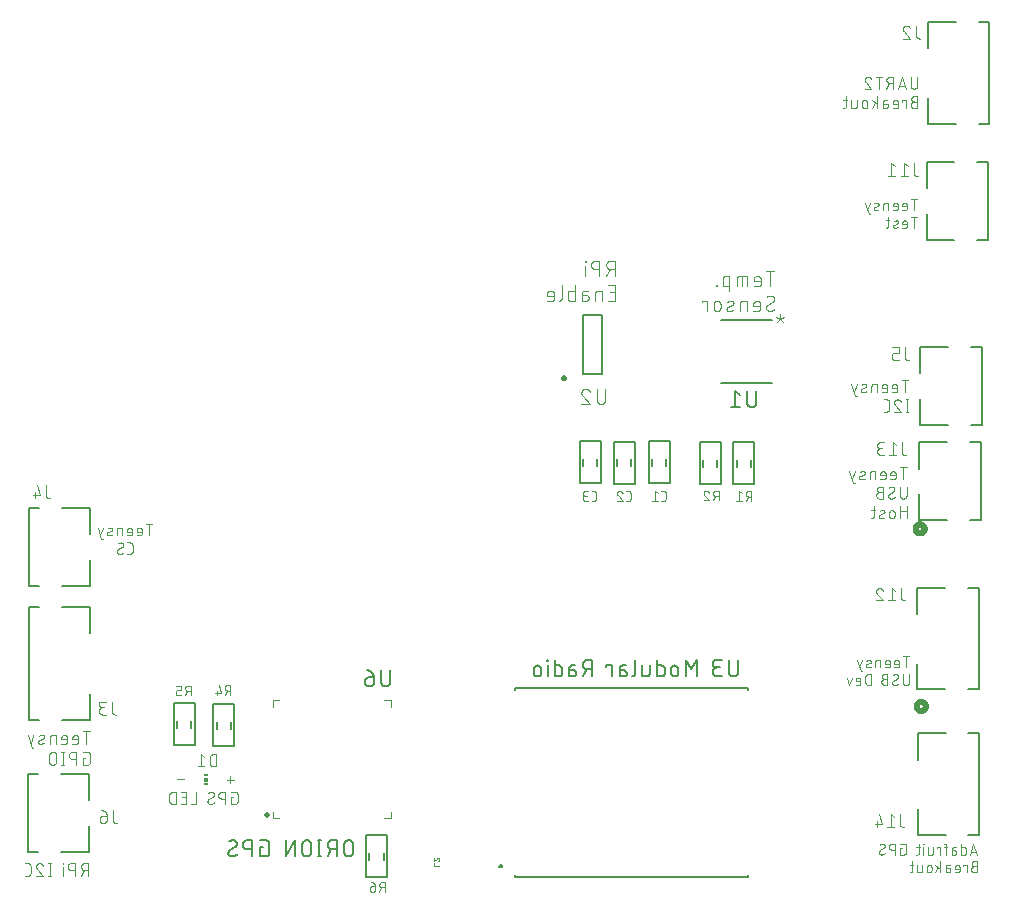
<source format=gbr>
G04 EAGLE Gerber RS-274X export*
G75*
%MOMM*%
%FSLAX34Y34*%
%LPD*%
%INSilkscreen Bottom*%
%IPPOS*%
%AMOC8*
5,1,8,0,0,1.08239X$1,22.5*%
G01*
%ADD10C,0.076200*%
%ADD11C,0.101600*%
%ADD12C,0.127000*%
%ADD13C,0.508000*%
%ADD14C,0.150000*%
%ADD15C,0.250000*%
%ADD16C,0.177800*%
%ADD17C,0.500000*%
%ADD18C,0.120000*%
%ADD19R,0.300000X0.150000*%
%ADD20R,0.300000X0.300000*%
%ADD21C,0.152400*%
%ADD22C,0.200000*%
%ADD23C,0.050800*%


D10*
X791975Y422481D02*
X791975Y432719D01*
X794819Y432719D02*
X789131Y432719D01*
X783964Y422481D02*
X781120Y422481D01*
X783964Y422481D02*
X784045Y422483D01*
X784126Y422489D01*
X784207Y422498D01*
X784287Y422512D01*
X784366Y422529D01*
X784445Y422550D01*
X784522Y422575D01*
X784598Y422603D01*
X784673Y422635D01*
X784746Y422671D01*
X784817Y422710D01*
X784886Y422752D01*
X784954Y422797D01*
X785019Y422846D01*
X785081Y422898D01*
X785141Y422952D01*
X785199Y423010D01*
X785253Y423070D01*
X785305Y423132D01*
X785354Y423197D01*
X785399Y423265D01*
X785441Y423334D01*
X785480Y423405D01*
X785516Y423478D01*
X785548Y423553D01*
X785576Y423629D01*
X785601Y423706D01*
X785622Y423785D01*
X785639Y423864D01*
X785653Y423944D01*
X785662Y424025D01*
X785668Y424106D01*
X785670Y424187D01*
X785670Y427031D01*
X785668Y427125D01*
X785662Y427219D01*
X785653Y427312D01*
X785639Y427405D01*
X785622Y427498D01*
X785600Y427589D01*
X785575Y427680D01*
X785547Y427770D01*
X785514Y427858D01*
X785478Y427945D01*
X785439Y428030D01*
X785396Y428114D01*
X785349Y428196D01*
X785300Y428275D01*
X785247Y428353D01*
X785190Y428428D01*
X785131Y428501D01*
X785069Y428572D01*
X785004Y428640D01*
X784936Y428705D01*
X784865Y428767D01*
X784792Y428826D01*
X784717Y428883D01*
X784639Y428936D01*
X784560Y428985D01*
X784478Y429032D01*
X784394Y429075D01*
X784309Y429114D01*
X784222Y429150D01*
X784134Y429183D01*
X784044Y429211D01*
X783953Y429236D01*
X783862Y429258D01*
X783769Y429275D01*
X783676Y429289D01*
X783583Y429298D01*
X783489Y429304D01*
X783395Y429306D01*
X783301Y429304D01*
X783207Y429298D01*
X783114Y429289D01*
X783021Y429275D01*
X782928Y429258D01*
X782837Y429236D01*
X782746Y429211D01*
X782656Y429183D01*
X782568Y429150D01*
X782481Y429114D01*
X782396Y429075D01*
X782312Y429032D01*
X782230Y428985D01*
X782151Y428936D01*
X782073Y428883D01*
X781998Y428826D01*
X781925Y428767D01*
X781854Y428705D01*
X781786Y428640D01*
X781721Y428572D01*
X781659Y428501D01*
X781600Y428428D01*
X781543Y428353D01*
X781490Y428275D01*
X781441Y428196D01*
X781394Y428114D01*
X781351Y428030D01*
X781312Y427945D01*
X781276Y427858D01*
X781243Y427770D01*
X781215Y427680D01*
X781190Y427589D01*
X781168Y427498D01*
X781151Y427405D01*
X781137Y427312D01*
X781128Y427219D01*
X781122Y427125D01*
X781120Y427031D01*
X781120Y425894D01*
X785670Y425894D01*
X775384Y422481D02*
X772540Y422481D01*
X775384Y422481D02*
X775465Y422483D01*
X775546Y422489D01*
X775627Y422498D01*
X775707Y422512D01*
X775786Y422529D01*
X775865Y422550D01*
X775942Y422575D01*
X776018Y422603D01*
X776093Y422635D01*
X776166Y422671D01*
X776237Y422710D01*
X776306Y422752D01*
X776374Y422797D01*
X776439Y422846D01*
X776501Y422898D01*
X776561Y422952D01*
X776619Y423010D01*
X776673Y423070D01*
X776725Y423132D01*
X776774Y423197D01*
X776819Y423265D01*
X776861Y423334D01*
X776900Y423405D01*
X776936Y423478D01*
X776968Y423553D01*
X776996Y423629D01*
X777021Y423706D01*
X777042Y423785D01*
X777059Y423864D01*
X777073Y423944D01*
X777082Y424025D01*
X777088Y424106D01*
X777090Y424187D01*
X777090Y427031D01*
X777088Y427125D01*
X777082Y427219D01*
X777073Y427312D01*
X777059Y427405D01*
X777042Y427498D01*
X777020Y427589D01*
X776995Y427680D01*
X776967Y427770D01*
X776934Y427858D01*
X776898Y427945D01*
X776859Y428030D01*
X776816Y428114D01*
X776769Y428196D01*
X776720Y428275D01*
X776667Y428353D01*
X776610Y428428D01*
X776551Y428501D01*
X776489Y428572D01*
X776424Y428640D01*
X776356Y428705D01*
X776285Y428767D01*
X776212Y428826D01*
X776137Y428883D01*
X776059Y428936D01*
X775980Y428985D01*
X775898Y429032D01*
X775814Y429075D01*
X775729Y429114D01*
X775642Y429150D01*
X775554Y429183D01*
X775464Y429211D01*
X775373Y429236D01*
X775282Y429258D01*
X775189Y429275D01*
X775096Y429289D01*
X775003Y429298D01*
X774909Y429304D01*
X774815Y429306D01*
X774721Y429304D01*
X774627Y429298D01*
X774534Y429289D01*
X774441Y429275D01*
X774348Y429258D01*
X774257Y429236D01*
X774166Y429211D01*
X774076Y429183D01*
X773988Y429150D01*
X773901Y429114D01*
X773816Y429075D01*
X773732Y429032D01*
X773650Y428985D01*
X773571Y428936D01*
X773493Y428883D01*
X773418Y428826D01*
X773345Y428767D01*
X773274Y428705D01*
X773206Y428640D01*
X773141Y428572D01*
X773079Y428501D01*
X773020Y428428D01*
X772963Y428353D01*
X772910Y428275D01*
X772861Y428196D01*
X772814Y428114D01*
X772771Y428030D01*
X772732Y427945D01*
X772696Y427858D01*
X772663Y427770D01*
X772635Y427680D01*
X772610Y427589D01*
X772588Y427498D01*
X772571Y427405D01*
X772557Y427312D01*
X772548Y427219D01*
X772542Y427125D01*
X772540Y427031D01*
X772540Y425894D01*
X777090Y425894D01*
X768180Y429306D02*
X768180Y422481D01*
X768180Y429306D02*
X765336Y429306D01*
X765255Y429304D01*
X765174Y429298D01*
X765093Y429289D01*
X765013Y429275D01*
X764934Y429258D01*
X764855Y429237D01*
X764778Y429212D01*
X764702Y429184D01*
X764627Y429152D01*
X764554Y429116D01*
X764483Y429077D01*
X764414Y429035D01*
X764346Y428990D01*
X764281Y428941D01*
X764219Y428889D01*
X764159Y428835D01*
X764101Y428777D01*
X764047Y428717D01*
X763995Y428655D01*
X763946Y428590D01*
X763901Y428522D01*
X763859Y428453D01*
X763820Y428382D01*
X763784Y428309D01*
X763752Y428234D01*
X763724Y428158D01*
X763699Y428081D01*
X763678Y428002D01*
X763661Y427923D01*
X763647Y427843D01*
X763638Y427762D01*
X763632Y427681D01*
X763630Y427600D01*
X763630Y422481D01*
X758417Y426462D02*
X755573Y425325D01*
X758417Y426462D02*
X758486Y426492D01*
X758554Y426526D01*
X758621Y426563D01*
X758685Y426603D01*
X758747Y426647D01*
X758807Y426693D01*
X758864Y426743D01*
X758919Y426796D01*
X758970Y426851D01*
X759019Y426909D01*
X759065Y426969D01*
X759108Y427032D01*
X759147Y427096D01*
X759184Y427163D01*
X759216Y427231D01*
X759245Y427301D01*
X759271Y427373D01*
X759292Y427445D01*
X759310Y427519D01*
X759325Y427594D01*
X759335Y427669D01*
X759341Y427744D01*
X759344Y427820D01*
X759343Y427896D01*
X759337Y427971D01*
X759328Y428047D01*
X759315Y428121D01*
X759299Y428195D01*
X759278Y428268D01*
X759254Y428340D01*
X759226Y428410D01*
X759194Y428479D01*
X759159Y428547D01*
X759121Y428612D01*
X759079Y428675D01*
X759034Y428736D01*
X758986Y428795D01*
X758935Y428851D01*
X758882Y428905D01*
X758825Y428955D01*
X758766Y429003D01*
X758705Y429047D01*
X758641Y429089D01*
X758576Y429127D01*
X758508Y429161D01*
X758439Y429192D01*
X758369Y429220D01*
X758297Y429244D01*
X758223Y429264D01*
X758149Y429280D01*
X758075Y429293D01*
X757999Y429301D01*
X757924Y429306D01*
X757848Y429307D01*
X757849Y429306D02*
X757693Y429302D01*
X757538Y429294D01*
X757384Y429283D01*
X757229Y429268D01*
X757075Y429249D01*
X756921Y429226D01*
X756768Y429200D01*
X756616Y429170D01*
X756464Y429136D01*
X756313Y429099D01*
X756164Y429058D01*
X756015Y429013D01*
X755867Y428965D01*
X755721Y428913D01*
X755575Y428858D01*
X755432Y428800D01*
X755289Y428738D01*
X755573Y425326D02*
X755504Y425296D01*
X755436Y425262D01*
X755369Y425225D01*
X755305Y425185D01*
X755243Y425141D01*
X755183Y425095D01*
X755126Y425045D01*
X755071Y424992D01*
X755020Y424937D01*
X754971Y424879D01*
X754925Y424819D01*
X754882Y424756D01*
X754843Y424692D01*
X754806Y424625D01*
X754774Y424557D01*
X754745Y424487D01*
X754719Y424415D01*
X754698Y424343D01*
X754680Y424269D01*
X754665Y424194D01*
X754655Y424119D01*
X754649Y424044D01*
X754646Y423968D01*
X754647Y423892D01*
X754653Y423817D01*
X754662Y423741D01*
X754675Y423667D01*
X754691Y423593D01*
X754712Y423520D01*
X754736Y423448D01*
X754764Y423378D01*
X754796Y423309D01*
X754831Y423241D01*
X754869Y423176D01*
X754911Y423113D01*
X754956Y423052D01*
X755004Y422993D01*
X755055Y422937D01*
X755108Y422883D01*
X755165Y422833D01*
X755224Y422785D01*
X755285Y422741D01*
X755349Y422699D01*
X755414Y422661D01*
X755482Y422627D01*
X755551Y422596D01*
X755621Y422568D01*
X755693Y422544D01*
X755767Y422524D01*
X755841Y422508D01*
X755915Y422495D01*
X755991Y422487D01*
X756066Y422482D01*
X756142Y422481D01*
X756370Y422487D01*
X756598Y422498D01*
X756825Y422515D01*
X757052Y422537D01*
X757279Y422565D01*
X757505Y422597D01*
X757729Y422636D01*
X757953Y422679D01*
X758176Y422728D01*
X758398Y422782D01*
X758618Y422841D01*
X758837Y422905D01*
X759054Y422975D01*
X759270Y423050D01*
X751020Y419068D02*
X749883Y419068D01*
X746470Y429306D01*
X751020Y429306D02*
X748745Y422481D01*
X794819Y416219D02*
X794819Y408825D01*
X794817Y408720D01*
X794811Y408615D01*
X794802Y408510D01*
X794788Y408406D01*
X794771Y408302D01*
X794749Y408199D01*
X794724Y408097D01*
X794696Y407996D01*
X794663Y407896D01*
X794627Y407798D01*
X794587Y407700D01*
X794544Y407605D01*
X794497Y407510D01*
X794447Y407418D01*
X794393Y407328D01*
X794336Y407240D01*
X794276Y407153D01*
X794213Y407069D01*
X794146Y406988D01*
X794077Y406909D01*
X794005Y406833D01*
X793930Y406759D01*
X793852Y406688D01*
X793772Y406620D01*
X793689Y406555D01*
X793604Y406494D01*
X793517Y406435D01*
X793427Y406380D01*
X793336Y406328D01*
X793243Y406279D01*
X793148Y406234D01*
X793051Y406192D01*
X792953Y406155D01*
X792854Y406120D01*
X792753Y406090D01*
X792652Y406063D01*
X792549Y406040D01*
X792446Y406020D01*
X792342Y406005D01*
X792237Y405993D01*
X792133Y405985D01*
X792028Y405981D01*
X791922Y405981D01*
X791817Y405985D01*
X791713Y405993D01*
X791608Y406005D01*
X791504Y406020D01*
X791401Y406040D01*
X791298Y406063D01*
X791197Y406090D01*
X791096Y406120D01*
X790997Y406155D01*
X790899Y406192D01*
X790802Y406234D01*
X790707Y406279D01*
X790614Y406328D01*
X790523Y406380D01*
X790433Y406435D01*
X790346Y406494D01*
X790261Y406555D01*
X790178Y406620D01*
X790098Y406688D01*
X790020Y406759D01*
X789945Y406833D01*
X789873Y406909D01*
X789804Y406988D01*
X789737Y407069D01*
X789674Y407153D01*
X789614Y407240D01*
X789557Y407328D01*
X789503Y407418D01*
X789453Y407510D01*
X789406Y407605D01*
X789363Y407700D01*
X789323Y407798D01*
X789287Y407896D01*
X789254Y407996D01*
X789226Y408097D01*
X789201Y408199D01*
X789179Y408302D01*
X789162Y408406D01*
X789148Y408510D01*
X789139Y408615D01*
X789133Y408720D01*
X789131Y408825D01*
X789131Y416219D01*
X779231Y408256D02*
X779233Y408162D01*
X779239Y408068D01*
X779248Y407975D01*
X779262Y407882D01*
X779279Y407789D01*
X779301Y407698D01*
X779326Y407607D01*
X779354Y407517D01*
X779387Y407429D01*
X779423Y407342D01*
X779462Y407257D01*
X779505Y407173D01*
X779552Y407091D01*
X779601Y407012D01*
X779654Y406934D01*
X779711Y406859D01*
X779770Y406786D01*
X779832Y406715D01*
X779897Y406647D01*
X779965Y406582D01*
X780036Y406520D01*
X780109Y406461D01*
X780184Y406404D01*
X780262Y406351D01*
X780341Y406302D01*
X780423Y406255D01*
X780507Y406212D01*
X780592Y406173D01*
X780679Y406137D01*
X780767Y406104D01*
X780857Y406076D01*
X780948Y406051D01*
X781039Y406029D01*
X781132Y406012D01*
X781225Y405998D01*
X781318Y405989D01*
X781412Y405983D01*
X781506Y405981D01*
X781642Y405983D01*
X781777Y405989D01*
X781912Y405998D01*
X782047Y406012D01*
X782181Y406029D01*
X782315Y406050D01*
X782449Y406074D01*
X782581Y406103D01*
X782713Y406135D01*
X782843Y406171D01*
X782973Y406210D01*
X783101Y406254D01*
X783229Y406300D01*
X783354Y406351D01*
X783479Y406405D01*
X783602Y406462D01*
X783723Y406523D01*
X783842Y406587D01*
X783960Y406654D01*
X784075Y406725D01*
X784189Y406799D01*
X784300Y406877D01*
X784409Y406957D01*
X784516Y407040D01*
X784620Y407127D01*
X784722Y407216D01*
X784822Y407308D01*
X784919Y407403D01*
X784635Y413944D02*
X784633Y414038D01*
X784627Y414132D01*
X784618Y414225D01*
X784604Y414318D01*
X784587Y414411D01*
X784565Y414502D01*
X784540Y414593D01*
X784512Y414683D01*
X784479Y414771D01*
X784443Y414858D01*
X784404Y414943D01*
X784361Y415027D01*
X784314Y415109D01*
X784265Y415188D01*
X784212Y415266D01*
X784155Y415341D01*
X784096Y415414D01*
X784034Y415485D01*
X783969Y415553D01*
X783901Y415618D01*
X783830Y415680D01*
X783757Y415739D01*
X783682Y415796D01*
X783604Y415849D01*
X783525Y415898D01*
X783443Y415945D01*
X783359Y415988D01*
X783274Y416027D01*
X783187Y416063D01*
X783099Y416096D01*
X783009Y416124D01*
X782918Y416149D01*
X782827Y416171D01*
X782734Y416188D01*
X782641Y416202D01*
X782548Y416211D01*
X782454Y416217D01*
X782360Y416219D01*
X782235Y416217D01*
X782111Y416212D01*
X781986Y416203D01*
X781862Y416190D01*
X781738Y416173D01*
X781615Y416153D01*
X781493Y416130D01*
X781371Y416103D01*
X781250Y416072D01*
X781130Y416038D01*
X781011Y416000D01*
X780893Y415959D01*
X780777Y415914D01*
X780661Y415866D01*
X780548Y415815D01*
X780436Y415760D01*
X780325Y415702D01*
X780216Y415641D01*
X780109Y415577D01*
X780004Y415510D01*
X779901Y415439D01*
X779800Y415366D01*
X783497Y411953D02*
X783576Y412001D01*
X783652Y412053D01*
X783727Y412107D01*
X783799Y412165D01*
X783869Y412225D01*
X783936Y412288D01*
X784001Y412354D01*
X784063Y412422D01*
X784123Y412493D01*
X784179Y412566D01*
X784233Y412641D01*
X784283Y412718D01*
X784331Y412797D01*
X784375Y412878D01*
X784416Y412961D01*
X784453Y413045D01*
X784487Y413131D01*
X784518Y413218D01*
X784545Y413306D01*
X784569Y413396D01*
X784589Y413486D01*
X784606Y413576D01*
X784618Y413668D01*
X784628Y413760D01*
X784633Y413852D01*
X784635Y413944D01*
X780369Y410247D02*
X780290Y410199D01*
X780214Y410147D01*
X780139Y410093D01*
X780067Y410035D01*
X779997Y409975D01*
X779930Y409912D01*
X779865Y409846D01*
X779803Y409778D01*
X779743Y409707D01*
X779687Y409634D01*
X779633Y409559D01*
X779583Y409482D01*
X779535Y409403D01*
X779491Y409322D01*
X779450Y409239D01*
X779413Y409155D01*
X779379Y409069D01*
X779348Y408982D01*
X779321Y408894D01*
X779297Y408804D01*
X779277Y408714D01*
X779260Y408624D01*
X779248Y408532D01*
X779238Y408440D01*
X779233Y408348D01*
X779231Y408256D01*
X780369Y410247D02*
X783497Y411953D01*
X774882Y411669D02*
X772038Y411669D01*
X771933Y411667D01*
X771828Y411661D01*
X771723Y411652D01*
X771619Y411638D01*
X771515Y411621D01*
X771412Y411599D01*
X771310Y411574D01*
X771209Y411546D01*
X771109Y411513D01*
X771011Y411477D01*
X770913Y411437D01*
X770818Y411394D01*
X770723Y411347D01*
X770631Y411297D01*
X770541Y411243D01*
X770453Y411186D01*
X770366Y411126D01*
X770282Y411063D01*
X770201Y410996D01*
X770122Y410927D01*
X770046Y410855D01*
X769972Y410780D01*
X769901Y410702D01*
X769833Y410622D01*
X769768Y410539D01*
X769707Y410454D01*
X769648Y410367D01*
X769593Y410277D01*
X769541Y410186D01*
X769492Y410093D01*
X769447Y409998D01*
X769405Y409901D01*
X769368Y409803D01*
X769333Y409704D01*
X769303Y409603D01*
X769276Y409502D01*
X769253Y409399D01*
X769233Y409296D01*
X769218Y409192D01*
X769206Y409087D01*
X769198Y408983D01*
X769194Y408878D01*
X769194Y408772D01*
X769198Y408667D01*
X769206Y408563D01*
X769218Y408458D01*
X769233Y408354D01*
X769253Y408251D01*
X769276Y408148D01*
X769303Y408047D01*
X769333Y407946D01*
X769368Y407847D01*
X769405Y407749D01*
X769447Y407652D01*
X769492Y407557D01*
X769541Y407464D01*
X769593Y407373D01*
X769648Y407283D01*
X769707Y407196D01*
X769768Y407111D01*
X769833Y407028D01*
X769901Y406948D01*
X769972Y406870D01*
X770046Y406795D01*
X770122Y406723D01*
X770201Y406654D01*
X770282Y406587D01*
X770366Y406524D01*
X770453Y406464D01*
X770541Y406407D01*
X770631Y406353D01*
X770723Y406303D01*
X770818Y406256D01*
X770913Y406213D01*
X771011Y406173D01*
X771109Y406137D01*
X771209Y406104D01*
X771310Y406076D01*
X771412Y406051D01*
X771515Y406029D01*
X771619Y406012D01*
X771723Y405998D01*
X771828Y405989D01*
X771933Y405983D01*
X772038Y405981D01*
X774882Y405981D01*
X774882Y416219D01*
X772038Y416219D01*
X771944Y416217D01*
X771850Y416211D01*
X771757Y416202D01*
X771664Y416188D01*
X771571Y416171D01*
X771480Y416149D01*
X771389Y416124D01*
X771299Y416096D01*
X771211Y416063D01*
X771124Y416027D01*
X771039Y415988D01*
X770955Y415945D01*
X770873Y415898D01*
X770794Y415849D01*
X770716Y415796D01*
X770641Y415739D01*
X770568Y415680D01*
X770497Y415618D01*
X770429Y415553D01*
X770364Y415485D01*
X770302Y415414D01*
X770243Y415341D01*
X770186Y415266D01*
X770133Y415188D01*
X770084Y415109D01*
X770037Y415027D01*
X769994Y414943D01*
X769955Y414858D01*
X769919Y414771D01*
X769886Y414683D01*
X769858Y414593D01*
X769833Y414502D01*
X769811Y414411D01*
X769794Y414318D01*
X769780Y414225D01*
X769771Y414132D01*
X769765Y414038D01*
X769763Y413944D01*
X769765Y413850D01*
X769771Y413756D01*
X769780Y413663D01*
X769794Y413570D01*
X769811Y413477D01*
X769833Y413386D01*
X769858Y413295D01*
X769886Y413205D01*
X769919Y413117D01*
X769955Y413030D01*
X769994Y412945D01*
X770037Y412861D01*
X770084Y412779D01*
X770133Y412700D01*
X770186Y412622D01*
X770243Y412547D01*
X770302Y412474D01*
X770364Y412403D01*
X770429Y412335D01*
X770497Y412270D01*
X770568Y412208D01*
X770641Y412149D01*
X770716Y412092D01*
X770794Y412039D01*
X770873Y411990D01*
X770955Y411943D01*
X771039Y411900D01*
X771124Y411861D01*
X771211Y411825D01*
X771299Y411792D01*
X771389Y411764D01*
X771480Y411739D01*
X771571Y411717D01*
X771664Y411700D01*
X771757Y411686D01*
X771850Y411677D01*
X771944Y411671D01*
X772038Y411669D01*
X794819Y399719D02*
X794819Y389481D01*
X794819Y395169D02*
X789131Y395169D01*
X789131Y399719D02*
X789131Y389481D01*
X784680Y391756D02*
X784680Y394031D01*
X784678Y394125D01*
X784672Y394219D01*
X784663Y394312D01*
X784649Y394405D01*
X784632Y394498D01*
X784610Y394589D01*
X784585Y394680D01*
X784557Y394770D01*
X784524Y394858D01*
X784488Y394945D01*
X784449Y395030D01*
X784406Y395114D01*
X784359Y395196D01*
X784310Y395275D01*
X784257Y395353D01*
X784200Y395428D01*
X784141Y395501D01*
X784079Y395572D01*
X784014Y395640D01*
X783946Y395705D01*
X783875Y395767D01*
X783802Y395826D01*
X783727Y395883D01*
X783649Y395936D01*
X783570Y395985D01*
X783488Y396032D01*
X783404Y396075D01*
X783319Y396114D01*
X783232Y396150D01*
X783144Y396183D01*
X783054Y396211D01*
X782963Y396236D01*
X782872Y396258D01*
X782779Y396275D01*
X782686Y396289D01*
X782593Y396298D01*
X782499Y396304D01*
X782405Y396306D01*
X782311Y396304D01*
X782217Y396298D01*
X782124Y396289D01*
X782031Y396275D01*
X781938Y396258D01*
X781847Y396236D01*
X781756Y396211D01*
X781666Y396183D01*
X781578Y396150D01*
X781491Y396114D01*
X781406Y396075D01*
X781322Y396032D01*
X781240Y395985D01*
X781161Y395936D01*
X781083Y395883D01*
X781008Y395826D01*
X780935Y395767D01*
X780864Y395705D01*
X780796Y395640D01*
X780731Y395572D01*
X780669Y395501D01*
X780610Y395428D01*
X780553Y395353D01*
X780500Y395275D01*
X780451Y395196D01*
X780404Y395114D01*
X780361Y395030D01*
X780322Y394945D01*
X780286Y394858D01*
X780253Y394770D01*
X780225Y394680D01*
X780200Y394589D01*
X780178Y394498D01*
X780161Y394405D01*
X780147Y394312D01*
X780138Y394219D01*
X780132Y394125D01*
X780130Y394031D01*
X780130Y391756D01*
X780132Y391662D01*
X780138Y391568D01*
X780147Y391475D01*
X780161Y391382D01*
X780178Y391289D01*
X780200Y391198D01*
X780225Y391107D01*
X780253Y391017D01*
X780286Y390929D01*
X780322Y390842D01*
X780361Y390757D01*
X780404Y390673D01*
X780451Y390591D01*
X780500Y390512D01*
X780553Y390434D01*
X780610Y390359D01*
X780669Y390286D01*
X780731Y390215D01*
X780796Y390147D01*
X780864Y390082D01*
X780935Y390020D01*
X781008Y389961D01*
X781083Y389904D01*
X781161Y389851D01*
X781240Y389802D01*
X781322Y389755D01*
X781406Y389712D01*
X781491Y389673D01*
X781578Y389637D01*
X781666Y389604D01*
X781756Y389576D01*
X781847Y389551D01*
X781938Y389529D01*
X782031Y389512D01*
X782124Y389498D01*
X782217Y389489D01*
X782311Y389483D01*
X782405Y389481D01*
X782499Y389483D01*
X782593Y389489D01*
X782686Y389498D01*
X782779Y389512D01*
X782872Y389529D01*
X782963Y389551D01*
X783054Y389576D01*
X783144Y389604D01*
X783232Y389637D01*
X783319Y389673D01*
X783404Y389712D01*
X783488Y389755D01*
X783570Y389802D01*
X783649Y389851D01*
X783727Y389904D01*
X783802Y389961D01*
X783875Y390020D01*
X783946Y390082D01*
X784014Y390147D01*
X784079Y390215D01*
X784141Y390286D01*
X784200Y390359D01*
X784257Y390434D01*
X784310Y390512D01*
X784359Y390591D01*
X784406Y390673D01*
X784449Y390757D01*
X784488Y390842D01*
X784524Y390929D01*
X784557Y391017D01*
X784585Y391107D01*
X784610Y391198D01*
X784632Y391289D01*
X784649Y391382D01*
X784663Y391475D01*
X784672Y391568D01*
X784678Y391662D01*
X784680Y391756D01*
X775247Y393462D02*
X772403Y392325D01*
X775247Y393462D02*
X775316Y393492D01*
X775384Y393526D01*
X775451Y393563D01*
X775515Y393603D01*
X775577Y393647D01*
X775637Y393693D01*
X775694Y393743D01*
X775749Y393796D01*
X775800Y393851D01*
X775849Y393909D01*
X775895Y393969D01*
X775938Y394032D01*
X775977Y394096D01*
X776014Y394163D01*
X776046Y394231D01*
X776075Y394301D01*
X776101Y394373D01*
X776122Y394445D01*
X776140Y394519D01*
X776155Y394594D01*
X776165Y394669D01*
X776171Y394744D01*
X776174Y394820D01*
X776173Y394896D01*
X776167Y394971D01*
X776158Y395047D01*
X776145Y395121D01*
X776129Y395195D01*
X776108Y395268D01*
X776084Y395340D01*
X776056Y395410D01*
X776024Y395479D01*
X775989Y395547D01*
X775951Y395612D01*
X775909Y395675D01*
X775864Y395736D01*
X775816Y395795D01*
X775765Y395851D01*
X775712Y395905D01*
X775655Y395955D01*
X775596Y396003D01*
X775535Y396047D01*
X775471Y396089D01*
X775406Y396127D01*
X775338Y396161D01*
X775269Y396192D01*
X775199Y396220D01*
X775127Y396244D01*
X775053Y396264D01*
X774979Y396280D01*
X774905Y396293D01*
X774829Y396301D01*
X774754Y396306D01*
X774678Y396307D01*
X774679Y396306D02*
X774523Y396302D01*
X774368Y396294D01*
X774214Y396283D01*
X774059Y396268D01*
X773905Y396249D01*
X773751Y396226D01*
X773598Y396200D01*
X773446Y396170D01*
X773294Y396136D01*
X773143Y396099D01*
X772994Y396058D01*
X772845Y396013D01*
X772697Y395965D01*
X772551Y395913D01*
X772405Y395858D01*
X772262Y395800D01*
X772119Y395738D01*
X772403Y392326D02*
X772334Y392296D01*
X772266Y392262D01*
X772199Y392225D01*
X772135Y392185D01*
X772073Y392141D01*
X772013Y392095D01*
X771956Y392045D01*
X771901Y391992D01*
X771850Y391937D01*
X771801Y391879D01*
X771755Y391819D01*
X771712Y391756D01*
X771673Y391692D01*
X771636Y391625D01*
X771604Y391557D01*
X771575Y391487D01*
X771549Y391415D01*
X771528Y391343D01*
X771510Y391269D01*
X771495Y391194D01*
X771485Y391119D01*
X771479Y391044D01*
X771476Y390968D01*
X771477Y390892D01*
X771483Y390817D01*
X771492Y390741D01*
X771505Y390667D01*
X771521Y390593D01*
X771542Y390520D01*
X771566Y390448D01*
X771594Y390378D01*
X771626Y390309D01*
X771661Y390241D01*
X771699Y390176D01*
X771741Y390113D01*
X771786Y390052D01*
X771834Y389993D01*
X771885Y389937D01*
X771938Y389883D01*
X771995Y389833D01*
X772054Y389785D01*
X772115Y389741D01*
X772179Y389699D01*
X772244Y389661D01*
X772312Y389627D01*
X772381Y389596D01*
X772451Y389568D01*
X772523Y389544D01*
X772597Y389524D01*
X772671Y389508D01*
X772745Y389495D01*
X772821Y389487D01*
X772896Y389482D01*
X772972Y389481D01*
X773200Y389487D01*
X773428Y389498D01*
X773655Y389515D01*
X773882Y389537D01*
X774109Y389565D01*
X774335Y389597D01*
X774559Y389636D01*
X774783Y389679D01*
X775006Y389728D01*
X775228Y389782D01*
X775448Y389841D01*
X775667Y389905D01*
X775884Y389975D01*
X776100Y390050D01*
X768346Y396306D02*
X764933Y396306D01*
X767209Y399719D02*
X767209Y391187D01*
X767208Y391187D02*
X767206Y391106D01*
X767200Y391025D01*
X767191Y390944D01*
X767177Y390864D01*
X767160Y390785D01*
X767139Y390706D01*
X767114Y390629D01*
X767086Y390553D01*
X767054Y390478D01*
X767018Y390405D01*
X766979Y390334D01*
X766937Y390265D01*
X766892Y390197D01*
X766843Y390132D01*
X766791Y390070D01*
X766737Y390010D01*
X766679Y389952D01*
X766619Y389898D01*
X766557Y389846D01*
X766492Y389797D01*
X766424Y389752D01*
X766355Y389710D01*
X766284Y389671D01*
X766211Y389635D01*
X766136Y389603D01*
X766060Y389575D01*
X765983Y389550D01*
X765904Y389529D01*
X765825Y389512D01*
X765745Y389498D01*
X765664Y389489D01*
X765583Y389483D01*
X765502Y389481D01*
X764933Y389481D01*
X800953Y650381D02*
X800953Y659619D01*
X803519Y659619D02*
X798387Y659619D01*
X793666Y650381D02*
X791100Y650381D01*
X793666Y650381D02*
X793742Y650383D01*
X793817Y650388D01*
X793892Y650398D01*
X793966Y650411D01*
X794040Y650427D01*
X794113Y650447D01*
X794185Y650471D01*
X794255Y650498D01*
X794324Y650529D01*
X794392Y650563D01*
X794458Y650600D01*
X794522Y650641D01*
X794583Y650684D01*
X794643Y650731D01*
X794700Y650780D01*
X794755Y650832D01*
X794807Y650887D01*
X794856Y650944D01*
X794903Y651004D01*
X794946Y651065D01*
X794987Y651129D01*
X795024Y651195D01*
X795058Y651263D01*
X795089Y651332D01*
X795116Y651402D01*
X795140Y651474D01*
X795160Y651547D01*
X795176Y651621D01*
X795189Y651695D01*
X795199Y651770D01*
X795204Y651845D01*
X795206Y651921D01*
X795206Y654487D01*
X795204Y654577D01*
X795198Y654666D01*
X795188Y654755D01*
X795175Y654843D01*
X795157Y654931D01*
X795136Y655018D01*
X795111Y655104D01*
X795082Y655189D01*
X795050Y655273D01*
X795014Y655355D01*
X794974Y655435D01*
X794931Y655514D01*
X794884Y655590D01*
X794835Y655665D01*
X794782Y655737D01*
X794726Y655807D01*
X794667Y655874D01*
X794605Y655939D01*
X794540Y656001D01*
X794473Y656060D01*
X794403Y656116D01*
X794331Y656169D01*
X794256Y656218D01*
X794180Y656265D01*
X794101Y656308D01*
X794021Y656348D01*
X793939Y656384D01*
X793855Y656416D01*
X793770Y656445D01*
X793684Y656470D01*
X793597Y656491D01*
X793509Y656509D01*
X793421Y656522D01*
X793332Y656532D01*
X793243Y656538D01*
X793153Y656540D01*
X793063Y656538D01*
X792974Y656532D01*
X792885Y656522D01*
X792797Y656509D01*
X792709Y656491D01*
X792622Y656470D01*
X792536Y656445D01*
X792451Y656416D01*
X792367Y656384D01*
X792285Y656348D01*
X792205Y656308D01*
X792127Y656265D01*
X792050Y656218D01*
X791975Y656169D01*
X791903Y656116D01*
X791833Y656060D01*
X791766Y656001D01*
X791701Y655939D01*
X791639Y655874D01*
X791580Y655807D01*
X791524Y655737D01*
X791471Y655665D01*
X791422Y655590D01*
X791375Y655514D01*
X791332Y655435D01*
X791292Y655355D01*
X791256Y655273D01*
X791224Y655189D01*
X791195Y655104D01*
X791170Y655018D01*
X791149Y654931D01*
X791131Y654843D01*
X791118Y654755D01*
X791108Y654666D01*
X791102Y654577D01*
X791100Y654487D01*
X791100Y653460D01*
X795206Y653460D01*
X785866Y650381D02*
X783300Y650381D01*
X785866Y650381D02*
X785942Y650383D01*
X786017Y650388D01*
X786092Y650398D01*
X786166Y650411D01*
X786240Y650427D01*
X786313Y650447D01*
X786385Y650471D01*
X786455Y650498D01*
X786524Y650529D01*
X786592Y650563D01*
X786658Y650600D01*
X786722Y650641D01*
X786783Y650684D01*
X786843Y650731D01*
X786900Y650780D01*
X786955Y650832D01*
X787007Y650887D01*
X787056Y650944D01*
X787103Y651004D01*
X787146Y651065D01*
X787187Y651129D01*
X787224Y651195D01*
X787258Y651263D01*
X787289Y651332D01*
X787316Y651402D01*
X787340Y651474D01*
X787360Y651547D01*
X787376Y651621D01*
X787389Y651695D01*
X787399Y651770D01*
X787404Y651845D01*
X787406Y651921D01*
X787406Y654487D01*
X787404Y654577D01*
X787398Y654666D01*
X787388Y654755D01*
X787375Y654843D01*
X787357Y654931D01*
X787336Y655018D01*
X787311Y655104D01*
X787282Y655189D01*
X787250Y655273D01*
X787214Y655355D01*
X787174Y655435D01*
X787131Y655514D01*
X787084Y655590D01*
X787035Y655665D01*
X786982Y655737D01*
X786926Y655807D01*
X786867Y655874D01*
X786805Y655939D01*
X786740Y656001D01*
X786673Y656060D01*
X786603Y656116D01*
X786531Y656169D01*
X786456Y656218D01*
X786380Y656265D01*
X786301Y656308D01*
X786221Y656348D01*
X786139Y656384D01*
X786055Y656416D01*
X785970Y656445D01*
X785884Y656470D01*
X785797Y656491D01*
X785709Y656509D01*
X785621Y656522D01*
X785532Y656532D01*
X785443Y656538D01*
X785353Y656540D01*
X785263Y656538D01*
X785174Y656532D01*
X785085Y656522D01*
X784997Y656509D01*
X784909Y656491D01*
X784822Y656470D01*
X784736Y656445D01*
X784651Y656416D01*
X784567Y656384D01*
X784485Y656348D01*
X784405Y656308D01*
X784327Y656265D01*
X784250Y656218D01*
X784175Y656169D01*
X784103Y656116D01*
X784033Y656060D01*
X783966Y656001D01*
X783901Y655939D01*
X783839Y655874D01*
X783780Y655807D01*
X783724Y655737D01*
X783671Y655665D01*
X783622Y655590D01*
X783575Y655514D01*
X783532Y655435D01*
X783492Y655355D01*
X783456Y655273D01*
X783424Y655189D01*
X783395Y655104D01*
X783370Y655018D01*
X783349Y654931D01*
X783331Y654843D01*
X783318Y654755D01*
X783308Y654666D01*
X783302Y654577D01*
X783300Y654487D01*
X783300Y653460D01*
X787406Y653460D01*
X779306Y650381D02*
X779306Y656540D01*
X776740Y656540D01*
X776662Y656538D01*
X776584Y656532D01*
X776507Y656522D01*
X776430Y656508D01*
X776354Y656491D01*
X776279Y656469D01*
X776205Y656444D01*
X776133Y656415D01*
X776062Y656383D01*
X775993Y656346D01*
X775925Y656307D01*
X775860Y656264D01*
X775797Y656218D01*
X775737Y656168D01*
X775679Y656116D01*
X775624Y656061D01*
X775572Y656003D01*
X775522Y655943D01*
X775476Y655880D01*
X775433Y655815D01*
X775394Y655747D01*
X775357Y655678D01*
X775325Y655607D01*
X775296Y655535D01*
X775271Y655461D01*
X775249Y655386D01*
X775232Y655310D01*
X775218Y655233D01*
X775208Y655156D01*
X775202Y655078D01*
X775200Y655000D01*
X775200Y650381D01*
X770436Y653974D02*
X767870Y652947D01*
X770436Y653973D02*
X770503Y654002D01*
X770568Y654034D01*
X770631Y654070D01*
X770692Y654109D01*
X770750Y654152D01*
X770807Y654197D01*
X770860Y654246D01*
X770911Y654297D01*
X770960Y654351D01*
X771005Y654408D01*
X771047Y654467D01*
X771085Y654528D01*
X771121Y654591D01*
X771153Y654656D01*
X771181Y654723D01*
X771206Y654791D01*
X771226Y654860D01*
X771244Y654931D01*
X771257Y655002D01*
X771266Y655074D01*
X771271Y655146D01*
X771273Y655218D01*
X771270Y655291D01*
X771264Y655363D01*
X771254Y655434D01*
X771240Y655505D01*
X771222Y655576D01*
X771200Y655645D01*
X771174Y655712D01*
X771145Y655779D01*
X771112Y655843D01*
X771076Y655906D01*
X771036Y655967D01*
X770994Y656025D01*
X770948Y656081D01*
X770899Y656134D01*
X770847Y656185D01*
X770792Y656233D01*
X770736Y656278D01*
X770676Y656319D01*
X770615Y656357D01*
X770551Y656392D01*
X770486Y656424D01*
X770419Y656452D01*
X770351Y656476D01*
X770281Y656496D01*
X770211Y656513D01*
X770140Y656525D01*
X770068Y656534D01*
X769995Y656539D01*
X769923Y656540D01*
X769923Y656539D02*
X769774Y656535D01*
X769625Y656528D01*
X769477Y656516D01*
X769329Y656501D01*
X769181Y656481D01*
X769034Y656458D01*
X768887Y656432D01*
X768742Y656401D01*
X768597Y656367D01*
X768453Y656329D01*
X768310Y656288D01*
X768168Y656243D01*
X768027Y656194D01*
X767888Y656141D01*
X767750Y656086D01*
X767613Y656026D01*
X767870Y652948D02*
X767803Y652919D01*
X767738Y652887D01*
X767675Y652851D01*
X767614Y652812D01*
X767556Y652769D01*
X767499Y652724D01*
X767446Y652675D01*
X767395Y652624D01*
X767346Y652570D01*
X767301Y652513D01*
X767259Y652454D01*
X767221Y652393D01*
X767185Y652330D01*
X767153Y652265D01*
X767125Y652198D01*
X767100Y652130D01*
X767080Y652061D01*
X767062Y651990D01*
X767049Y651919D01*
X767040Y651847D01*
X767035Y651775D01*
X767033Y651703D01*
X767036Y651630D01*
X767042Y651558D01*
X767052Y651487D01*
X767066Y651416D01*
X767084Y651345D01*
X767106Y651276D01*
X767132Y651209D01*
X767161Y651142D01*
X767194Y651078D01*
X767230Y651015D01*
X767270Y650954D01*
X767312Y650896D01*
X767358Y650840D01*
X767407Y650787D01*
X767459Y650736D01*
X767514Y650688D01*
X767570Y650643D01*
X767630Y650602D01*
X767691Y650564D01*
X767755Y650529D01*
X767820Y650497D01*
X767887Y650469D01*
X767955Y650445D01*
X768025Y650425D01*
X768095Y650408D01*
X768166Y650396D01*
X768238Y650387D01*
X768311Y650382D01*
X768383Y650381D01*
X768383Y650382D02*
X768589Y650387D01*
X768795Y650398D01*
X769000Y650413D01*
X769205Y650433D01*
X769409Y650457D01*
X769613Y650487D01*
X769816Y650521D01*
X770018Y650561D01*
X770219Y650605D01*
X770419Y650653D01*
X770618Y650707D01*
X770815Y650765D01*
X771011Y650828D01*
X771206Y650895D01*
X763706Y647302D02*
X762679Y647302D01*
X759600Y656540D01*
X763706Y656540D02*
X761653Y650381D01*
X800953Y644619D02*
X800953Y635381D01*
X803519Y644619D02*
X798387Y644619D01*
X793666Y635381D02*
X791100Y635381D01*
X793666Y635381D02*
X793742Y635383D01*
X793817Y635388D01*
X793892Y635398D01*
X793966Y635411D01*
X794040Y635427D01*
X794113Y635447D01*
X794185Y635471D01*
X794255Y635498D01*
X794324Y635529D01*
X794392Y635563D01*
X794458Y635600D01*
X794522Y635641D01*
X794583Y635684D01*
X794643Y635731D01*
X794700Y635780D01*
X794755Y635832D01*
X794807Y635887D01*
X794856Y635944D01*
X794903Y636004D01*
X794946Y636065D01*
X794987Y636129D01*
X795024Y636195D01*
X795058Y636263D01*
X795089Y636332D01*
X795116Y636402D01*
X795140Y636474D01*
X795160Y636547D01*
X795176Y636621D01*
X795189Y636695D01*
X795199Y636770D01*
X795204Y636845D01*
X795206Y636921D01*
X795206Y639487D01*
X795204Y639577D01*
X795198Y639666D01*
X795188Y639755D01*
X795175Y639843D01*
X795157Y639931D01*
X795136Y640018D01*
X795111Y640104D01*
X795082Y640189D01*
X795050Y640273D01*
X795014Y640355D01*
X794974Y640435D01*
X794931Y640514D01*
X794884Y640590D01*
X794835Y640665D01*
X794782Y640737D01*
X794726Y640807D01*
X794667Y640874D01*
X794605Y640939D01*
X794540Y641001D01*
X794473Y641060D01*
X794403Y641116D01*
X794331Y641169D01*
X794256Y641218D01*
X794180Y641265D01*
X794101Y641308D01*
X794021Y641348D01*
X793939Y641384D01*
X793855Y641416D01*
X793770Y641445D01*
X793684Y641470D01*
X793597Y641491D01*
X793509Y641509D01*
X793421Y641522D01*
X793332Y641532D01*
X793243Y641538D01*
X793153Y641540D01*
X793063Y641538D01*
X792974Y641532D01*
X792885Y641522D01*
X792797Y641509D01*
X792709Y641491D01*
X792622Y641470D01*
X792536Y641445D01*
X792451Y641416D01*
X792367Y641384D01*
X792285Y641348D01*
X792205Y641308D01*
X792127Y641265D01*
X792050Y641218D01*
X791975Y641169D01*
X791903Y641116D01*
X791833Y641060D01*
X791766Y641001D01*
X791701Y640939D01*
X791639Y640874D01*
X791580Y640807D01*
X791524Y640737D01*
X791471Y640665D01*
X791422Y640590D01*
X791375Y640514D01*
X791332Y640435D01*
X791292Y640355D01*
X791256Y640273D01*
X791224Y640189D01*
X791195Y640104D01*
X791170Y640018D01*
X791149Y639931D01*
X791131Y639843D01*
X791118Y639755D01*
X791108Y639666D01*
X791102Y639577D01*
X791100Y639487D01*
X791100Y638460D01*
X795206Y638460D01*
X786636Y638974D02*
X784070Y637947D01*
X786636Y638973D02*
X786703Y639002D01*
X786768Y639034D01*
X786831Y639070D01*
X786892Y639109D01*
X786950Y639152D01*
X787007Y639197D01*
X787060Y639246D01*
X787111Y639297D01*
X787160Y639351D01*
X787205Y639408D01*
X787247Y639467D01*
X787285Y639528D01*
X787321Y639591D01*
X787353Y639656D01*
X787381Y639723D01*
X787406Y639791D01*
X787426Y639860D01*
X787444Y639931D01*
X787457Y640002D01*
X787466Y640074D01*
X787471Y640146D01*
X787473Y640218D01*
X787470Y640291D01*
X787464Y640363D01*
X787454Y640434D01*
X787440Y640505D01*
X787422Y640576D01*
X787400Y640645D01*
X787374Y640712D01*
X787345Y640779D01*
X787312Y640843D01*
X787276Y640906D01*
X787236Y640967D01*
X787194Y641025D01*
X787148Y641081D01*
X787099Y641134D01*
X787047Y641185D01*
X786992Y641233D01*
X786936Y641278D01*
X786876Y641319D01*
X786815Y641357D01*
X786751Y641392D01*
X786686Y641424D01*
X786619Y641452D01*
X786551Y641476D01*
X786481Y641496D01*
X786411Y641513D01*
X786340Y641525D01*
X786268Y641534D01*
X786195Y641539D01*
X786123Y641540D01*
X786123Y641539D02*
X785974Y641535D01*
X785825Y641528D01*
X785677Y641516D01*
X785529Y641501D01*
X785381Y641481D01*
X785234Y641458D01*
X785087Y641432D01*
X784942Y641401D01*
X784797Y641367D01*
X784653Y641329D01*
X784510Y641288D01*
X784368Y641243D01*
X784227Y641194D01*
X784088Y641141D01*
X783950Y641086D01*
X783813Y641026D01*
X784070Y637948D02*
X784003Y637919D01*
X783938Y637887D01*
X783875Y637851D01*
X783814Y637812D01*
X783756Y637769D01*
X783699Y637724D01*
X783646Y637675D01*
X783595Y637624D01*
X783546Y637570D01*
X783501Y637513D01*
X783459Y637454D01*
X783421Y637393D01*
X783385Y637330D01*
X783353Y637265D01*
X783325Y637198D01*
X783300Y637130D01*
X783280Y637061D01*
X783262Y636990D01*
X783249Y636919D01*
X783240Y636847D01*
X783235Y636775D01*
X783233Y636703D01*
X783236Y636630D01*
X783242Y636558D01*
X783252Y636487D01*
X783266Y636416D01*
X783284Y636345D01*
X783306Y636276D01*
X783332Y636209D01*
X783361Y636142D01*
X783394Y636078D01*
X783430Y636015D01*
X783470Y635954D01*
X783512Y635896D01*
X783558Y635840D01*
X783607Y635787D01*
X783659Y635736D01*
X783714Y635688D01*
X783770Y635643D01*
X783830Y635602D01*
X783891Y635564D01*
X783955Y635529D01*
X784020Y635497D01*
X784087Y635469D01*
X784155Y635445D01*
X784225Y635425D01*
X784295Y635408D01*
X784366Y635396D01*
X784438Y635387D01*
X784511Y635382D01*
X784583Y635381D01*
X784583Y635382D02*
X784789Y635387D01*
X784995Y635398D01*
X785200Y635413D01*
X785405Y635433D01*
X785609Y635457D01*
X785813Y635487D01*
X786016Y635521D01*
X786218Y635561D01*
X786419Y635605D01*
X786619Y635653D01*
X786818Y635707D01*
X787015Y635765D01*
X787211Y635828D01*
X787406Y635895D01*
X780364Y641540D02*
X777284Y641540D01*
X779337Y644619D02*
X779337Y636921D01*
X779335Y636843D01*
X779329Y636765D01*
X779319Y636688D01*
X779305Y636611D01*
X779288Y636535D01*
X779266Y636460D01*
X779241Y636386D01*
X779212Y636314D01*
X779180Y636243D01*
X779143Y636174D01*
X779104Y636106D01*
X779061Y636041D01*
X779015Y635978D01*
X778965Y635918D01*
X778913Y635860D01*
X778858Y635805D01*
X778800Y635753D01*
X778740Y635703D01*
X778677Y635657D01*
X778612Y635614D01*
X778544Y635575D01*
X778475Y635538D01*
X778404Y635506D01*
X778332Y635477D01*
X778258Y635452D01*
X778183Y635430D01*
X778107Y635413D01*
X778030Y635399D01*
X777953Y635389D01*
X777875Y635383D01*
X777797Y635381D01*
X777798Y635381D02*
X777284Y635381D01*
X804019Y755925D02*
X804019Y763319D01*
X804019Y755925D02*
X804017Y755820D01*
X804011Y755715D01*
X804002Y755610D01*
X803988Y755506D01*
X803971Y755402D01*
X803949Y755299D01*
X803924Y755197D01*
X803896Y755096D01*
X803863Y754996D01*
X803827Y754898D01*
X803787Y754800D01*
X803744Y754705D01*
X803697Y754610D01*
X803647Y754518D01*
X803593Y754428D01*
X803536Y754340D01*
X803476Y754253D01*
X803413Y754169D01*
X803346Y754088D01*
X803277Y754009D01*
X803205Y753933D01*
X803130Y753859D01*
X803052Y753788D01*
X802972Y753720D01*
X802889Y753655D01*
X802804Y753594D01*
X802717Y753535D01*
X802627Y753480D01*
X802536Y753428D01*
X802443Y753379D01*
X802348Y753334D01*
X802251Y753292D01*
X802153Y753255D01*
X802054Y753220D01*
X801953Y753190D01*
X801852Y753163D01*
X801749Y753140D01*
X801646Y753120D01*
X801542Y753105D01*
X801437Y753093D01*
X801333Y753085D01*
X801228Y753081D01*
X801122Y753081D01*
X801017Y753085D01*
X800913Y753093D01*
X800808Y753105D01*
X800704Y753120D01*
X800601Y753140D01*
X800498Y753163D01*
X800397Y753190D01*
X800296Y753220D01*
X800197Y753255D01*
X800099Y753292D01*
X800002Y753334D01*
X799907Y753379D01*
X799814Y753428D01*
X799723Y753480D01*
X799633Y753535D01*
X799546Y753594D01*
X799461Y753655D01*
X799378Y753720D01*
X799298Y753788D01*
X799220Y753859D01*
X799145Y753933D01*
X799073Y754009D01*
X799004Y754088D01*
X798937Y754169D01*
X798874Y754253D01*
X798814Y754340D01*
X798757Y754428D01*
X798703Y754518D01*
X798653Y754610D01*
X798606Y754705D01*
X798563Y754800D01*
X798523Y754898D01*
X798487Y754996D01*
X798454Y755096D01*
X798426Y755197D01*
X798401Y755299D01*
X798379Y755402D01*
X798362Y755506D01*
X798348Y755610D01*
X798339Y755715D01*
X798333Y755820D01*
X798331Y755925D01*
X798331Y763319D01*
X790945Y763319D02*
X794358Y753081D01*
X787532Y753081D02*
X790945Y763319D01*
X788386Y755641D02*
X793505Y755641D01*
X783500Y753081D02*
X783500Y763319D01*
X780656Y763319D01*
X780551Y763317D01*
X780446Y763311D01*
X780341Y763302D01*
X780237Y763288D01*
X780133Y763271D01*
X780030Y763249D01*
X779928Y763224D01*
X779827Y763196D01*
X779727Y763163D01*
X779629Y763127D01*
X779531Y763087D01*
X779436Y763044D01*
X779341Y762997D01*
X779249Y762947D01*
X779159Y762893D01*
X779071Y762836D01*
X778984Y762776D01*
X778900Y762713D01*
X778819Y762646D01*
X778740Y762577D01*
X778664Y762505D01*
X778590Y762430D01*
X778519Y762352D01*
X778451Y762272D01*
X778386Y762189D01*
X778325Y762104D01*
X778266Y762017D01*
X778211Y761927D01*
X778159Y761836D01*
X778110Y761743D01*
X778065Y761648D01*
X778023Y761551D01*
X777986Y761453D01*
X777951Y761354D01*
X777921Y761253D01*
X777894Y761152D01*
X777871Y761049D01*
X777851Y760946D01*
X777836Y760842D01*
X777824Y760737D01*
X777816Y760633D01*
X777812Y760528D01*
X777812Y760422D01*
X777816Y760317D01*
X777824Y760213D01*
X777836Y760108D01*
X777851Y760004D01*
X777871Y759901D01*
X777894Y759798D01*
X777921Y759697D01*
X777951Y759596D01*
X777986Y759497D01*
X778023Y759399D01*
X778065Y759302D01*
X778110Y759207D01*
X778159Y759114D01*
X778211Y759023D01*
X778266Y758933D01*
X778325Y758846D01*
X778386Y758761D01*
X778451Y758678D01*
X778519Y758598D01*
X778590Y758520D01*
X778664Y758445D01*
X778740Y758373D01*
X778819Y758304D01*
X778900Y758237D01*
X778984Y758174D01*
X779071Y758114D01*
X779159Y758057D01*
X779249Y758003D01*
X779341Y757953D01*
X779436Y757906D01*
X779531Y757863D01*
X779629Y757823D01*
X779727Y757787D01*
X779827Y757754D01*
X779928Y757726D01*
X780030Y757701D01*
X780133Y757679D01*
X780237Y757662D01*
X780341Y757648D01*
X780446Y757639D01*
X780551Y757633D01*
X780656Y757631D01*
X783500Y757631D01*
X780087Y757631D02*
X777812Y753081D01*
X771475Y753081D02*
X771475Y763319D01*
X774319Y763319D02*
X768631Y763319D01*
X761951Y763320D02*
X761850Y763318D01*
X761750Y763312D01*
X761650Y763302D01*
X761551Y763288D01*
X761452Y763271D01*
X761353Y763249D01*
X761256Y763224D01*
X761160Y763195D01*
X761065Y763162D01*
X760971Y763125D01*
X760879Y763085D01*
X760789Y763041D01*
X760700Y762994D01*
X760613Y762943D01*
X760529Y762889D01*
X760446Y762831D01*
X760366Y762770D01*
X760288Y762707D01*
X760213Y762640D01*
X760141Y762570D01*
X760071Y762498D01*
X760004Y762423D01*
X759941Y762345D01*
X759880Y762265D01*
X759822Y762182D01*
X759768Y762098D01*
X759717Y762011D01*
X759670Y761922D01*
X759626Y761832D01*
X759586Y761740D01*
X759549Y761646D01*
X759516Y761551D01*
X759487Y761455D01*
X759462Y761358D01*
X759440Y761259D01*
X759423Y761160D01*
X759409Y761061D01*
X759399Y760961D01*
X759393Y760861D01*
X759391Y760760D01*
X761951Y763319D02*
X762063Y763317D01*
X762174Y763311D01*
X762286Y763302D01*
X762397Y763289D01*
X762507Y763272D01*
X762617Y763251D01*
X762726Y763226D01*
X762834Y763198D01*
X762941Y763166D01*
X763047Y763131D01*
X763152Y763092D01*
X763255Y763049D01*
X763357Y763003D01*
X763457Y762954D01*
X763556Y762901D01*
X763652Y762845D01*
X763747Y762785D01*
X763839Y762723D01*
X763930Y762657D01*
X764018Y762588D01*
X764104Y762516D01*
X764187Y762442D01*
X764267Y762364D01*
X764345Y762284D01*
X764421Y762202D01*
X764493Y762116D01*
X764562Y762029D01*
X764629Y761939D01*
X764692Y761847D01*
X764752Y761753D01*
X764809Y761657D01*
X764863Y761558D01*
X764913Y761459D01*
X764960Y761357D01*
X765003Y761254D01*
X765043Y761150D01*
X765079Y761044D01*
X760244Y758769D02*
X760172Y758840D01*
X760103Y758914D01*
X760036Y758990D01*
X759973Y759069D01*
X759912Y759150D01*
X759854Y759233D01*
X759799Y759318D01*
X759748Y759405D01*
X759700Y759494D01*
X759655Y759585D01*
X759613Y759677D01*
X759575Y759771D01*
X759540Y759866D01*
X759509Y759962D01*
X759482Y760060D01*
X759458Y760158D01*
X759437Y760257D01*
X759421Y760357D01*
X759408Y760457D01*
X759398Y760558D01*
X759393Y760659D01*
X759391Y760760D01*
X760244Y758769D02*
X765079Y753081D01*
X759391Y753081D01*
X801175Y742269D02*
X804019Y742269D01*
X801175Y742269D02*
X801070Y742267D01*
X800965Y742261D01*
X800860Y742252D01*
X800756Y742238D01*
X800652Y742221D01*
X800549Y742199D01*
X800447Y742174D01*
X800346Y742146D01*
X800246Y742113D01*
X800148Y742077D01*
X800050Y742037D01*
X799955Y741994D01*
X799860Y741947D01*
X799768Y741897D01*
X799678Y741843D01*
X799590Y741786D01*
X799503Y741726D01*
X799419Y741663D01*
X799338Y741596D01*
X799259Y741527D01*
X799183Y741455D01*
X799109Y741380D01*
X799038Y741302D01*
X798970Y741222D01*
X798905Y741139D01*
X798844Y741054D01*
X798785Y740967D01*
X798730Y740877D01*
X798678Y740786D01*
X798629Y740693D01*
X798584Y740598D01*
X798542Y740501D01*
X798505Y740403D01*
X798470Y740304D01*
X798440Y740203D01*
X798413Y740102D01*
X798390Y739999D01*
X798370Y739896D01*
X798355Y739792D01*
X798343Y739687D01*
X798335Y739583D01*
X798331Y739478D01*
X798331Y739372D01*
X798335Y739267D01*
X798343Y739163D01*
X798355Y739058D01*
X798370Y738954D01*
X798390Y738851D01*
X798413Y738748D01*
X798440Y738647D01*
X798470Y738546D01*
X798505Y738447D01*
X798542Y738349D01*
X798584Y738252D01*
X798629Y738157D01*
X798678Y738064D01*
X798730Y737973D01*
X798785Y737883D01*
X798844Y737796D01*
X798905Y737711D01*
X798970Y737628D01*
X799038Y737548D01*
X799109Y737470D01*
X799183Y737395D01*
X799259Y737323D01*
X799338Y737254D01*
X799419Y737187D01*
X799503Y737124D01*
X799590Y737064D01*
X799678Y737007D01*
X799768Y736953D01*
X799860Y736903D01*
X799955Y736856D01*
X800050Y736813D01*
X800148Y736773D01*
X800246Y736737D01*
X800346Y736704D01*
X800447Y736676D01*
X800549Y736651D01*
X800652Y736629D01*
X800756Y736612D01*
X800860Y736598D01*
X800965Y736589D01*
X801070Y736583D01*
X801175Y736581D01*
X804019Y736581D01*
X804019Y746819D01*
X801175Y746819D01*
X801081Y746817D01*
X800987Y746811D01*
X800894Y746802D01*
X800801Y746788D01*
X800708Y746771D01*
X800617Y746749D01*
X800526Y746724D01*
X800436Y746696D01*
X800348Y746663D01*
X800261Y746627D01*
X800176Y746588D01*
X800092Y746545D01*
X800010Y746498D01*
X799931Y746449D01*
X799853Y746396D01*
X799778Y746339D01*
X799705Y746280D01*
X799634Y746218D01*
X799566Y746153D01*
X799501Y746085D01*
X799439Y746014D01*
X799380Y745941D01*
X799323Y745866D01*
X799270Y745788D01*
X799221Y745709D01*
X799174Y745627D01*
X799131Y745543D01*
X799092Y745458D01*
X799056Y745371D01*
X799023Y745283D01*
X798995Y745193D01*
X798970Y745102D01*
X798948Y745011D01*
X798931Y744918D01*
X798917Y744825D01*
X798908Y744732D01*
X798902Y744638D01*
X798900Y744544D01*
X798902Y744450D01*
X798908Y744356D01*
X798917Y744263D01*
X798931Y744170D01*
X798948Y744077D01*
X798970Y743986D01*
X798995Y743895D01*
X799023Y743805D01*
X799056Y743717D01*
X799092Y743630D01*
X799131Y743545D01*
X799174Y743461D01*
X799221Y743379D01*
X799270Y743300D01*
X799323Y743222D01*
X799380Y743147D01*
X799439Y743074D01*
X799501Y743003D01*
X799566Y742935D01*
X799634Y742870D01*
X799705Y742808D01*
X799778Y742749D01*
X799853Y742692D01*
X799931Y742639D01*
X800010Y742590D01*
X800092Y742543D01*
X800176Y742500D01*
X800261Y742461D01*
X800348Y742425D01*
X800436Y742392D01*
X800526Y742364D01*
X800617Y742339D01*
X800708Y742317D01*
X800801Y742300D01*
X800894Y742286D01*
X800987Y742277D01*
X801081Y742271D01*
X801175Y742269D01*
X794293Y743406D02*
X794293Y736581D01*
X794293Y743406D02*
X790881Y743406D01*
X790881Y742269D01*
X786041Y736581D02*
X783197Y736581D01*
X786041Y736581D02*
X786122Y736583D01*
X786203Y736589D01*
X786284Y736598D01*
X786364Y736612D01*
X786443Y736629D01*
X786522Y736650D01*
X786599Y736675D01*
X786675Y736703D01*
X786750Y736735D01*
X786823Y736771D01*
X786894Y736810D01*
X786963Y736852D01*
X787031Y736897D01*
X787096Y736946D01*
X787158Y736998D01*
X787218Y737052D01*
X787276Y737110D01*
X787330Y737170D01*
X787382Y737232D01*
X787431Y737297D01*
X787476Y737365D01*
X787518Y737434D01*
X787557Y737505D01*
X787593Y737578D01*
X787625Y737653D01*
X787653Y737729D01*
X787678Y737806D01*
X787699Y737885D01*
X787716Y737964D01*
X787730Y738044D01*
X787739Y738125D01*
X787745Y738206D01*
X787747Y738287D01*
X787747Y741131D01*
X787745Y741225D01*
X787739Y741319D01*
X787730Y741412D01*
X787716Y741505D01*
X787699Y741598D01*
X787677Y741689D01*
X787652Y741780D01*
X787624Y741870D01*
X787591Y741958D01*
X787555Y742045D01*
X787516Y742130D01*
X787473Y742214D01*
X787426Y742296D01*
X787377Y742375D01*
X787324Y742453D01*
X787267Y742528D01*
X787208Y742601D01*
X787146Y742672D01*
X787081Y742740D01*
X787013Y742805D01*
X786942Y742867D01*
X786869Y742926D01*
X786794Y742983D01*
X786716Y743036D01*
X786637Y743085D01*
X786555Y743132D01*
X786471Y743175D01*
X786386Y743214D01*
X786299Y743250D01*
X786211Y743283D01*
X786121Y743311D01*
X786030Y743336D01*
X785939Y743358D01*
X785846Y743375D01*
X785753Y743389D01*
X785660Y743398D01*
X785566Y743404D01*
X785472Y743406D01*
X785378Y743404D01*
X785284Y743398D01*
X785191Y743389D01*
X785098Y743375D01*
X785005Y743358D01*
X784914Y743336D01*
X784823Y743311D01*
X784733Y743283D01*
X784645Y743250D01*
X784558Y743214D01*
X784473Y743175D01*
X784389Y743132D01*
X784307Y743085D01*
X784228Y743036D01*
X784150Y742983D01*
X784075Y742926D01*
X784002Y742867D01*
X783931Y742805D01*
X783863Y742740D01*
X783798Y742672D01*
X783736Y742601D01*
X783677Y742528D01*
X783620Y742453D01*
X783567Y742375D01*
X783518Y742296D01*
X783471Y742214D01*
X783428Y742130D01*
X783389Y742045D01*
X783353Y741958D01*
X783320Y741870D01*
X783292Y741780D01*
X783267Y741689D01*
X783245Y741598D01*
X783228Y741505D01*
X783214Y741412D01*
X783205Y741319D01*
X783199Y741225D01*
X783197Y741131D01*
X783197Y739994D01*
X787747Y739994D01*
X777224Y740562D02*
X774665Y740562D01*
X777224Y740563D02*
X777312Y740561D01*
X777400Y740555D01*
X777488Y740545D01*
X777575Y740532D01*
X777661Y740514D01*
X777746Y740493D01*
X777831Y740468D01*
X777914Y740440D01*
X777996Y740407D01*
X778077Y740371D01*
X778155Y740332D01*
X778232Y740289D01*
X778307Y740243D01*
X778380Y740193D01*
X778451Y740140D01*
X778519Y740085D01*
X778584Y740026D01*
X778647Y739964D01*
X778708Y739900D01*
X778765Y739833D01*
X778819Y739764D01*
X778870Y739692D01*
X778918Y739618D01*
X778963Y739542D01*
X779004Y739464D01*
X779042Y739384D01*
X779076Y739303D01*
X779106Y739221D01*
X779133Y739137D01*
X779156Y739052D01*
X779176Y738966D01*
X779191Y738879D01*
X779203Y738792D01*
X779211Y738704D01*
X779215Y738616D01*
X779215Y738528D01*
X779211Y738440D01*
X779203Y738352D01*
X779191Y738265D01*
X779176Y738178D01*
X779156Y738092D01*
X779133Y738007D01*
X779106Y737923D01*
X779076Y737841D01*
X779042Y737760D01*
X779004Y737680D01*
X778963Y737602D01*
X778918Y737526D01*
X778870Y737452D01*
X778819Y737380D01*
X778765Y737311D01*
X778708Y737244D01*
X778647Y737180D01*
X778584Y737118D01*
X778519Y737059D01*
X778451Y737004D01*
X778380Y736951D01*
X778307Y736901D01*
X778232Y736855D01*
X778155Y736812D01*
X778077Y736773D01*
X777996Y736737D01*
X777914Y736704D01*
X777831Y736676D01*
X777746Y736651D01*
X777661Y736630D01*
X777575Y736612D01*
X777488Y736599D01*
X777400Y736589D01*
X777312Y736583D01*
X777224Y736581D01*
X774665Y736581D01*
X774665Y741700D01*
X774667Y741781D01*
X774673Y741862D01*
X774682Y741943D01*
X774696Y742023D01*
X774713Y742102D01*
X774734Y742181D01*
X774759Y742258D01*
X774787Y742334D01*
X774819Y742409D01*
X774855Y742482D01*
X774894Y742553D01*
X774936Y742622D01*
X774981Y742690D01*
X775030Y742755D01*
X775082Y742817D01*
X775136Y742877D01*
X775194Y742935D01*
X775254Y742989D01*
X775316Y743041D01*
X775381Y743090D01*
X775449Y743135D01*
X775518Y743177D01*
X775589Y743216D01*
X775662Y743252D01*
X775737Y743284D01*
X775813Y743312D01*
X775890Y743337D01*
X775969Y743358D01*
X776048Y743375D01*
X776128Y743389D01*
X776209Y743398D01*
X776290Y743404D01*
X776371Y743406D01*
X778646Y743406D01*
X769818Y746819D02*
X769818Y736581D01*
X769818Y739994D02*
X765268Y743406D01*
X767827Y741416D02*
X765268Y736581D01*
X761677Y738856D02*
X761677Y741131D01*
X761675Y741225D01*
X761669Y741319D01*
X761660Y741412D01*
X761646Y741505D01*
X761629Y741598D01*
X761607Y741689D01*
X761582Y741780D01*
X761554Y741870D01*
X761521Y741958D01*
X761485Y742045D01*
X761446Y742130D01*
X761403Y742214D01*
X761356Y742296D01*
X761307Y742375D01*
X761254Y742453D01*
X761197Y742528D01*
X761138Y742601D01*
X761076Y742672D01*
X761011Y742740D01*
X760943Y742805D01*
X760872Y742867D01*
X760799Y742926D01*
X760724Y742983D01*
X760646Y743036D01*
X760567Y743085D01*
X760485Y743132D01*
X760401Y743175D01*
X760316Y743214D01*
X760229Y743250D01*
X760141Y743283D01*
X760051Y743311D01*
X759960Y743336D01*
X759869Y743358D01*
X759776Y743375D01*
X759683Y743389D01*
X759590Y743398D01*
X759496Y743404D01*
X759402Y743406D01*
X759308Y743404D01*
X759214Y743398D01*
X759121Y743389D01*
X759028Y743375D01*
X758935Y743358D01*
X758844Y743336D01*
X758753Y743311D01*
X758663Y743283D01*
X758575Y743250D01*
X758488Y743214D01*
X758403Y743175D01*
X758319Y743132D01*
X758237Y743085D01*
X758158Y743036D01*
X758080Y742983D01*
X758005Y742926D01*
X757932Y742867D01*
X757861Y742805D01*
X757793Y742740D01*
X757728Y742672D01*
X757666Y742601D01*
X757607Y742528D01*
X757550Y742453D01*
X757497Y742375D01*
X757448Y742296D01*
X757401Y742214D01*
X757358Y742130D01*
X757319Y742045D01*
X757283Y741958D01*
X757250Y741870D01*
X757222Y741780D01*
X757197Y741689D01*
X757175Y741598D01*
X757158Y741505D01*
X757144Y741412D01*
X757135Y741319D01*
X757129Y741225D01*
X757127Y741131D01*
X757127Y738856D01*
X757129Y738762D01*
X757135Y738668D01*
X757144Y738575D01*
X757158Y738482D01*
X757175Y738389D01*
X757197Y738298D01*
X757222Y738207D01*
X757250Y738117D01*
X757283Y738029D01*
X757319Y737942D01*
X757358Y737857D01*
X757401Y737773D01*
X757448Y737691D01*
X757497Y737612D01*
X757550Y737534D01*
X757607Y737459D01*
X757666Y737386D01*
X757728Y737315D01*
X757793Y737247D01*
X757861Y737182D01*
X757932Y737120D01*
X758005Y737061D01*
X758080Y737004D01*
X758158Y736951D01*
X758237Y736902D01*
X758319Y736855D01*
X758403Y736812D01*
X758488Y736773D01*
X758575Y736737D01*
X758663Y736704D01*
X758753Y736676D01*
X758844Y736651D01*
X758935Y736629D01*
X759028Y736612D01*
X759121Y736598D01*
X759214Y736589D01*
X759308Y736583D01*
X759402Y736581D01*
X759496Y736583D01*
X759590Y736589D01*
X759683Y736598D01*
X759776Y736612D01*
X759869Y736629D01*
X759960Y736651D01*
X760051Y736676D01*
X760141Y736704D01*
X760229Y736737D01*
X760316Y736773D01*
X760401Y736812D01*
X760485Y736855D01*
X760567Y736902D01*
X760646Y736951D01*
X760724Y737004D01*
X760799Y737061D01*
X760872Y737120D01*
X760943Y737182D01*
X761011Y737247D01*
X761076Y737315D01*
X761138Y737386D01*
X761197Y737459D01*
X761254Y737534D01*
X761307Y737612D01*
X761356Y737691D01*
X761403Y737773D01*
X761446Y737857D01*
X761485Y737942D01*
X761521Y738029D01*
X761554Y738117D01*
X761582Y738207D01*
X761607Y738298D01*
X761629Y738389D01*
X761646Y738482D01*
X761660Y738575D01*
X761669Y738668D01*
X761675Y738762D01*
X761677Y738856D01*
X752767Y738287D02*
X752767Y743406D01*
X752767Y738287D02*
X752765Y738206D01*
X752759Y738125D01*
X752750Y738044D01*
X752736Y737964D01*
X752719Y737885D01*
X752698Y737806D01*
X752673Y737729D01*
X752645Y737653D01*
X752613Y737578D01*
X752577Y737505D01*
X752538Y737434D01*
X752496Y737365D01*
X752451Y737297D01*
X752402Y737232D01*
X752350Y737170D01*
X752296Y737110D01*
X752238Y737052D01*
X752178Y736998D01*
X752116Y736946D01*
X752051Y736897D01*
X751983Y736852D01*
X751914Y736810D01*
X751843Y736771D01*
X751770Y736735D01*
X751695Y736703D01*
X751619Y736675D01*
X751542Y736650D01*
X751463Y736629D01*
X751384Y736612D01*
X751304Y736598D01*
X751223Y736589D01*
X751142Y736583D01*
X751061Y736581D01*
X748217Y736581D01*
X748217Y743406D01*
X744683Y743406D02*
X741270Y743406D01*
X743546Y746819D02*
X743546Y738287D01*
X743545Y738287D02*
X743543Y738206D01*
X743537Y738125D01*
X743528Y738044D01*
X743514Y737964D01*
X743497Y737885D01*
X743476Y737806D01*
X743451Y737729D01*
X743423Y737653D01*
X743391Y737578D01*
X743355Y737505D01*
X743316Y737434D01*
X743274Y737365D01*
X743229Y737297D01*
X743180Y737232D01*
X743128Y737170D01*
X743074Y737110D01*
X743016Y737052D01*
X742956Y736998D01*
X742894Y736946D01*
X742829Y736897D01*
X742761Y736852D01*
X742692Y736810D01*
X742621Y736771D01*
X742548Y736735D01*
X742473Y736703D01*
X742397Y736675D01*
X742320Y736650D01*
X742241Y736629D01*
X742162Y736612D01*
X742082Y736598D01*
X742001Y736589D01*
X741920Y736583D01*
X741839Y736581D01*
X741270Y736581D01*
X793475Y506519D02*
X793475Y496281D01*
X796319Y506519D02*
X790631Y506519D01*
X785464Y496281D02*
X782620Y496281D01*
X785464Y496281D02*
X785545Y496283D01*
X785626Y496289D01*
X785707Y496298D01*
X785787Y496312D01*
X785866Y496329D01*
X785945Y496350D01*
X786022Y496375D01*
X786098Y496403D01*
X786173Y496435D01*
X786246Y496471D01*
X786317Y496510D01*
X786386Y496552D01*
X786454Y496597D01*
X786519Y496646D01*
X786581Y496698D01*
X786641Y496752D01*
X786699Y496810D01*
X786753Y496870D01*
X786805Y496932D01*
X786854Y496997D01*
X786899Y497065D01*
X786941Y497134D01*
X786980Y497205D01*
X787016Y497278D01*
X787048Y497353D01*
X787076Y497429D01*
X787101Y497506D01*
X787122Y497585D01*
X787139Y497664D01*
X787153Y497744D01*
X787162Y497825D01*
X787168Y497906D01*
X787170Y497987D01*
X787170Y500831D01*
X787168Y500925D01*
X787162Y501019D01*
X787153Y501112D01*
X787139Y501205D01*
X787122Y501298D01*
X787100Y501389D01*
X787075Y501480D01*
X787047Y501570D01*
X787014Y501658D01*
X786978Y501745D01*
X786939Y501830D01*
X786896Y501914D01*
X786849Y501996D01*
X786800Y502075D01*
X786747Y502153D01*
X786690Y502228D01*
X786631Y502301D01*
X786569Y502372D01*
X786504Y502440D01*
X786436Y502505D01*
X786365Y502567D01*
X786292Y502626D01*
X786217Y502683D01*
X786139Y502736D01*
X786060Y502785D01*
X785978Y502832D01*
X785894Y502875D01*
X785809Y502914D01*
X785722Y502950D01*
X785634Y502983D01*
X785544Y503011D01*
X785453Y503036D01*
X785362Y503058D01*
X785269Y503075D01*
X785176Y503089D01*
X785083Y503098D01*
X784989Y503104D01*
X784895Y503106D01*
X784801Y503104D01*
X784707Y503098D01*
X784614Y503089D01*
X784521Y503075D01*
X784428Y503058D01*
X784337Y503036D01*
X784246Y503011D01*
X784156Y502983D01*
X784068Y502950D01*
X783981Y502914D01*
X783896Y502875D01*
X783812Y502832D01*
X783730Y502785D01*
X783651Y502736D01*
X783573Y502683D01*
X783498Y502626D01*
X783425Y502567D01*
X783354Y502505D01*
X783286Y502440D01*
X783221Y502372D01*
X783159Y502301D01*
X783100Y502228D01*
X783043Y502153D01*
X782990Y502075D01*
X782941Y501996D01*
X782894Y501914D01*
X782851Y501830D01*
X782812Y501745D01*
X782776Y501658D01*
X782743Y501570D01*
X782715Y501480D01*
X782690Y501389D01*
X782668Y501298D01*
X782651Y501205D01*
X782637Y501112D01*
X782628Y501019D01*
X782622Y500925D01*
X782620Y500831D01*
X782620Y499694D01*
X787170Y499694D01*
X776884Y496281D02*
X774040Y496281D01*
X776884Y496281D02*
X776965Y496283D01*
X777046Y496289D01*
X777127Y496298D01*
X777207Y496312D01*
X777286Y496329D01*
X777365Y496350D01*
X777442Y496375D01*
X777518Y496403D01*
X777593Y496435D01*
X777666Y496471D01*
X777737Y496510D01*
X777806Y496552D01*
X777874Y496597D01*
X777939Y496646D01*
X778001Y496698D01*
X778061Y496752D01*
X778119Y496810D01*
X778173Y496870D01*
X778225Y496932D01*
X778274Y496997D01*
X778319Y497065D01*
X778361Y497134D01*
X778400Y497205D01*
X778436Y497278D01*
X778468Y497353D01*
X778496Y497429D01*
X778521Y497506D01*
X778542Y497585D01*
X778559Y497664D01*
X778573Y497744D01*
X778582Y497825D01*
X778588Y497906D01*
X778590Y497987D01*
X778590Y500831D01*
X778588Y500925D01*
X778582Y501019D01*
X778573Y501112D01*
X778559Y501205D01*
X778542Y501298D01*
X778520Y501389D01*
X778495Y501480D01*
X778467Y501570D01*
X778434Y501658D01*
X778398Y501745D01*
X778359Y501830D01*
X778316Y501914D01*
X778269Y501996D01*
X778220Y502075D01*
X778167Y502153D01*
X778110Y502228D01*
X778051Y502301D01*
X777989Y502372D01*
X777924Y502440D01*
X777856Y502505D01*
X777785Y502567D01*
X777712Y502626D01*
X777637Y502683D01*
X777559Y502736D01*
X777480Y502785D01*
X777398Y502832D01*
X777314Y502875D01*
X777229Y502914D01*
X777142Y502950D01*
X777054Y502983D01*
X776964Y503011D01*
X776873Y503036D01*
X776782Y503058D01*
X776689Y503075D01*
X776596Y503089D01*
X776503Y503098D01*
X776409Y503104D01*
X776315Y503106D01*
X776221Y503104D01*
X776127Y503098D01*
X776034Y503089D01*
X775941Y503075D01*
X775848Y503058D01*
X775757Y503036D01*
X775666Y503011D01*
X775576Y502983D01*
X775488Y502950D01*
X775401Y502914D01*
X775316Y502875D01*
X775232Y502832D01*
X775150Y502785D01*
X775071Y502736D01*
X774993Y502683D01*
X774918Y502626D01*
X774845Y502567D01*
X774774Y502505D01*
X774706Y502440D01*
X774641Y502372D01*
X774579Y502301D01*
X774520Y502228D01*
X774463Y502153D01*
X774410Y502075D01*
X774361Y501996D01*
X774314Y501914D01*
X774271Y501830D01*
X774232Y501745D01*
X774196Y501658D01*
X774163Y501570D01*
X774135Y501480D01*
X774110Y501389D01*
X774088Y501298D01*
X774071Y501205D01*
X774057Y501112D01*
X774048Y501019D01*
X774042Y500925D01*
X774040Y500831D01*
X774040Y499694D01*
X778590Y499694D01*
X769680Y503106D02*
X769680Y496281D01*
X769680Y503106D02*
X766836Y503106D01*
X766755Y503104D01*
X766674Y503098D01*
X766593Y503089D01*
X766513Y503075D01*
X766434Y503058D01*
X766355Y503037D01*
X766278Y503012D01*
X766202Y502984D01*
X766127Y502952D01*
X766054Y502916D01*
X765983Y502877D01*
X765914Y502835D01*
X765846Y502790D01*
X765781Y502741D01*
X765719Y502689D01*
X765659Y502635D01*
X765601Y502577D01*
X765547Y502517D01*
X765495Y502455D01*
X765446Y502390D01*
X765401Y502322D01*
X765359Y502253D01*
X765320Y502182D01*
X765284Y502109D01*
X765252Y502034D01*
X765224Y501958D01*
X765199Y501881D01*
X765178Y501802D01*
X765161Y501723D01*
X765147Y501643D01*
X765138Y501562D01*
X765132Y501481D01*
X765130Y501400D01*
X765130Y496281D01*
X759917Y500262D02*
X757073Y499125D01*
X759917Y500262D02*
X759986Y500292D01*
X760054Y500326D01*
X760121Y500363D01*
X760185Y500403D01*
X760247Y500447D01*
X760307Y500493D01*
X760364Y500543D01*
X760419Y500596D01*
X760470Y500651D01*
X760519Y500709D01*
X760565Y500769D01*
X760608Y500832D01*
X760647Y500896D01*
X760684Y500963D01*
X760716Y501031D01*
X760745Y501101D01*
X760771Y501173D01*
X760792Y501245D01*
X760810Y501319D01*
X760825Y501394D01*
X760835Y501469D01*
X760841Y501544D01*
X760844Y501620D01*
X760843Y501696D01*
X760837Y501771D01*
X760828Y501847D01*
X760815Y501921D01*
X760799Y501995D01*
X760778Y502068D01*
X760754Y502140D01*
X760726Y502210D01*
X760694Y502279D01*
X760659Y502347D01*
X760621Y502412D01*
X760579Y502475D01*
X760534Y502536D01*
X760486Y502595D01*
X760435Y502651D01*
X760382Y502705D01*
X760325Y502755D01*
X760266Y502803D01*
X760205Y502847D01*
X760141Y502889D01*
X760076Y502927D01*
X760008Y502961D01*
X759939Y502992D01*
X759869Y503020D01*
X759797Y503044D01*
X759723Y503064D01*
X759649Y503080D01*
X759575Y503093D01*
X759499Y503101D01*
X759424Y503106D01*
X759348Y503107D01*
X759349Y503106D02*
X759193Y503102D01*
X759038Y503094D01*
X758884Y503083D01*
X758729Y503068D01*
X758575Y503049D01*
X758421Y503026D01*
X758268Y503000D01*
X758116Y502970D01*
X757964Y502936D01*
X757813Y502899D01*
X757664Y502858D01*
X757515Y502813D01*
X757367Y502765D01*
X757221Y502713D01*
X757075Y502658D01*
X756932Y502600D01*
X756789Y502538D01*
X757073Y499126D02*
X757004Y499096D01*
X756936Y499062D01*
X756869Y499025D01*
X756805Y498985D01*
X756743Y498941D01*
X756683Y498895D01*
X756626Y498845D01*
X756571Y498792D01*
X756520Y498737D01*
X756471Y498679D01*
X756425Y498619D01*
X756382Y498556D01*
X756343Y498492D01*
X756306Y498425D01*
X756274Y498357D01*
X756245Y498287D01*
X756219Y498215D01*
X756198Y498143D01*
X756180Y498069D01*
X756165Y497994D01*
X756155Y497919D01*
X756149Y497844D01*
X756146Y497768D01*
X756147Y497692D01*
X756153Y497617D01*
X756162Y497541D01*
X756175Y497467D01*
X756191Y497393D01*
X756212Y497320D01*
X756236Y497248D01*
X756264Y497178D01*
X756296Y497109D01*
X756331Y497041D01*
X756369Y496976D01*
X756411Y496913D01*
X756456Y496852D01*
X756504Y496793D01*
X756555Y496737D01*
X756608Y496683D01*
X756665Y496633D01*
X756724Y496585D01*
X756785Y496541D01*
X756849Y496499D01*
X756914Y496461D01*
X756982Y496427D01*
X757051Y496396D01*
X757121Y496368D01*
X757193Y496344D01*
X757267Y496324D01*
X757341Y496308D01*
X757415Y496295D01*
X757491Y496287D01*
X757566Y496282D01*
X757642Y496281D01*
X757870Y496287D01*
X758098Y496298D01*
X758325Y496315D01*
X758552Y496337D01*
X758779Y496365D01*
X759005Y496397D01*
X759229Y496436D01*
X759453Y496479D01*
X759676Y496528D01*
X759898Y496582D01*
X760118Y496641D01*
X760337Y496705D01*
X760554Y496775D01*
X760770Y496850D01*
X752520Y492868D02*
X751383Y492868D01*
X747970Y503106D01*
X752520Y503106D02*
X750245Y496281D01*
X795181Y490019D02*
X795181Y479781D01*
X794044Y479781D02*
X796319Y479781D01*
X796319Y490019D02*
X794044Y490019D01*
X786977Y490020D02*
X786876Y490018D01*
X786776Y490012D01*
X786676Y490002D01*
X786577Y489988D01*
X786478Y489971D01*
X786379Y489949D01*
X786282Y489924D01*
X786186Y489895D01*
X786091Y489862D01*
X785997Y489825D01*
X785905Y489785D01*
X785815Y489741D01*
X785726Y489694D01*
X785639Y489643D01*
X785555Y489589D01*
X785472Y489531D01*
X785392Y489470D01*
X785314Y489407D01*
X785239Y489340D01*
X785167Y489270D01*
X785097Y489198D01*
X785030Y489123D01*
X784967Y489045D01*
X784906Y488965D01*
X784848Y488882D01*
X784794Y488798D01*
X784743Y488711D01*
X784696Y488622D01*
X784652Y488532D01*
X784612Y488440D01*
X784575Y488346D01*
X784542Y488251D01*
X784513Y488155D01*
X784488Y488058D01*
X784466Y487959D01*
X784449Y487860D01*
X784435Y487761D01*
X784425Y487661D01*
X784419Y487561D01*
X784417Y487460D01*
X786977Y490019D02*
X787089Y490017D01*
X787200Y490011D01*
X787312Y490002D01*
X787423Y489989D01*
X787533Y489972D01*
X787643Y489951D01*
X787752Y489926D01*
X787860Y489898D01*
X787967Y489866D01*
X788073Y489831D01*
X788178Y489792D01*
X788281Y489749D01*
X788383Y489703D01*
X788483Y489654D01*
X788582Y489601D01*
X788678Y489545D01*
X788773Y489485D01*
X788865Y489423D01*
X788956Y489357D01*
X789044Y489288D01*
X789130Y489216D01*
X789213Y489142D01*
X789293Y489064D01*
X789371Y488984D01*
X789447Y488902D01*
X789519Y488816D01*
X789588Y488729D01*
X789655Y488639D01*
X789718Y488547D01*
X789778Y488453D01*
X789835Y488357D01*
X789889Y488258D01*
X789939Y488159D01*
X789986Y488057D01*
X790029Y487954D01*
X790069Y487850D01*
X790105Y487744D01*
X785271Y485469D02*
X785199Y485540D01*
X785130Y485614D01*
X785063Y485690D01*
X785000Y485769D01*
X784939Y485850D01*
X784881Y485933D01*
X784826Y486018D01*
X784775Y486105D01*
X784727Y486194D01*
X784682Y486285D01*
X784640Y486377D01*
X784602Y486471D01*
X784567Y486566D01*
X784536Y486662D01*
X784509Y486760D01*
X784485Y486858D01*
X784464Y486957D01*
X784448Y487057D01*
X784435Y487157D01*
X784425Y487258D01*
X784420Y487359D01*
X784418Y487460D01*
X785271Y485469D02*
X790105Y479781D01*
X784418Y479781D01*
X777957Y479781D02*
X775682Y479781D01*
X777957Y479781D02*
X778051Y479783D01*
X778145Y479789D01*
X778238Y479798D01*
X778331Y479812D01*
X778424Y479829D01*
X778515Y479851D01*
X778606Y479876D01*
X778696Y479904D01*
X778784Y479937D01*
X778871Y479973D01*
X778956Y480012D01*
X779040Y480055D01*
X779122Y480102D01*
X779201Y480151D01*
X779279Y480205D01*
X779354Y480261D01*
X779427Y480320D01*
X779498Y480382D01*
X779566Y480447D01*
X779631Y480515D01*
X779693Y480586D01*
X779752Y480659D01*
X779809Y480734D01*
X779862Y480812D01*
X779911Y480891D01*
X779958Y480973D01*
X780001Y481057D01*
X780040Y481142D01*
X780076Y481229D01*
X780109Y481317D01*
X780137Y481407D01*
X780162Y481498D01*
X780184Y481589D01*
X780201Y481682D01*
X780215Y481775D01*
X780224Y481868D01*
X780230Y481962D01*
X780232Y482056D01*
X780232Y487744D01*
X780230Y487838D01*
X780224Y487932D01*
X780215Y488025D01*
X780201Y488118D01*
X780184Y488211D01*
X780162Y488302D01*
X780137Y488393D01*
X780109Y488483D01*
X780076Y488571D01*
X780040Y488658D01*
X780001Y488743D01*
X779958Y488827D01*
X779911Y488909D01*
X779862Y488988D01*
X779809Y489066D01*
X779752Y489141D01*
X779693Y489214D01*
X779631Y489285D01*
X779566Y489353D01*
X779498Y489418D01*
X779427Y489480D01*
X779354Y489539D01*
X779279Y489595D01*
X779201Y489649D01*
X779122Y489698D01*
X779040Y489745D01*
X778956Y489788D01*
X778871Y489827D01*
X778784Y489863D01*
X778696Y489896D01*
X778606Y489924D01*
X778516Y489949D01*
X778424Y489971D01*
X778332Y489988D01*
X778238Y490002D01*
X778145Y490011D01*
X778051Y490017D01*
X777957Y490019D01*
X775682Y490019D01*
D11*
X547792Y594508D02*
X547792Y607492D01*
X544185Y607492D01*
X544066Y607490D01*
X543947Y607484D01*
X543828Y607474D01*
X543709Y607460D01*
X543591Y607443D01*
X543474Y607421D01*
X543357Y607396D01*
X543242Y607367D01*
X543127Y607333D01*
X543014Y607297D01*
X542902Y607256D01*
X542791Y607212D01*
X542682Y607164D01*
X542574Y607112D01*
X542468Y607057D01*
X542364Y606999D01*
X542262Y606937D01*
X542163Y606872D01*
X542065Y606803D01*
X541970Y606731D01*
X541877Y606657D01*
X541786Y606579D01*
X541699Y606498D01*
X541613Y606414D01*
X541531Y606328D01*
X541452Y606239D01*
X541376Y606147D01*
X541302Y606053D01*
X541232Y605957D01*
X541165Y605858D01*
X541102Y605757D01*
X541042Y605654D01*
X540985Y605549D01*
X540932Y605442D01*
X540882Y605334D01*
X540836Y605224D01*
X540793Y605112D01*
X540755Y605000D01*
X540720Y604886D01*
X540688Y604770D01*
X540661Y604654D01*
X540637Y604537D01*
X540618Y604420D01*
X540602Y604302D01*
X540590Y604183D01*
X540582Y604064D01*
X540578Y603945D01*
X540578Y603825D01*
X540582Y603706D01*
X540590Y603587D01*
X540602Y603468D01*
X540618Y603350D01*
X540637Y603233D01*
X540661Y603116D01*
X540688Y603000D01*
X540720Y602884D01*
X540755Y602770D01*
X540793Y602658D01*
X540836Y602546D01*
X540882Y602436D01*
X540932Y602328D01*
X540985Y602221D01*
X541042Y602116D01*
X541102Y602013D01*
X541165Y601912D01*
X541232Y601813D01*
X541302Y601717D01*
X541376Y601623D01*
X541452Y601531D01*
X541531Y601442D01*
X541613Y601356D01*
X541699Y601272D01*
X541786Y601191D01*
X541877Y601113D01*
X541970Y601039D01*
X542065Y600967D01*
X542163Y600898D01*
X542262Y600833D01*
X542364Y600771D01*
X542468Y600713D01*
X542574Y600658D01*
X542682Y600606D01*
X542791Y600558D01*
X542902Y600514D01*
X543014Y600473D01*
X543127Y600437D01*
X543242Y600403D01*
X543357Y600374D01*
X543474Y600349D01*
X543591Y600327D01*
X543709Y600310D01*
X543828Y600296D01*
X543947Y600286D01*
X544066Y600280D01*
X544185Y600278D01*
X544185Y600279D02*
X547792Y600279D01*
X543464Y600279D02*
X540579Y594508D01*
X534671Y594508D02*
X534671Y607492D01*
X531065Y607492D01*
X530946Y607490D01*
X530827Y607484D01*
X530708Y607474D01*
X530589Y607460D01*
X530471Y607443D01*
X530354Y607421D01*
X530237Y607396D01*
X530122Y607367D01*
X530007Y607333D01*
X529894Y607297D01*
X529782Y607256D01*
X529671Y607212D01*
X529562Y607164D01*
X529454Y607112D01*
X529348Y607057D01*
X529244Y606999D01*
X529142Y606937D01*
X529043Y606872D01*
X528945Y606803D01*
X528850Y606731D01*
X528757Y606657D01*
X528666Y606579D01*
X528579Y606498D01*
X528493Y606414D01*
X528411Y606328D01*
X528332Y606239D01*
X528256Y606147D01*
X528182Y606053D01*
X528112Y605957D01*
X528045Y605858D01*
X527982Y605757D01*
X527922Y605654D01*
X527865Y605549D01*
X527812Y605442D01*
X527762Y605334D01*
X527716Y605224D01*
X527673Y605112D01*
X527635Y605000D01*
X527600Y604886D01*
X527568Y604770D01*
X527541Y604654D01*
X527517Y604537D01*
X527498Y604420D01*
X527482Y604302D01*
X527470Y604183D01*
X527462Y604064D01*
X527458Y603945D01*
X527458Y603825D01*
X527462Y603706D01*
X527470Y603587D01*
X527482Y603468D01*
X527498Y603350D01*
X527517Y603233D01*
X527541Y603116D01*
X527568Y603000D01*
X527600Y602884D01*
X527635Y602770D01*
X527673Y602658D01*
X527716Y602546D01*
X527762Y602436D01*
X527812Y602328D01*
X527865Y602221D01*
X527922Y602116D01*
X527982Y602013D01*
X528045Y601912D01*
X528112Y601813D01*
X528182Y601717D01*
X528256Y601623D01*
X528332Y601531D01*
X528411Y601442D01*
X528493Y601356D01*
X528579Y601272D01*
X528666Y601191D01*
X528757Y601113D01*
X528850Y601039D01*
X528945Y600967D01*
X529043Y600898D01*
X529142Y600833D01*
X529244Y600771D01*
X529348Y600713D01*
X529454Y600658D01*
X529562Y600606D01*
X529671Y600558D01*
X529782Y600514D01*
X529894Y600473D01*
X530007Y600437D01*
X530122Y600403D01*
X530237Y600374D01*
X530354Y600349D01*
X530471Y600327D01*
X530589Y600310D01*
X530708Y600296D01*
X530827Y600286D01*
X530946Y600280D01*
X531065Y600278D01*
X531065Y600279D02*
X534671Y600279D01*
X522843Y603164D02*
X522843Y594508D01*
X523203Y606771D02*
X523203Y607492D01*
X522482Y607492D01*
X522482Y606771D01*
X523203Y606771D01*
X542021Y573508D02*
X547792Y573508D01*
X547792Y586492D01*
X542021Y586492D01*
X543464Y580721D02*
X547792Y580721D01*
X537014Y582164D02*
X537014Y573508D01*
X537014Y582164D02*
X533408Y582164D01*
X533316Y582162D01*
X533224Y582156D01*
X533133Y582146D01*
X533042Y582133D01*
X532952Y582115D01*
X532863Y582094D01*
X532774Y582069D01*
X532687Y582040D01*
X532601Y582008D01*
X532517Y581972D01*
X532434Y581932D01*
X532353Y581889D01*
X532273Y581843D01*
X532196Y581793D01*
X532121Y581740D01*
X532049Y581684D01*
X531978Y581624D01*
X531911Y581562D01*
X531846Y581497D01*
X531784Y581430D01*
X531724Y581359D01*
X531668Y581287D01*
X531615Y581212D01*
X531565Y581135D01*
X531519Y581055D01*
X531476Y580974D01*
X531436Y580891D01*
X531400Y580807D01*
X531368Y580721D01*
X531339Y580634D01*
X531314Y580545D01*
X531293Y580456D01*
X531275Y580366D01*
X531262Y580275D01*
X531252Y580184D01*
X531246Y580092D01*
X531244Y580000D01*
X531244Y573508D01*
X523212Y578557D02*
X519966Y578557D01*
X523212Y578558D02*
X523311Y578556D01*
X523410Y578550D01*
X523509Y578540D01*
X523607Y578527D01*
X523705Y578509D01*
X523801Y578488D01*
X523897Y578463D01*
X523992Y578434D01*
X524086Y578402D01*
X524178Y578366D01*
X524269Y578326D01*
X524358Y578283D01*
X524446Y578236D01*
X524531Y578186D01*
X524615Y578132D01*
X524696Y578076D01*
X524775Y578016D01*
X524852Y577953D01*
X524926Y577887D01*
X524997Y577818D01*
X525066Y577747D01*
X525132Y577673D01*
X525195Y577596D01*
X525255Y577517D01*
X525311Y577436D01*
X525365Y577352D01*
X525415Y577267D01*
X525462Y577179D01*
X525505Y577090D01*
X525545Y576999D01*
X525581Y576907D01*
X525613Y576813D01*
X525642Y576718D01*
X525667Y576622D01*
X525688Y576526D01*
X525706Y576428D01*
X525719Y576330D01*
X525729Y576231D01*
X525735Y576132D01*
X525737Y576033D01*
X525735Y575934D01*
X525729Y575835D01*
X525719Y575736D01*
X525706Y575638D01*
X525688Y575540D01*
X525667Y575444D01*
X525642Y575348D01*
X525613Y575253D01*
X525581Y575159D01*
X525545Y575067D01*
X525505Y574976D01*
X525462Y574887D01*
X525415Y574799D01*
X525365Y574714D01*
X525311Y574630D01*
X525255Y574549D01*
X525195Y574470D01*
X525132Y574393D01*
X525066Y574319D01*
X524997Y574248D01*
X524926Y574179D01*
X524852Y574113D01*
X524775Y574050D01*
X524696Y573990D01*
X524615Y573934D01*
X524531Y573880D01*
X524446Y573830D01*
X524358Y573783D01*
X524269Y573740D01*
X524178Y573700D01*
X524086Y573664D01*
X523992Y573632D01*
X523897Y573603D01*
X523801Y573578D01*
X523705Y573557D01*
X523607Y573539D01*
X523509Y573526D01*
X523410Y573516D01*
X523311Y573510D01*
X523212Y573508D01*
X519966Y573508D01*
X519966Y580000D01*
X519968Y580092D01*
X519974Y580184D01*
X519984Y580275D01*
X519997Y580366D01*
X520015Y580456D01*
X520036Y580545D01*
X520061Y580634D01*
X520090Y580721D01*
X520122Y580807D01*
X520158Y580891D01*
X520198Y580974D01*
X520241Y581055D01*
X520287Y581135D01*
X520337Y581212D01*
X520390Y581287D01*
X520446Y581359D01*
X520506Y581430D01*
X520568Y581497D01*
X520633Y581562D01*
X520700Y581624D01*
X520771Y581684D01*
X520843Y581740D01*
X520918Y581793D01*
X520995Y581843D01*
X521075Y581889D01*
X521156Y581932D01*
X521239Y581972D01*
X521323Y582008D01*
X521409Y582040D01*
X521496Y582069D01*
X521585Y582094D01*
X521674Y582115D01*
X521764Y582133D01*
X521855Y582146D01*
X521946Y582156D01*
X522038Y582162D01*
X522130Y582164D01*
X525015Y582164D01*
X513853Y586492D02*
X513853Y573508D01*
X510246Y573508D01*
X510154Y573510D01*
X510062Y573516D01*
X509971Y573526D01*
X509880Y573539D01*
X509790Y573557D01*
X509701Y573578D01*
X509612Y573603D01*
X509525Y573632D01*
X509439Y573664D01*
X509355Y573700D01*
X509272Y573740D01*
X509191Y573783D01*
X509111Y573829D01*
X509034Y573879D01*
X508959Y573932D01*
X508887Y573988D01*
X508816Y574048D01*
X508749Y574110D01*
X508684Y574175D01*
X508622Y574242D01*
X508562Y574313D01*
X508506Y574385D01*
X508453Y574460D01*
X508403Y574537D01*
X508357Y574617D01*
X508314Y574698D01*
X508274Y574781D01*
X508238Y574865D01*
X508206Y574951D01*
X508177Y575038D01*
X508152Y575127D01*
X508131Y575216D01*
X508113Y575306D01*
X508100Y575397D01*
X508090Y575488D01*
X508084Y575580D01*
X508082Y575672D01*
X508082Y580000D01*
X508084Y580092D01*
X508090Y580184D01*
X508100Y580275D01*
X508113Y580366D01*
X508131Y580456D01*
X508152Y580545D01*
X508177Y580634D01*
X508206Y580721D01*
X508238Y580807D01*
X508274Y580891D01*
X508314Y580974D01*
X508357Y581055D01*
X508403Y581135D01*
X508453Y581212D01*
X508506Y581287D01*
X508562Y581359D01*
X508622Y581430D01*
X508684Y581497D01*
X508749Y581562D01*
X508816Y581624D01*
X508887Y581684D01*
X508959Y581740D01*
X509034Y581793D01*
X509111Y581843D01*
X509191Y581889D01*
X509272Y581932D01*
X509355Y581972D01*
X509439Y582008D01*
X509525Y582040D01*
X509612Y582069D01*
X509701Y582094D01*
X509790Y582115D01*
X509880Y582133D01*
X509971Y582146D01*
X510062Y582156D01*
X510154Y582162D01*
X510246Y582164D01*
X513853Y582164D01*
X502818Y586492D02*
X502818Y575672D01*
X502816Y575580D01*
X502810Y575488D01*
X502800Y575397D01*
X502787Y575306D01*
X502769Y575216D01*
X502748Y575127D01*
X502723Y575038D01*
X502694Y574951D01*
X502662Y574865D01*
X502626Y574781D01*
X502586Y574698D01*
X502543Y574617D01*
X502497Y574537D01*
X502447Y574460D01*
X502394Y574385D01*
X502338Y574313D01*
X502278Y574242D01*
X502216Y574175D01*
X502151Y574110D01*
X502084Y574048D01*
X502013Y573988D01*
X501941Y573932D01*
X501866Y573879D01*
X501789Y573829D01*
X501709Y573783D01*
X501628Y573740D01*
X501545Y573700D01*
X501461Y573664D01*
X501375Y573632D01*
X501288Y573603D01*
X501199Y573578D01*
X501110Y573557D01*
X501020Y573539D01*
X500929Y573526D01*
X500838Y573516D01*
X500746Y573510D01*
X500654Y573508D01*
X494111Y573508D02*
X490504Y573508D01*
X494111Y573508D02*
X494203Y573510D01*
X494295Y573516D01*
X494386Y573526D01*
X494477Y573539D01*
X494567Y573557D01*
X494656Y573578D01*
X494745Y573603D01*
X494832Y573632D01*
X494918Y573664D01*
X495002Y573700D01*
X495085Y573740D01*
X495166Y573783D01*
X495246Y573829D01*
X495323Y573879D01*
X495398Y573932D01*
X495470Y573988D01*
X495541Y574048D01*
X495608Y574110D01*
X495673Y574175D01*
X495735Y574242D01*
X495795Y574313D01*
X495851Y574385D01*
X495904Y574460D01*
X495954Y574537D01*
X496000Y574617D01*
X496043Y574698D01*
X496083Y574781D01*
X496119Y574865D01*
X496151Y574951D01*
X496180Y575038D01*
X496205Y575127D01*
X496226Y575216D01*
X496244Y575306D01*
X496257Y575397D01*
X496267Y575488D01*
X496273Y575580D01*
X496275Y575672D01*
X496275Y579279D01*
X496274Y579279D02*
X496272Y579386D01*
X496266Y579492D01*
X496256Y579598D01*
X496243Y579704D01*
X496225Y579809D01*
X496203Y579914D01*
X496178Y580017D01*
X496149Y580120D01*
X496116Y580221D01*
X496079Y580321D01*
X496039Y580420D01*
X495995Y580517D01*
X495947Y580612D01*
X495896Y580706D01*
X495842Y580798D01*
X495784Y580887D01*
X495723Y580975D01*
X495659Y581060D01*
X495591Y581143D01*
X495521Y581223D01*
X495448Y581300D01*
X495372Y581375D01*
X495293Y581447D01*
X495211Y581515D01*
X495128Y581581D01*
X495041Y581644D01*
X494953Y581703D01*
X494862Y581760D01*
X494770Y581812D01*
X494675Y581862D01*
X494579Y581907D01*
X494481Y581949D01*
X494381Y581988D01*
X494281Y582023D01*
X494179Y582054D01*
X494075Y582081D01*
X493971Y582105D01*
X493867Y582124D01*
X493761Y582140D01*
X493655Y582152D01*
X493549Y582160D01*
X493442Y582164D01*
X493336Y582164D01*
X493229Y582160D01*
X493123Y582152D01*
X493017Y582140D01*
X492911Y582124D01*
X492807Y582105D01*
X492703Y582081D01*
X492599Y582054D01*
X492497Y582023D01*
X492397Y581988D01*
X492297Y581949D01*
X492199Y581907D01*
X492103Y581862D01*
X492008Y581812D01*
X491916Y581760D01*
X491825Y581703D01*
X491737Y581644D01*
X491650Y581581D01*
X491567Y581515D01*
X491485Y581447D01*
X491406Y581375D01*
X491330Y581300D01*
X491257Y581223D01*
X491187Y581143D01*
X491119Y581060D01*
X491055Y580975D01*
X490994Y580887D01*
X490936Y580798D01*
X490882Y580706D01*
X490831Y580612D01*
X490783Y580517D01*
X490739Y580420D01*
X490699Y580321D01*
X490662Y580221D01*
X490629Y580120D01*
X490600Y580017D01*
X490575Y579914D01*
X490553Y579809D01*
X490535Y579704D01*
X490522Y579598D01*
X490512Y579492D01*
X490506Y579386D01*
X490504Y579279D01*
X490504Y577836D01*
X496275Y577836D01*
X679385Y585908D02*
X679385Y598892D01*
X675779Y598892D02*
X682992Y598892D01*
X669187Y585908D02*
X665580Y585908D01*
X669187Y585908D02*
X669279Y585910D01*
X669371Y585916D01*
X669462Y585926D01*
X669553Y585939D01*
X669643Y585957D01*
X669732Y585978D01*
X669821Y586003D01*
X669908Y586032D01*
X669994Y586064D01*
X670078Y586100D01*
X670161Y586140D01*
X670242Y586183D01*
X670322Y586229D01*
X670399Y586279D01*
X670474Y586332D01*
X670546Y586388D01*
X670617Y586448D01*
X670684Y586510D01*
X670749Y586575D01*
X670811Y586642D01*
X670871Y586713D01*
X670927Y586785D01*
X670980Y586860D01*
X671030Y586937D01*
X671076Y587017D01*
X671119Y587098D01*
X671159Y587181D01*
X671195Y587265D01*
X671227Y587351D01*
X671256Y587438D01*
X671281Y587527D01*
X671302Y587616D01*
X671320Y587706D01*
X671333Y587797D01*
X671343Y587888D01*
X671349Y587980D01*
X671351Y588072D01*
X671351Y591679D01*
X671350Y591679D02*
X671348Y591786D01*
X671342Y591892D01*
X671332Y591998D01*
X671319Y592104D01*
X671301Y592209D01*
X671279Y592314D01*
X671254Y592417D01*
X671225Y592520D01*
X671192Y592621D01*
X671155Y592721D01*
X671115Y592820D01*
X671071Y592917D01*
X671023Y593012D01*
X670972Y593106D01*
X670918Y593198D01*
X670860Y593287D01*
X670799Y593375D01*
X670735Y593460D01*
X670667Y593543D01*
X670597Y593623D01*
X670524Y593700D01*
X670448Y593775D01*
X670369Y593847D01*
X670287Y593915D01*
X670204Y593981D01*
X670117Y594044D01*
X670029Y594103D01*
X669938Y594160D01*
X669846Y594212D01*
X669751Y594262D01*
X669655Y594307D01*
X669557Y594349D01*
X669457Y594388D01*
X669357Y594423D01*
X669255Y594454D01*
X669151Y594481D01*
X669047Y594505D01*
X668943Y594524D01*
X668837Y594540D01*
X668731Y594552D01*
X668625Y594560D01*
X668518Y594564D01*
X668412Y594564D01*
X668305Y594560D01*
X668199Y594552D01*
X668093Y594540D01*
X667987Y594524D01*
X667883Y594505D01*
X667779Y594481D01*
X667675Y594454D01*
X667573Y594423D01*
X667473Y594388D01*
X667373Y594349D01*
X667275Y594307D01*
X667179Y594262D01*
X667084Y594212D01*
X666992Y594160D01*
X666901Y594103D01*
X666813Y594044D01*
X666726Y593981D01*
X666643Y593915D01*
X666561Y593847D01*
X666482Y593775D01*
X666406Y593700D01*
X666333Y593623D01*
X666263Y593543D01*
X666195Y593460D01*
X666131Y593375D01*
X666070Y593287D01*
X666012Y593198D01*
X665958Y593106D01*
X665907Y593012D01*
X665859Y592917D01*
X665815Y592820D01*
X665775Y592721D01*
X665738Y592621D01*
X665705Y592520D01*
X665676Y592417D01*
X665651Y592314D01*
X665629Y592209D01*
X665611Y592104D01*
X665598Y591998D01*
X665588Y591892D01*
X665582Y591786D01*
X665580Y591679D01*
X665580Y590236D01*
X671351Y590236D01*
X659773Y585908D02*
X659773Y594564D01*
X653281Y594564D01*
X653189Y594562D01*
X653097Y594556D01*
X653006Y594546D01*
X652915Y594533D01*
X652825Y594515D01*
X652736Y594494D01*
X652647Y594469D01*
X652560Y594440D01*
X652474Y594408D01*
X652390Y594372D01*
X652307Y594332D01*
X652226Y594289D01*
X652146Y594243D01*
X652069Y594193D01*
X651994Y594140D01*
X651922Y594084D01*
X651851Y594024D01*
X651784Y593962D01*
X651719Y593897D01*
X651657Y593830D01*
X651597Y593759D01*
X651541Y593687D01*
X651488Y593612D01*
X651438Y593535D01*
X651392Y593455D01*
X651349Y593374D01*
X651309Y593291D01*
X651273Y593207D01*
X651241Y593121D01*
X651212Y593034D01*
X651187Y592945D01*
X651166Y592856D01*
X651148Y592766D01*
X651135Y592675D01*
X651125Y592584D01*
X651119Y592492D01*
X651117Y592400D01*
X651117Y585908D01*
X655445Y585908D02*
X655445Y594564D01*
X644829Y594564D02*
X644829Y581580D01*
X644829Y594564D02*
X641222Y594564D01*
X641130Y594562D01*
X641038Y594556D01*
X640947Y594546D01*
X640856Y594533D01*
X640766Y594515D01*
X640677Y594494D01*
X640588Y594469D01*
X640501Y594440D01*
X640415Y594408D01*
X640331Y594372D01*
X640248Y594332D01*
X640167Y594289D01*
X640087Y594243D01*
X640010Y594193D01*
X639935Y594140D01*
X639863Y594084D01*
X639792Y594024D01*
X639725Y593962D01*
X639660Y593897D01*
X639598Y593830D01*
X639538Y593759D01*
X639482Y593687D01*
X639429Y593612D01*
X639379Y593535D01*
X639333Y593455D01*
X639290Y593374D01*
X639250Y593291D01*
X639214Y593207D01*
X639182Y593121D01*
X639153Y593034D01*
X639128Y592945D01*
X639107Y592856D01*
X639089Y592766D01*
X639076Y592675D01*
X639066Y592584D01*
X639060Y592492D01*
X639058Y592400D01*
X639058Y588072D01*
X639060Y587980D01*
X639066Y587888D01*
X639076Y587797D01*
X639089Y587706D01*
X639107Y587616D01*
X639128Y587527D01*
X639153Y587438D01*
X639182Y587351D01*
X639214Y587265D01*
X639250Y587181D01*
X639290Y587098D01*
X639333Y587017D01*
X639379Y586937D01*
X639429Y586860D01*
X639482Y586785D01*
X639538Y586713D01*
X639598Y586642D01*
X639660Y586575D01*
X639725Y586510D01*
X639792Y586448D01*
X639863Y586388D01*
X639935Y586332D01*
X640010Y586279D01*
X640087Y586229D01*
X640167Y586183D01*
X640248Y586140D01*
X640331Y586100D01*
X640415Y586064D01*
X640501Y586032D01*
X640588Y586003D01*
X640677Y585978D01*
X640766Y585957D01*
X640856Y585939D01*
X640947Y585926D01*
X641038Y585916D01*
X641130Y585910D01*
X641222Y585908D01*
X644829Y585908D01*
X634386Y585908D02*
X634386Y586629D01*
X633665Y586629D01*
X633665Y585908D01*
X634386Y585908D01*
X675779Y567793D02*
X675781Y567688D01*
X675787Y567582D01*
X675796Y567477D01*
X675810Y567373D01*
X675827Y567269D01*
X675848Y567166D01*
X675873Y567063D01*
X675901Y566962D01*
X675934Y566861D01*
X675969Y566762D01*
X676009Y566665D01*
X676052Y566568D01*
X676098Y566474D01*
X676148Y566381D01*
X676201Y566290D01*
X676258Y566201D01*
X676318Y566114D01*
X676381Y566030D01*
X676446Y565948D01*
X676515Y565868D01*
X676587Y565791D01*
X676662Y565716D01*
X676739Y565644D01*
X676819Y565575D01*
X676901Y565510D01*
X676985Y565447D01*
X677072Y565387D01*
X677161Y565330D01*
X677252Y565277D01*
X677345Y565227D01*
X677439Y565181D01*
X677536Y565138D01*
X677633Y565098D01*
X677732Y565063D01*
X677833Y565030D01*
X677934Y565002D01*
X678037Y564977D01*
X678140Y564956D01*
X678244Y564939D01*
X678348Y564925D01*
X678453Y564916D01*
X678559Y564910D01*
X678664Y564908D01*
X678819Y564910D01*
X678974Y564916D01*
X679129Y564926D01*
X679284Y564940D01*
X679438Y564957D01*
X679592Y564979D01*
X679745Y565005D01*
X679897Y565034D01*
X680049Y565067D01*
X680200Y565105D01*
X680349Y565146D01*
X680498Y565190D01*
X680645Y565239D01*
X680792Y565291D01*
X680936Y565347D01*
X681080Y565407D01*
X681221Y565470D01*
X681361Y565537D01*
X681500Y565608D01*
X681636Y565682D01*
X681771Y565759D01*
X681903Y565840D01*
X682034Y565924D01*
X682162Y566012D01*
X682288Y566102D01*
X682412Y566196D01*
X682533Y566293D01*
X682652Y566393D01*
X682768Y566496D01*
X682881Y566602D01*
X682992Y566711D01*
X682631Y575007D02*
X682629Y575112D01*
X682623Y575218D01*
X682614Y575323D01*
X682600Y575427D01*
X682583Y575531D01*
X682562Y575634D01*
X682537Y575737D01*
X682509Y575838D01*
X682476Y575939D01*
X682441Y576038D01*
X682401Y576135D01*
X682358Y576232D01*
X682312Y576326D01*
X682262Y576419D01*
X682209Y576510D01*
X682152Y576599D01*
X682092Y576686D01*
X682029Y576770D01*
X681964Y576852D01*
X681895Y576932D01*
X681823Y577009D01*
X681748Y577084D01*
X681671Y577156D01*
X681591Y577225D01*
X681509Y577290D01*
X681425Y577353D01*
X681338Y577413D01*
X681249Y577470D01*
X681158Y577523D01*
X681065Y577573D01*
X680971Y577619D01*
X680874Y577662D01*
X680777Y577702D01*
X680678Y577737D01*
X680577Y577770D01*
X680476Y577798D01*
X680373Y577823D01*
X680270Y577844D01*
X680166Y577861D01*
X680062Y577875D01*
X679957Y577884D01*
X679851Y577890D01*
X679746Y577892D01*
X679601Y577890D01*
X679456Y577884D01*
X679311Y577875D01*
X679167Y577861D01*
X679023Y577843D01*
X678879Y577822D01*
X678737Y577797D01*
X678594Y577768D01*
X678453Y577735D01*
X678313Y577699D01*
X678173Y577658D01*
X678035Y577614D01*
X677898Y577567D01*
X677763Y577515D01*
X677628Y577460D01*
X677496Y577402D01*
X677365Y577340D01*
X677235Y577274D01*
X677108Y577205D01*
X676982Y577133D01*
X676858Y577057D01*
X676737Y576978D01*
X676617Y576895D01*
X676500Y576810D01*
X681189Y572483D02*
X681278Y572538D01*
X681365Y572596D01*
X681451Y572657D01*
X681534Y572721D01*
X681614Y572788D01*
X681692Y572858D01*
X681768Y572930D01*
X681841Y573006D01*
X681911Y573084D01*
X681979Y573164D01*
X682043Y573247D01*
X682105Y573332D01*
X682163Y573419D01*
X682219Y573508D01*
X682271Y573599D01*
X682319Y573692D01*
X682365Y573787D01*
X682407Y573883D01*
X682445Y573980D01*
X682480Y574079D01*
X682512Y574179D01*
X682539Y574280D01*
X682564Y574382D01*
X682584Y574485D01*
X682601Y574589D01*
X682614Y574693D01*
X682623Y574797D01*
X682629Y574902D01*
X682631Y575007D01*
X677221Y570317D02*
X677132Y570262D01*
X677045Y570204D01*
X676959Y570143D01*
X676876Y570079D01*
X676796Y570012D01*
X676718Y569942D01*
X676642Y569870D01*
X676569Y569794D01*
X676499Y569716D01*
X676431Y569636D01*
X676367Y569553D01*
X676305Y569468D01*
X676247Y569381D01*
X676191Y569292D01*
X676139Y569201D01*
X676091Y569108D01*
X676045Y569013D01*
X676003Y568917D01*
X675965Y568820D01*
X675930Y568721D01*
X675898Y568621D01*
X675871Y568520D01*
X675846Y568418D01*
X675826Y568315D01*
X675809Y568211D01*
X675796Y568107D01*
X675787Y568003D01*
X675781Y567898D01*
X675779Y567793D01*
X677221Y570318D02*
X681189Y572482D01*
X668767Y564908D02*
X665160Y564908D01*
X668767Y564908D02*
X668859Y564910D01*
X668951Y564916D01*
X669042Y564926D01*
X669133Y564939D01*
X669223Y564957D01*
X669312Y564978D01*
X669401Y565003D01*
X669488Y565032D01*
X669574Y565064D01*
X669658Y565100D01*
X669741Y565140D01*
X669822Y565183D01*
X669902Y565229D01*
X669979Y565279D01*
X670054Y565332D01*
X670126Y565388D01*
X670197Y565448D01*
X670264Y565510D01*
X670329Y565575D01*
X670391Y565642D01*
X670451Y565713D01*
X670507Y565785D01*
X670560Y565860D01*
X670610Y565937D01*
X670656Y566017D01*
X670699Y566098D01*
X670739Y566181D01*
X670775Y566265D01*
X670807Y566351D01*
X670836Y566438D01*
X670861Y566527D01*
X670882Y566616D01*
X670900Y566706D01*
X670913Y566797D01*
X670923Y566888D01*
X670929Y566980D01*
X670931Y567072D01*
X670931Y570679D01*
X670930Y570679D02*
X670928Y570786D01*
X670922Y570892D01*
X670912Y570998D01*
X670899Y571104D01*
X670881Y571209D01*
X670859Y571314D01*
X670834Y571417D01*
X670805Y571520D01*
X670772Y571621D01*
X670735Y571721D01*
X670695Y571820D01*
X670651Y571917D01*
X670603Y572012D01*
X670552Y572106D01*
X670498Y572198D01*
X670440Y572287D01*
X670379Y572375D01*
X670315Y572460D01*
X670247Y572543D01*
X670177Y572623D01*
X670104Y572700D01*
X670028Y572775D01*
X669949Y572847D01*
X669867Y572915D01*
X669784Y572981D01*
X669697Y573044D01*
X669609Y573103D01*
X669518Y573160D01*
X669426Y573212D01*
X669331Y573262D01*
X669235Y573307D01*
X669137Y573349D01*
X669037Y573388D01*
X668937Y573423D01*
X668835Y573454D01*
X668731Y573481D01*
X668627Y573505D01*
X668523Y573524D01*
X668417Y573540D01*
X668311Y573552D01*
X668205Y573560D01*
X668098Y573564D01*
X667992Y573564D01*
X667885Y573560D01*
X667779Y573552D01*
X667673Y573540D01*
X667567Y573524D01*
X667463Y573505D01*
X667359Y573481D01*
X667255Y573454D01*
X667153Y573423D01*
X667053Y573388D01*
X666953Y573349D01*
X666855Y573307D01*
X666759Y573262D01*
X666664Y573212D01*
X666572Y573160D01*
X666481Y573103D01*
X666393Y573044D01*
X666306Y572981D01*
X666223Y572915D01*
X666141Y572847D01*
X666062Y572775D01*
X665986Y572700D01*
X665913Y572623D01*
X665843Y572543D01*
X665775Y572460D01*
X665711Y572375D01*
X665650Y572287D01*
X665592Y572198D01*
X665538Y572106D01*
X665487Y572012D01*
X665439Y571917D01*
X665395Y571820D01*
X665355Y571721D01*
X665318Y571621D01*
X665285Y571520D01*
X665256Y571417D01*
X665231Y571314D01*
X665209Y571209D01*
X665191Y571104D01*
X665178Y570998D01*
X665168Y570892D01*
X665162Y570786D01*
X665160Y570679D01*
X665160Y569236D01*
X670931Y569236D01*
X659591Y564908D02*
X659591Y573564D01*
X655984Y573564D01*
X655892Y573562D01*
X655800Y573556D01*
X655709Y573546D01*
X655618Y573533D01*
X655528Y573515D01*
X655439Y573494D01*
X655350Y573469D01*
X655263Y573440D01*
X655177Y573408D01*
X655093Y573372D01*
X655010Y573332D01*
X654929Y573289D01*
X654849Y573243D01*
X654772Y573193D01*
X654697Y573140D01*
X654625Y573084D01*
X654554Y573024D01*
X654487Y572962D01*
X654422Y572897D01*
X654360Y572830D01*
X654300Y572759D01*
X654244Y572687D01*
X654191Y572612D01*
X654141Y572535D01*
X654095Y572455D01*
X654052Y572374D01*
X654012Y572291D01*
X653976Y572207D01*
X653944Y572121D01*
X653915Y572034D01*
X653890Y571945D01*
X653869Y571856D01*
X653851Y571766D01*
X653838Y571675D01*
X653828Y571584D01*
X653822Y571492D01*
X653820Y571400D01*
X653820Y564908D01*
X647169Y569957D02*
X643562Y568515D01*
X647169Y569958D02*
X647247Y569991D01*
X647323Y570028D01*
X647398Y570068D01*
X647471Y570112D01*
X647542Y570159D01*
X647611Y570209D01*
X647677Y570263D01*
X647741Y570319D01*
X647802Y570378D01*
X647861Y570440D01*
X647916Y570504D01*
X647969Y570571D01*
X648019Y570640D01*
X648065Y570711D01*
X648108Y570785D01*
X648148Y570860D01*
X648184Y570937D01*
X648217Y571015D01*
X648246Y571095D01*
X648271Y571177D01*
X648293Y571259D01*
X648311Y571342D01*
X648325Y571426D01*
X648335Y571510D01*
X648341Y571595D01*
X648344Y571680D01*
X648343Y571765D01*
X648337Y571850D01*
X648328Y571935D01*
X648316Y572019D01*
X648299Y572102D01*
X648278Y572185D01*
X648254Y572266D01*
X648226Y572347D01*
X648195Y572426D01*
X648160Y572503D01*
X648121Y572579D01*
X648079Y572653D01*
X648034Y572725D01*
X647985Y572795D01*
X647934Y572863D01*
X647879Y572928D01*
X647822Y572991D01*
X647761Y573051D01*
X647698Y573108D01*
X647633Y573162D01*
X647565Y573213D01*
X647494Y573261D01*
X647422Y573306D01*
X647348Y573347D01*
X647272Y573385D01*
X647194Y573420D01*
X647115Y573451D01*
X647034Y573478D01*
X646952Y573502D01*
X646870Y573522D01*
X646786Y573538D01*
X646702Y573550D01*
X646617Y573559D01*
X646532Y573563D01*
X646447Y573564D01*
X646250Y573559D01*
X646053Y573549D01*
X645857Y573534D01*
X645661Y573515D01*
X645465Y573491D01*
X645271Y573462D01*
X645076Y573429D01*
X644883Y573391D01*
X644691Y573348D01*
X644500Y573301D01*
X644310Y573249D01*
X644121Y573192D01*
X643934Y573131D01*
X643748Y573066D01*
X643564Y572996D01*
X643381Y572921D01*
X643201Y572843D01*
X643562Y568514D02*
X643484Y568481D01*
X643408Y568444D01*
X643333Y568404D01*
X643260Y568360D01*
X643189Y568313D01*
X643120Y568263D01*
X643054Y568209D01*
X642990Y568153D01*
X642929Y568094D01*
X642870Y568032D01*
X642815Y567968D01*
X642762Y567901D01*
X642712Y567832D01*
X642666Y567761D01*
X642623Y567687D01*
X642583Y567612D01*
X642547Y567535D01*
X642514Y567457D01*
X642485Y567377D01*
X642460Y567295D01*
X642438Y567213D01*
X642420Y567130D01*
X642406Y567046D01*
X642396Y566962D01*
X642390Y566877D01*
X642387Y566792D01*
X642388Y566707D01*
X642394Y566622D01*
X642403Y566537D01*
X642415Y566453D01*
X642432Y566370D01*
X642453Y566287D01*
X642477Y566206D01*
X642505Y566125D01*
X642536Y566046D01*
X642571Y565969D01*
X642610Y565893D01*
X642652Y565819D01*
X642697Y565747D01*
X642746Y565677D01*
X642797Y565609D01*
X642852Y565544D01*
X642909Y565481D01*
X642970Y565422D01*
X643033Y565364D01*
X643098Y565310D01*
X643166Y565259D01*
X643237Y565211D01*
X643309Y565166D01*
X643383Y565125D01*
X643459Y565087D01*
X643537Y565052D01*
X643616Y565021D01*
X643697Y564994D01*
X643779Y564970D01*
X643861Y564950D01*
X643945Y564934D01*
X644029Y564922D01*
X644114Y564914D01*
X644199Y564909D01*
X644284Y564908D01*
X644573Y564916D01*
X644862Y564930D01*
X645150Y564951D01*
X645438Y564979D01*
X645725Y565014D01*
X646012Y565056D01*
X646297Y565104D01*
X646581Y565159D01*
X646864Y565221D01*
X647145Y565290D01*
X647424Y565365D01*
X647702Y565447D01*
X647977Y565535D01*
X648251Y565630D01*
X637331Y567793D02*
X637331Y570679D01*
X637330Y570679D02*
X637328Y570786D01*
X637322Y570892D01*
X637312Y570998D01*
X637299Y571104D01*
X637281Y571209D01*
X637259Y571314D01*
X637234Y571417D01*
X637205Y571520D01*
X637172Y571621D01*
X637135Y571721D01*
X637095Y571820D01*
X637051Y571917D01*
X637003Y572012D01*
X636952Y572106D01*
X636898Y572198D01*
X636840Y572287D01*
X636779Y572375D01*
X636715Y572460D01*
X636647Y572543D01*
X636577Y572623D01*
X636504Y572700D01*
X636428Y572775D01*
X636349Y572847D01*
X636267Y572915D01*
X636184Y572981D01*
X636097Y573044D01*
X636009Y573103D01*
X635918Y573160D01*
X635826Y573212D01*
X635731Y573262D01*
X635635Y573307D01*
X635537Y573349D01*
X635437Y573388D01*
X635337Y573423D01*
X635235Y573454D01*
X635131Y573481D01*
X635027Y573505D01*
X634923Y573524D01*
X634817Y573540D01*
X634711Y573552D01*
X634605Y573560D01*
X634498Y573564D01*
X634392Y573564D01*
X634285Y573560D01*
X634179Y573552D01*
X634073Y573540D01*
X633967Y573524D01*
X633863Y573505D01*
X633759Y573481D01*
X633655Y573454D01*
X633553Y573423D01*
X633453Y573388D01*
X633353Y573349D01*
X633255Y573307D01*
X633159Y573262D01*
X633064Y573212D01*
X632972Y573160D01*
X632881Y573103D01*
X632793Y573044D01*
X632706Y572981D01*
X632623Y572915D01*
X632541Y572847D01*
X632462Y572775D01*
X632386Y572700D01*
X632313Y572623D01*
X632243Y572543D01*
X632175Y572460D01*
X632111Y572375D01*
X632050Y572287D01*
X631992Y572198D01*
X631938Y572106D01*
X631887Y572012D01*
X631839Y571917D01*
X631795Y571820D01*
X631755Y571721D01*
X631718Y571621D01*
X631685Y571520D01*
X631656Y571417D01*
X631631Y571314D01*
X631609Y571209D01*
X631591Y571104D01*
X631578Y570998D01*
X631568Y570892D01*
X631562Y570786D01*
X631560Y570679D01*
X631560Y567793D01*
X631562Y567686D01*
X631568Y567580D01*
X631578Y567474D01*
X631591Y567368D01*
X631609Y567263D01*
X631631Y567158D01*
X631656Y567055D01*
X631685Y566952D01*
X631718Y566851D01*
X631755Y566751D01*
X631795Y566652D01*
X631839Y566555D01*
X631887Y566460D01*
X631938Y566366D01*
X631992Y566274D01*
X632050Y566185D01*
X632111Y566097D01*
X632175Y566012D01*
X632243Y565929D01*
X632313Y565849D01*
X632386Y565772D01*
X632462Y565697D01*
X632541Y565625D01*
X632623Y565557D01*
X632706Y565491D01*
X632793Y565428D01*
X632881Y565369D01*
X632972Y565312D01*
X633064Y565260D01*
X633159Y565210D01*
X633255Y565165D01*
X633353Y565123D01*
X633453Y565084D01*
X633553Y565049D01*
X633655Y565018D01*
X633759Y564991D01*
X633863Y564967D01*
X633967Y564948D01*
X634073Y564932D01*
X634179Y564920D01*
X634285Y564912D01*
X634392Y564908D01*
X634498Y564908D01*
X634605Y564912D01*
X634711Y564920D01*
X634817Y564932D01*
X634923Y564948D01*
X635027Y564967D01*
X635131Y564991D01*
X635235Y565018D01*
X635337Y565049D01*
X635437Y565084D01*
X635537Y565123D01*
X635635Y565165D01*
X635731Y565210D01*
X635826Y565260D01*
X635918Y565312D01*
X636009Y565369D01*
X636097Y565428D01*
X636184Y565491D01*
X636267Y565557D01*
X636349Y565625D01*
X636428Y565697D01*
X636504Y565772D01*
X636577Y565849D01*
X636647Y565929D01*
X636715Y566012D01*
X636779Y566097D01*
X636840Y566185D01*
X636898Y566274D01*
X636952Y566366D01*
X637003Y566460D01*
X637051Y566555D01*
X637095Y566652D01*
X637135Y566751D01*
X637172Y566851D01*
X637205Y566952D01*
X637234Y567055D01*
X637259Y567158D01*
X637281Y567263D01*
X637299Y567368D01*
X637312Y567474D01*
X637322Y567580D01*
X637328Y567686D01*
X637330Y567793D01*
X625921Y564908D02*
X625921Y573564D01*
X621593Y573564D01*
X621593Y572121D01*
D12*
X326365Y113151D02*
X326365Y107049D01*
X326365Y113151D02*
X326363Y113273D01*
X326357Y113395D01*
X326347Y113517D01*
X326334Y113639D01*
X326316Y113760D01*
X326295Y113880D01*
X326269Y114000D01*
X326240Y114118D01*
X326207Y114236D01*
X326171Y114353D01*
X326130Y114468D01*
X326086Y114582D01*
X326039Y114695D01*
X325987Y114806D01*
X325932Y114915D01*
X325874Y115023D01*
X325813Y115128D01*
X325747Y115232D01*
X325679Y115333D01*
X325608Y115432D01*
X325533Y115529D01*
X325455Y115623D01*
X325374Y115715D01*
X325291Y115804D01*
X325204Y115891D01*
X325115Y115974D01*
X325023Y116055D01*
X324929Y116133D01*
X324832Y116208D01*
X324733Y116279D01*
X324632Y116347D01*
X324528Y116413D01*
X324423Y116474D01*
X324315Y116532D01*
X324206Y116587D01*
X324095Y116639D01*
X323982Y116686D01*
X323868Y116730D01*
X323753Y116771D01*
X323636Y116807D01*
X323518Y116840D01*
X323400Y116869D01*
X323280Y116895D01*
X323160Y116916D01*
X323039Y116934D01*
X322917Y116947D01*
X322795Y116957D01*
X322673Y116963D01*
X322551Y116965D01*
X322429Y116963D01*
X322307Y116957D01*
X322185Y116947D01*
X322063Y116934D01*
X321942Y116916D01*
X321822Y116895D01*
X321702Y116869D01*
X321584Y116840D01*
X321466Y116807D01*
X321349Y116771D01*
X321234Y116730D01*
X321120Y116686D01*
X321007Y116639D01*
X320896Y116587D01*
X320787Y116532D01*
X320679Y116474D01*
X320574Y116413D01*
X320470Y116347D01*
X320369Y116279D01*
X320270Y116208D01*
X320173Y116133D01*
X320079Y116055D01*
X319987Y115974D01*
X319898Y115891D01*
X319811Y115804D01*
X319728Y115715D01*
X319647Y115623D01*
X319569Y115529D01*
X319494Y115432D01*
X319423Y115333D01*
X319355Y115232D01*
X319289Y115128D01*
X319228Y115023D01*
X319170Y114915D01*
X319115Y114806D01*
X319063Y114695D01*
X319016Y114582D01*
X318972Y114468D01*
X318931Y114353D01*
X318895Y114236D01*
X318862Y114118D01*
X318833Y114000D01*
X318807Y113880D01*
X318786Y113760D01*
X318768Y113639D01*
X318755Y113517D01*
X318745Y113395D01*
X318739Y113273D01*
X318737Y113151D01*
X318737Y107049D01*
X318739Y106927D01*
X318745Y106805D01*
X318755Y106683D01*
X318768Y106561D01*
X318786Y106440D01*
X318807Y106320D01*
X318833Y106200D01*
X318862Y106082D01*
X318895Y105964D01*
X318931Y105847D01*
X318972Y105732D01*
X319016Y105618D01*
X319063Y105505D01*
X319115Y105394D01*
X319170Y105285D01*
X319228Y105177D01*
X319289Y105072D01*
X319355Y104968D01*
X319423Y104867D01*
X319494Y104768D01*
X319569Y104671D01*
X319647Y104577D01*
X319728Y104485D01*
X319811Y104396D01*
X319898Y104309D01*
X319987Y104226D01*
X320079Y104145D01*
X320173Y104067D01*
X320270Y103992D01*
X320369Y103921D01*
X320470Y103853D01*
X320574Y103787D01*
X320679Y103726D01*
X320787Y103668D01*
X320896Y103613D01*
X321007Y103561D01*
X321120Y103514D01*
X321234Y103470D01*
X321349Y103429D01*
X321466Y103393D01*
X321584Y103360D01*
X321702Y103331D01*
X321822Y103305D01*
X321942Y103284D01*
X322063Y103266D01*
X322185Y103253D01*
X322307Y103243D01*
X322429Y103237D01*
X322551Y103235D01*
X322673Y103237D01*
X322795Y103243D01*
X322917Y103253D01*
X323039Y103266D01*
X323160Y103284D01*
X323280Y103305D01*
X323400Y103331D01*
X323518Y103360D01*
X323636Y103393D01*
X323753Y103429D01*
X323868Y103470D01*
X323982Y103514D01*
X324095Y103561D01*
X324206Y103613D01*
X324315Y103668D01*
X324423Y103726D01*
X324528Y103787D01*
X324632Y103853D01*
X324733Y103921D01*
X324832Y103992D01*
X324929Y104067D01*
X325023Y104145D01*
X325115Y104226D01*
X325204Y104309D01*
X325291Y104396D01*
X325374Y104485D01*
X325455Y104577D01*
X325533Y104671D01*
X325608Y104768D01*
X325679Y104867D01*
X325747Y104968D01*
X325813Y105072D01*
X325874Y105177D01*
X325932Y105285D01*
X325987Y105394D01*
X326039Y105505D01*
X326086Y105618D01*
X326130Y105732D01*
X326171Y105847D01*
X326207Y105964D01*
X326240Y106082D01*
X326269Y106200D01*
X326295Y106320D01*
X326316Y106440D01*
X326334Y106561D01*
X326347Y106683D01*
X326357Y106805D01*
X326363Y106927D01*
X326365Y107049D01*
X312326Y103235D02*
X312326Y116965D01*
X308512Y116965D01*
X308390Y116963D01*
X308268Y116957D01*
X308146Y116947D01*
X308024Y116934D01*
X307903Y116916D01*
X307783Y116895D01*
X307663Y116869D01*
X307545Y116840D01*
X307427Y116807D01*
X307310Y116771D01*
X307195Y116730D01*
X307081Y116686D01*
X306968Y116639D01*
X306857Y116587D01*
X306748Y116532D01*
X306640Y116474D01*
X306535Y116413D01*
X306431Y116347D01*
X306330Y116279D01*
X306231Y116208D01*
X306134Y116133D01*
X306040Y116055D01*
X305948Y115974D01*
X305859Y115891D01*
X305772Y115804D01*
X305689Y115715D01*
X305608Y115623D01*
X305530Y115529D01*
X305455Y115432D01*
X305384Y115333D01*
X305316Y115232D01*
X305250Y115128D01*
X305189Y115023D01*
X305131Y114915D01*
X305076Y114806D01*
X305024Y114695D01*
X304977Y114582D01*
X304933Y114468D01*
X304892Y114353D01*
X304856Y114236D01*
X304823Y114118D01*
X304794Y114000D01*
X304768Y113880D01*
X304747Y113760D01*
X304729Y113639D01*
X304716Y113517D01*
X304706Y113395D01*
X304700Y113273D01*
X304698Y113151D01*
X304700Y113029D01*
X304706Y112907D01*
X304716Y112785D01*
X304729Y112663D01*
X304747Y112542D01*
X304768Y112422D01*
X304794Y112302D01*
X304823Y112184D01*
X304856Y112066D01*
X304892Y111949D01*
X304933Y111834D01*
X304977Y111720D01*
X305024Y111607D01*
X305076Y111496D01*
X305131Y111387D01*
X305189Y111279D01*
X305250Y111174D01*
X305316Y111070D01*
X305384Y110969D01*
X305455Y110870D01*
X305530Y110773D01*
X305608Y110679D01*
X305689Y110587D01*
X305772Y110498D01*
X305859Y110411D01*
X305948Y110328D01*
X306040Y110247D01*
X306134Y110169D01*
X306231Y110094D01*
X306330Y110023D01*
X306431Y109955D01*
X306535Y109889D01*
X306640Y109828D01*
X306748Y109770D01*
X306857Y109715D01*
X306968Y109663D01*
X307081Y109616D01*
X307195Y109572D01*
X307310Y109531D01*
X307427Y109495D01*
X307545Y109462D01*
X307663Y109433D01*
X307783Y109407D01*
X307903Y109386D01*
X308024Y109368D01*
X308146Y109355D01*
X308268Y109345D01*
X308390Y109339D01*
X308512Y109337D01*
X312326Y109337D01*
X307749Y109337D02*
X304698Y103235D01*
X297801Y103235D02*
X297801Y116965D01*
X299327Y103235D02*
X296276Y103235D01*
X296276Y116965D02*
X299327Y116965D01*
X290815Y113151D02*
X290815Y107049D01*
X290815Y113151D02*
X290813Y113273D01*
X290807Y113395D01*
X290797Y113517D01*
X290784Y113639D01*
X290766Y113760D01*
X290745Y113880D01*
X290719Y114000D01*
X290690Y114118D01*
X290657Y114236D01*
X290621Y114353D01*
X290580Y114468D01*
X290536Y114582D01*
X290489Y114695D01*
X290437Y114806D01*
X290382Y114915D01*
X290324Y115023D01*
X290263Y115128D01*
X290197Y115232D01*
X290129Y115333D01*
X290058Y115432D01*
X289983Y115529D01*
X289905Y115623D01*
X289824Y115715D01*
X289741Y115804D01*
X289654Y115891D01*
X289565Y115974D01*
X289473Y116055D01*
X289379Y116133D01*
X289282Y116208D01*
X289183Y116279D01*
X289082Y116347D01*
X288978Y116413D01*
X288873Y116474D01*
X288765Y116532D01*
X288656Y116587D01*
X288545Y116639D01*
X288432Y116686D01*
X288318Y116730D01*
X288203Y116771D01*
X288086Y116807D01*
X287968Y116840D01*
X287850Y116869D01*
X287730Y116895D01*
X287610Y116916D01*
X287489Y116934D01*
X287367Y116947D01*
X287245Y116957D01*
X287123Y116963D01*
X287001Y116965D01*
X286879Y116963D01*
X286757Y116957D01*
X286635Y116947D01*
X286513Y116934D01*
X286392Y116916D01*
X286272Y116895D01*
X286152Y116869D01*
X286034Y116840D01*
X285916Y116807D01*
X285799Y116771D01*
X285684Y116730D01*
X285570Y116686D01*
X285457Y116639D01*
X285346Y116587D01*
X285237Y116532D01*
X285129Y116474D01*
X285024Y116413D01*
X284920Y116347D01*
X284819Y116279D01*
X284720Y116208D01*
X284623Y116133D01*
X284529Y116055D01*
X284437Y115974D01*
X284348Y115891D01*
X284261Y115804D01*
X284178Y115715D01*
X284097Y115623D01*
X284019Y115529D01*
X283944Y115432D01*
X283873Y115333D01*
X283805Y115232D01*
X283739Y115128D01*
X283678Y115023D01*
X283620Y114915D01*
X283565Y114806D01*
X283513Y114695D01*
X283466Y114582D01*
X283422Y114468D01*
X283381Y114353D01*
X283345Y114236D01*
X283312Y114118D01*
X283283Y114000D01*
X283257Y113880D01*
X283236Y113760D01*
X283218Y113639D01*
X283205Y113517D01*
X283195Y113395D01*
X283189Y113273D01*
X283187Y113151D01*
X283187Y107049D01*
X283189Y106927D01*
X283195Y106805D01*
X283205Y106683D01*
X283218Y106561D01*
X283236Y106440D01*
X283257Y106320D01*
X283283Y106200D01*
X283312Y106082D01*
X283345Y105964D01*
X283381Y105847D01*
X283422Y105732D01*
X283466Y105618D01*
X283513Y105505D01*
X283565Y105394D01*
X283620Y105285D01*
X283678Y105177D01*
X283739Y105072D01*
X283805Y104968D01*
X283873Y104867D01*
X283944Y104768D01*
X284019Y104671D01*
X284097Y104577D01*
X284178Y104485D01*
X284261Y104396D01*
X284348Y104309D01*
X284437Y104226D01*
X284529Y104145D01*
X284623Y104067D01*
X284720Y103992D01*
X284819Y103921D01*
X284920Y103853D01*
X285024Y103787D01*
X285129Y103726D01*
X285237Y103668D01*
X285346Y103613D01*
X285457Y103561D01*
X285570Y103514D01*
X285684Y103470D01*
X285799Y103429D01*
X285916Y103393D01*
X286034Y103360D01*
X286152Y103331D01*
X286272Y103305D01*
X286392Y103284D01*
X286513Y103266D01*
X286635Y103253D01*
X286757Y103243D01*
X286879Y103237D01*
X287001Y103235D01*
X287123Y103237D01*
X287245Y103243D01*
X287367Y103253D01*
X287489Y103266D01*
X287610Y103284D01*
X287730Y103305D01*
X287850Y103331D01*
X287968Y103360D01*
X288086Y103393D01*
X288203Y103429D01*
X288318Y103470D01*
X288432Y103514D01*
X288545Y103561D01*
X288656Y103613D01*
X288765Y103668D01*
X288873Y103726D01*
X288978Y103787D01*
X289082Y103853D01*
X289183Y103921D01*
X289282Y103992D01*
X289379Y104067D01*
X289473Y104145D01*
X289565Y104226D01*
X289654Y104309D01*
X289741Y104396D01*
X289824Y104485D01*
X289905Y104577D01*
X289983Y104671D01*
X290058Y104768D01*
X290129Y104867D01*
X290197Y104968D01*
X290263Y105072D01*
X290324Y105177D01*
X290382Y105285D01*
X290437Y105394D01*
X290489Y105505D01*
X290536Y105618D01*
X290580Y105732D01*
X290621Y105847D01*
X290657Y105964D01*
X290690Y106082D01*
X290719Y106200D01*
X290745Y106320D01*
X290766Y106440D01*
X290784Y106561D01*
X290797Y106683D01*
X290807Y106805D01*
X290813Y106927D01*
X290815Y107049D01*
X276865Y103235D02*
X276865Y116965D01*
X269237Y103235D01*
X269237Y116965D01*
X249926Y110863D02*
X247637Y110863D01*
X247637Y103235D01*
X252214Y103235D01*
X252323Y103237D01*
X252432Y103243D01*
X252540Y103252D01*
X252648Y103266D01*
X252756Y103283D01*
X252863Y103305D01*
X252969Y103330D01*
X253074Y103359D01*
X253178Y103391D01*
X253280Y103427D01*
X253382Y103467D01*
X253481Y103511D01*
X253580Y103558D01*
X253676Y103608D01*
X253771Y103662D01*
X253864Y103719D01*
X253954Y103780D01*
X254042Y103844D01*
X254128Y103910D01*
X254212Y103980D01*
X254293Y104053D01*
X254371Y104129D01*
X254447Y104207D01*
X254520Y104288D01*
X254590Y104372D01*
X254656Y104458D01*
X254720Y104546D01*
X254781Y104637D01*
X254838Y104729D01*
X254892Y104824D01*
X254942Y104920D01*
X254989Y105019D01*
X255033Y105118D01*
X255073Y105220D01*
X255109Y105323D01*
X255141Y105426D01*
X255170Y105531D01*
X255195Y105637D01*
X255217Y105744D01*
X255234Y105852D01*
X255248Y105960D01*
X255257Y106068D01*
X255263Y106177D01*
X255265Y106286D01*
X255265Y113914D01*
X255263Y114023D01*
X255257Y114132D01*
X255248Y114240D01*
X255234Y114348D01*
X255217Y114456D01*
X255195Y114563D01*
X255170Y114669D01*
X255141Y114774D01*
X255109Y114877D01*
X255073Y114980D01*
X255033Y115082D01*
X254989Y115181D01*
X254942Y115280D01*
X254892Y115376D01*
X254838Y115471D01*
X254781Y115563D01*
X254720Y115654D01*
X254656Y115742D01*
X254590Y115828D01*
X254520Y115912D01*
X254447Y115993D01*
X254371Y116071D01*
X254293Y116147D01*
X254212Y116220D01*
X254128Y116290D01*
X254042Y116356D01*
X253954Y116420D01*
X253864Y116481D01*
X253771Y116538D01*
X253676Y116592D01*
X253580Y116642D01*
X253481Y116689D01*
X253382Y116733D01*
X253280Y116773D01*
X253178Y116809D01*
X253074Y116841D01*
X252969Y116870D01*
X252863Y116895D01*
X252756Y116917D01*
X252648Y116934D01*
X252540Y116948D01*
X252432Y116957D01*
X252323Y116963D01*
X252214Y116965D01*
X247637Y116965D01*
X240659Y116965D02*
X240659Y103235D01*
X240659Y116965D02*
X236845Y116965D01*
X236723Y116963D01*
X236601Y116957D01*
X236479Y116947D01*
X236357Y116934D01*
X236236Y116916D01*
X236116Y116895D01*
X235996Y116869D01*
X235878Y116840D01*
X235760Y116807D01*
X235643Y116771D01*
X235528Y116730D01*
X235414Y116686D01*
X235301Y116639D01*
X235190Y116587D01*
X235081Y116532D01*
X234973Y116474D01*
X234868Y116413D01*
X234764Y116347D01*
X234663Y116279D01*
X234564Y116208D01*
X234467Y116133D01*
X234373Y116055D01*
X234281Y115974D01*
X234192Y115891D01*
X234105Y115804D01*
X234022Y115715D01*
X233941Y115623D01*
X233863Y115529D01*
X233788Y115432D01*
X233717Y115333D01*
X233649Y115232D01*
X233583Y115128D01*
X233522Y115023D01*
X233464Y114915D01*
X233409Y114806D01*
X233357Y114695D01*
X233310Y114582D01*
X233266Y114468D01*
X233225Y114353D01*
X233189Y114236D01*
X233156Y114118D01*
X233127Y114000D01*
X233101Y113880D01*
X233080Y113760D01*
X233062Y113639D01*
X233049Y113517D01*
X233039Y113395D01*
X233033Y113273D01*
X233031Y113151D01*
X233033Y113029D01*
X233039Y112907D01*
X233049Y112785D01*
X233062Y112663D01*
X233080Y112542D01*
X233101Y112422D01*
X233127Y112302D01*
X233156Y112184D01*
X233189Y112066D01*
X233225Y111949D01*
X233266Y111834D01*
X233310Y111720D01*
X233357Y111607D01*
X233409Y111496D01*
X233464Y111387D01*
X233522Y111279D01*
X233583Y111174D01*
X233649Y111070D01*
X233717Y110969D01*
X233788Y110870D01*
X233863Y110773D01*
X233941Y110679D01*
X234022Y110587D01*
X234105Y110498D01*
X234192Y110411D01*
X234281Y110328D01*
X234373Y110247D01*
X234467Y110169D01*
X234564Y110094D01*
X234663Y110023D01*
X234764Y109955D01*
X234868Y109889D01*
X234973Y109828D01*
X235081Y109770D01*
X235190Y109715D01*
X235301Y109663D01*
X235414Y109616D01*
X235528Y109572D01*
X235643Y109531D01*
X235760Y109495D01*
X235878Y109462D01*
X235996Y109433D01*
X236116Y109407D01*
X236236Y109386D01*
X236357Y109368D01*
X236479Y109355D01*
X236601Y109345D01*
X236723Y109339D01*
X236845Y109337D01*
X240659Y109337D01*
X223688Y103235D02*
X223579Y103237D01*
X223470Y103243D01*
X223362Y103252D01*
X223254Y103266D01*
X223146Y103283D01*
X223039Y103305D01*
X222933Y103330D01*
X222828Y103359D01*
X222724Y103391D01*
X222622Y103427D01*
X222520Y103467D01*
X222421Y103511D01*
X222322Y103558D01*
X222226Y103608D01*
X222131Y103662D01*
X222039Y103719D01*
X221948Y103780D01*
X221860Y103844D01*
X221774Y103910D01*
X221690Y103980D01*
X221609Y104053D01*
X221531Y104129D01*
X221455Y104207D01*
X221382Y104288D01*
X221312Y104372D01*
X221246Y104458D01*
X221182Y104546D01*
X221121Y104637D01*
X221064Y104729D01*
X221010Y104824D01*
X220960Y104920D01*
X220913Y105019D01*
X220869Y105118D01*
X220829Y105220D01*
X220793Y105322D01*
X220761Y105426D01*
X220732Y105531D01*
X220707Y105637D01*
X220685Y105744D01*
X220668Y105852D01*
X220654Y105960D01*
X220645Y106068D01*
X220639Y106177D01*
X220637Y106286D01*
X223688Y103235D02*
X223847Y103237D01*
X224006Y103243D01*
X224165Y103253D01*
X224323Y103266D01*
X224481Y103284D01*
X224639Y103306D01*
X224796Y103331D01*
X224952Y103360D01*
X225108Y103393D01*
X225262Y103430D01*
X225416Y103471D01*
X225569Y103515D01*
X225720Y103564D01*
X225870Y103616D01*
X226019Y103671D01*
X226167Y103731D01*
X226313Y103794D01*
X226457Y103860D01*
X226600Y103930D01*
X226741Y104004D01*
X226880Y104081D01*
X227017Y104161D01*
X227152Y104245D01*
X227285Y104332D01*
X227416Y104423D01*
X227545Y104516D01*
X227671Y104613D01*
X227795Y104713D01*
X227916Y104816D01*
X228035Y104922D01*
X228151Y105030D01*
X228264Y105142D01*
X227884Y113914D02*
X227882Y114023D01*
X227876Y114132D01*
X227867Y114240D01*
X227853Y114348D01*
X227836Y114456D01*
X227814Y114563D01*
X227789Y114669D01*
X227760Y114774D01*
X227728Y114878D01*
X227692Y114980D01*
X227652Y115082D01*
X227608Y115181D01*
X227561Y115280D01*
X227511Y115376D01*
X227457Y115471D01*
X227400Y115563D01*
X227339Y115654D01*
X227275Y115742D01*
X227209Y115828D01*
X227139Y115912D01*
X227066Y115993D01*
X226990Y116071D01*
X226912Y116147D01*
X226831Y116220D01*
X226747Y116290D01*
X226661Y116356D01*
X226573Y116420D01*
X226482Y116481D01*
X226390Y116538D01*
X226295Y116592D01*
X226199Y116642D01*
X226100Y116689D01*
X226001Y116733D01*
X225899Y116773D01*
X225797Y116809D01*
X225693Y116841D01*
X225588Y116870D01*
X225482Y116895D01*
X225375Y116917D01*
X225267Y116934D01*
X225159Y116948D01*
X225051Y116957D01*
X224942Y116963D01*
X224833Y116965D01*
X224686Y116963D01*
X224539Y116957D01*
X224392Y116948D01*
X224245Y116935D01*
X224099Y116918D01*
X223953Y116897D01*
X223808Y116872D01*
X223663Y116844D01*
X223519Y116812D01*
X223377Y116777D01*
X223235Y116737D01*
X223094Y116694D01*
X222954Y116648D01*
X222816Y116598D01*
X222679Y116544D01*
X222543Y116487D01*
X222409Y116426D01*
X222276Y116362D01*
X222145Y116294D01*
X222016Y116223D01*
X221889Y116149D01*
X221764Y116072D01*
X221640Y115991D01*
X221519Y115908D01*
X221400Y115821D01*
X226358Y111244D02*
X226453Y111302D01*
X226545Y111364D01*
X226636Y111428D01*
X226723Y111496D01*
X226809Y111567D01*
X226891Y111641D01*
X226971Y111718D01*
X227049Y111797D01*
X227123Y111880D01*
X227194Y111965D01*
X227262Y112052D01*
X227327Y112142D01*
X227389Y112234D01*
X227448Y112329D01*
X227503Y112425D01*
X227554Y112523D01*
X227602Y112623D01*
X227647Y112725D01*
X227687Y112828D01*
X227725Y112933D01*
X227758Y113038D01*
X227787Y113145D01*
X227813Y113253D01*
X227834Y113362D01*
X227852Y113472D01*
X227866Y113582D01*
X227876Y113692D01*
X227882Y113803D01*
X227884Y113914D01*
X222163Y108956D02*
X222068Y108898D01*
X221976Y108837D01*
X221886Y108772D01*
X221798Y108704D01*
X221712Y108633D01*
X221630Y108559D01*
X221550Y108482D01*
X221472Y108403D01*
X221398Y108320D01*
X221327Y108235D01*
X221259Y108148D01*
X221194Y108058D01*
X221132Y107966D01*
X221073Y107871D01*
X221018Y107775D01*
X220967Y107677D01*
X220919Y107577D01*
X220874Y107475D01*
X220834Y107372D01*
X220797Y107267D01*
X220763Y107162D01*
X220734Y107055D01*
X220708Y106947D01*
X220687Y106838D01*
X220669Y106728D01*
X220655Y106618D01*
X220645Y106508D01*
X220639Y106397D01*
X220637Y106286D01*
X222163Y108956D02*
X226358Y111244D01*
D10*
X224438Y153169D02*
X222731Y153169D01*
X222731Y147481D01*
X226144Y147481D01*
X226238Y147483D01*
X226332Y147489D01*
X226425Y147498D01*
X226518Y147512D01*
X226611Y147529D01*
X226702Y147551D01*
X226793Y147576D01*
X226883Y147604D01*
X226971Y147637D01*
X227058Y147673D01*
X227143Y147712D01*
X227227Y147755D01*
X227309Y147802D01*
X227388Y147851D01*
X227466Y147905D01*
X227541Y147961D01*
X227614Y148020D01*
X227685Y148082D01*
X227753Y148147D01*
X227818Y148215D01*
X227880Y148286D01*
X227939Y148359D01*
X227996Y148434D01*
X228049Y148512D01*
X228098Y148591D01*
X228145Y148673D01*
X228188Y148757D01*
X228227Y148842D01*
X228263Y148929D01*
X228296Y149017D01*
X228324Y149107D01*
X228349Y149198D01*
X228371Y149289D01*
X228388Y149382D01*
X228402Y149475D01*
X228411Y149568D01*
X228417Y149662D01*
X228419Y149756D01*
X228419Y155444D01*
X228417Y155538D01*
X228411Y155632D01*
X228402Y155725D01*
X228388Y155818D01*
X228371Y155911D01*
X228349Y156002D01*
X228324Y156093D01*
X228296Y156183D01*
X228263Y156271D01*
X228227Y156358D01*
X228188Y156443D01*
X228145Y156527D01*
X228098Y156609D01*
X228049Y156688D01*
X227996Y156766D01*
X227939Y156841D01*
X227880Y156914D01*
X227818Y156985D01*
X227753Y157053D01*
X227685Y157118D01*
X227614Y157180D01*
X227541Y157239D01*
X227466Y157295D01*
X227388Y157349D01*
X227309Y157398D01*
X227227Y157445D01*
X227143Y157488D01*
X227058Y157527D01*
X226971Y157563D01*
X226883Y157596D01*
X226793Y157624D01*
X226703Y157649D01*
X226611Y157671D01*
X226519Y157688D01*
X226425Y157702D01*
X226332Y157711D01*
X226238Y157717D01*
X226144Y157719D01*
X222731Y157719D01*
X217722Y157719D02*
X217722Y147481D01*
X217722Y157719D02*
X214878Y157719D01*
X214773Y157717D01*
X214668Y157711D01*
X214563Y157702D01*
X214459Y157688D01*
X214355Y157671D01*
X214252Y157649D01*
X214150Y157624D01*
X214049Y157596D01*
X213949Y157563D01*
X213851Y157527D01*
X213753Y157487D01*
X213658Y157444D01*
X213563Y157397D01*
X213471Y157347D01*
X213381Y157293D01*
X213293Y157236D01*
X213206Y157176D01*
X213122Y157113D01*
X213041Y157046D01*
X212962Y156977D01*
X212886Y156905D01*
X212812Y156830D01*
X212741Y156752D01*
X212673Y156672D01*
X212608Y156589D01*
X212547Y156504D01*
X212488Y156417D01*
X212433Y156327D01*
X212381Y156236D01*
X212332Y156143D01*
X212287Y156048D01*
X212245Y155951D01*
X212208Y155853D01*
X212173Y155754D01*
X212143Y155653D01*
X212116Y155552D01*
X212093Y155449D01*
X212073Y155346D01*
X212058Y155242D01*
X212046Y155137D01*
X212038Y155033D01*
X212034Y154928D01*
X212034Y154822D01*
X212038Y154717D01*
X212046Y154613D01*
X212058Y154508D01*
X212073Y154404D01*
X212093Y154301D01*
X212116Y154198D01*
X212143Y154097D01*
X212173Y153996D01*
X212208Y153897D01*
X212245Y153799D01*
X212287Y153702D01*
X212332Y153607D01*
X212381Y153514D01*
X212433Y153423D01*
X212488Y153333D01*
X212547Y153246D01*
X212608Y153161D01*
X212673Y153078D01*
X212741Y152998D01*
X212812Y152920D01*
X212886Y152845D01*
X212962Y152773D01*
X213041Y152704D01*
X213122Y152637D01*
X213206Y152574D01*
X213293Y152514D01*
X213381Y152457D01*
X213471Y152403D01*
X213563Y152353D01*
X213658Y152306D01*
X213753Y152263D01*
X213851Y152223D01*
X213949Y152187D01*
X214049Y152154D01*
X214150Y152126D01*
X214252Y152101D01*
X214355Y152079D01*
X214459Y152062D01*
X214563Y152048D01*
X214668Y152039D01*
X214773Y152033D01*
X214878Y152031D01*
X217722Y152031D01*
X205206Y147481D02*
X205112Y147483D01*
X205018Y147489D01*
X204925Y147498D01*
X204832Y147512D01*
X204739Y147529D01*
X204648Y147551D01*
X204557Y147576D01*
X204467Y147604D01*
X204379Y147637D01*
X204292Y147673D01*
X204207Y147712D01*
X204123Y147755D01*
X204041Y147802D01*
X203962Y147851D01*
X203884Y147904D01*
X203809Y147961D01*
X203736Y148020D01*
X203665Y148082D01*
X203597Y148147D01*
X203532Y148215D01*
X203470Y148286D01*
X203411Y148359D01*
X203354Y148434D01*
X203301Y148512D01*
X203252Y148591D01*
X203205Y148673D01*
X203162Y148757D01*
X203123Y148842D01*
X203087Y148929D01*
X203054Y149017D01*
X203026Y149107D01*
X203001Y149198D01*
X202979Y149289D01*
X202962Y149382D01*
X202948Y149475D01*
X202939Y149568D01*
X202933Y149662D01*
X202931Y149756D01*
X205206Y147481D02*
X205342Y147483D01*
X205477Y147489D01*
X205612Y147498D01*
X205747Y147512D01*
X205881Y147529D01*
X206015Y147550D01*
X206149Y147574D01*
X206281Y147603D01*
X206413Y147635D01*
X206543Y147671D01*
X206673Y147710D01*
X206801Y147754D01*
X206929Y147800D01*
X207054Y147851D01*
X207179Y147905D01*
X207302Y147962D01*
X207423Y148023D01*
X207542Y148087D01*
X207660Y148154D01*
X207775Y148225D01*
X207889Y148299D01*
X208000Y148377D01*
X208109Y148457D01*
X208216Y148540D01*
X208320Y148627D01*
X208422Y148716D01*
X208522Y148808D01*
X208619Y148903D01*
X208335Y155444D02*
X208333Y155538D01*
X208327Y155632D01*
X208318Y155725D01*
X208304Y155818D01*
X208287Y155911D01*
X208265Y156002D01*
X208240Y156093D01*
X208212Y156183D01*
X208179Y156271D01*
X208143Y156358D01*
X208104Y156443D01*
X208061Y156527D01*
X208014Y156609D01*
X207965Y156688D01*
X207912Y156766D01*
X207855Y156841D01*
X207796Y156914D01*
X207734Y156985D01*
X207669Y157053D01*
X207601Y157118D01*
X207530Y157180D01*
X207457Y157239D01*
X207382Y157296D01*
X207304Y157349D01*
X207225Y157398D01*
X207143Y157445D01*
X207059Y157488D01*
X206974Y157527D01*
X206887Y157563D01*
X206799Y157596D01*
X206709Y157624D01*
X206618Y157649D01*
X206527Y157671D01*
X206434Y157688D01*
X206341Y157702D01*
X206248Y157711D01*
X206154Y157717D01*
X206060Y157719D01*
X205935Y157717D01*
X205811Y157712D01*
X205686Y157703D01*
X205562Y157690D01*
X205438Y157673D01*
X205315Y157653D01*
X205193Y157630D01*
X205071Y157603D01*
X204950Y157572D01*
X204830Y157538D01*
X204711Y157500D01*
X204593Y157459D01*
X204477Y157414D01*
X204361Y157366D01*
X204248Y157315D01*
X204136Y157260D01*
X204025Y157202D01*
X203916Y157141D01*
X203809Y157077D01*
X203704Y157010D01*
X203601Y156939D01*
X203500Y156866D01*
X207197Y153453D02*
X207276Y153501D01*
X207352Y153553D01*
X207427Y153607D01*
X207499Y153665D01*
X207569Y153725D01*
X207636Y153788D01*
X207701Y153854D01*
X207763Y153922D01*
X207823Y153993D01*
X207879Y154066D01*
X207933Y154141D01*
X207983Y154218D01*
X208031Y154297D01*
X208075Y154378D01*
X208116Y154461D01*
X208153Y154545D01*
X208187Y154631D01*
X208218Y154718D01*
X208245Y154806D01*
X208269Y154896D01*
X208289Y154986D01*
X208306Y155076D01*
X208318Y155168D01*
X208328Y155260D01*
X208333Y155352D01*
X208335Y155444D01*
X204069Y151747D02*
X203990Y151699D01*
X203914Y151647D01*
X203839Y151593D01*
X203767Y151535D01*
X203697Y151475D01*
X203630Y151412D01*
X203565Y151346D01*
X203503Y151278D01*
X203443Y151207D01*
X203387Y151134D01*
X203333Y151059D01*
X203283Y150982D01*
X203235Y150903D01*
X203191Y150822D01*
X203150Y150739D01*
X203113Y150655D01*
X203079Y150569D01*
X203048Y150482D01*
X203021Y150394D01*
X202997Y150304D01*
X202977Y150214D01*
X202960Y150124D01*
X202948Y150032D01*
X202938Y149940D01*
X202933Y149848D01*
X202931Y149756D01*
X204069Y151747D02*
X207197Y153453D01*
X193421Y157719D02*
X193421Y147481D01*
X188871Y147481D01*
X184841Y147481D02*
X180291Y147481D01*
X184841Y147481D02*
X184841Y157719D01*
X180291Y157719D01*
X181428Y153169D02*
X184841Y153169D01*
X176279Y157719D02*
X176279Y147481D01*
X176279Y157719D02*
X173435Y157719D01*
X173331Y157717D01*
X173227Y157711D01*
X173124Y157702D01*
X173021Y157689D01*
X172918Y157672D01*
X172817Y157651D01*
X172716Y157627D01*
X172616Y157598D01*
X172517Y157567D01*
X172419Y157531D01*
X172323Y157492D01*
X172228Y157450D01*
X172135Y157404D01*
X172043Y157355D01*
X171953Y157303D01*
X171866Y157247D01*
X171780Y157188D01*
X171697Y157126D01*
X171616Y157061D01*
X171537Y156993D01*
X171461Y156922D01*
X171388Y156849D01*
X171317Y156773D01*
X171249Y156694D01*
X171184Y156613D01*
X171122Y156530D01*
X171063Y156444D01*
X171007Y156357D01*
X170955Y156267D01*
X170906Y156175D01*
X170860Y156082D01*
X170818Y155987D01*
X170779Y155891D01*
X170743Y155793D01*
X170712Y155694D01*
X170683Y155594D01*
X170659Y155493D01*
X170638Y155392D01*
X170621Y155289D01*
X170608Y155186D01*
X170599Y155083D01*
X170593Y154979D01*
X170591Y154875D01*
X170591Y150325D01*
X170593Y150221D01*
X170599Y150117D01*
X170608Y150014D01*
X170621Y149911D01*
X170638Y149808D01*
X170659Y149707D01*
X170683Y149606D01*
X170712Y149506D01*
X170743Y149407D01*
X170779Y149309D01*
X170818Y149213D01*
X170860Y149118D01*
X170906Y149025D01*
X170955Y148933D01*
X171007Y148843D01*
X171063Y148756D01*
X171122Y148670D01*
X171184Y148587D01*
X171249Y148506D01*
X171317Y148427D01*
X171388Y148351D01*
X171461Y148278D01*
X171537Y148207D01*
X171616Y148139D01*
X171697Y148074D01*
X171780Y148012D01*
X171866Y147953D01*
X171953Y147897D01*
X172043Y147845D01*
X172135Y147796D01*
X172228Y147750D01*
X172323Y147708D01*
X172419Y147669D01*
X172517Y147633D01*
X172616Y147602D01*
X172716Y147573D01*
X172817Y147549D01*
X172918Y147528D01*
X173021Y147511D01*
X173124Y147498D01*
X173227Y147489D01*
X173331Y147483D01*
X173435Y147481D01*
X176279Y147481D01*
X219360Y168174D02*
X225519Y168174D01*
X222440Y171253D02*
X222440Y165094D01*
X183119Y168574D02*
X176960Y168574D01*
D11*
X101992Y97492D02*
X101992Y86508D01*
X101992Y97492D02*
X98941Y97492D01*
X98832Y97490D01*
X98723Y97484D01*
X98615Y97475D01*
X98507Y97461D01*
X98399Y97444D01*
X98292Y97422D01*
X98186Y97397D01*
X98081Y97368D01*
X97977Y97336D01*
X97875Y97300D01*
X97773Y97260D01*
X97674Y97216D01*
X97575Y97169D01*
X97479Y97119D01*
X97384Y97065D01*
X97292Y97008D01*
X97201Y96947D01*
X97113Y96883D01*
X97027Y96817D01*
X96943Y96747D01*
X96862Y96674D01*
X96784Y96598D01*
X96708Y96520D01*
X96635Y96439D01*
X96565Y96355D01*
X96499Y96269D01*
X96435Y96181D01*
X96374Y96090D01*
X96317Y95998D01*
X96263Y95903D01*
X96213Y95807D01*
X96166Y95708D01*
X96122Y95609D01*
X96082Y95507D01*
X96046Y95405D01*
X96014Y95301D01*
X95985Y95196D01*
X95960Y95090D01*
X95938Y94983D01*
X95921Y94875D01*
X95907Y94767D01*
X95898Y94659D01*
X95892Y94550D01*
X95890Y94441D01*
X95892Y94332D01*
X95898Y94223D01*
X95907Y94115D01*
X95921Y94007D01*
X95938Y93899D01*
X95960Y93792D01*
X95985Y93686D01*
X96014Y93581D01*
X96046Y93477D01*
X96082Y93375D01*
X96122Y93273D01*
X96166Y93174D01*
X96213Y93075D01*
X96263Y92979D01*
X96317Y92884D01*
X96374Y92792D01*
X96435Y92701D01*
X96499Y92613D01*
X96565Y92527D01*
X96635Y92443D01*
X96708Y92362D01*
X96784Y92284D01*
X96862Y92208D01*
X96943Y92135D01*
X97027Y92065D01*
X97113Y91999D01*
X97201Y91935D01*
X97292Y91874D01*
X97384Y91817D01*
X97479Y91763D01*
X97575Y91713D01*
X97674Y91666D01*
X97773Y91622D01*
X97875Y91582D01*
X97977Y91546D01*
X98081Y91514D01*
X98186Y91485D01*
X98292Y91460D01*
X98399Y91438D01*
X98507Y91421D01*
X98615Y91407D01*
X98723Y91398D01*
X98832Y91392D01*
X98941Y91390D01*
X101992Y91390D01*
X98331Y91390D02*
X95890Y86508D01*
X90739Y86508D02*
X90739Y97492D01*
X87688Y97492D01*
X87579Y97490D01*
X87470Y97484D01*
X87362Y97475D01*
X87254Y97461D01*
X87146Y97444D01*
X87039Y97422D01*
X86933Y97397D01*
X86828Y97368D01*
X86724Y97336D01*
X86622Y97300D01*
X86520Y97260D01*
X86421Y97216D01*
X86322Y97169D01*
X86226Y97119D01*
X86131Y97065D01*
X86039Y97008D01*
X85948Y96947D01*
X85860Y96883D01*
X85774Y96817D01*
X85690Y96747D01*
X85609Y96674D01*
X85531Y96598D01*
X85455Y96520D01*
X85382Y96439D01*
X85312Y96355D01*
X85246Y96269D01*
X85182Y96181D01*
X85121Y96090D01*
X85064Y95998D01*
X85010Y95903D01*
X84960Y95807D01*
X84913Y95708D01*
X84869Y95609D01*
X84829Y95507D01*
X84793Y95405D01*
X84761Y95301D01*
X84732Y95196D01*
X84707Y95090D01*
X84685Y94983D01*
X84668Y94875D01*
X84654Y94767D01*
X84645Y94659D01*
X84639Y94550D01*
X84637Y94441D01*
X84639Y94332D01*
X84645Y94223D01*
X84654Y94115D01*
X84668Y94007D01*
X84685Y93899D01*
X84707Y93792D01*
X84732Y93686D01*
X84761Y93581D01*
X84793Y93477D01*
X84829Y93375D01*
X84869Y93273D01*
X84913Y93174D01*
X84960Y93075D01*
X85010Y92979D01*
X85064Y92884D01*
X85121Y92792D01*
X85182Y92701D01*
X85246Y92613D01*
X85312Y92527D01*
X85382Y92443D01*
X85455Y92362D01*
X85531Y92284D01*
X85609Y92208D01*
X85690Y92135D01*
X85774Y92065D01*
X85860Y91999D01*
X85948Y91935D01*
X86039Y91874D01*
X86131Y91817D01*
X86226Y91763D01*
X86322Y91713D01*
X86421Y91666D01*
X86520Y91622D01*
X86622Y91582D01*
X86724Y91546D01*
X86828Y91514D01*
X86933Y91485D01*
X87039Y91460D01*
X87146Y91438D01*
X87254Y91421D01*
X87362Y91407D01*
X87470Y91398D01*
X87579Y91392D01*
X87688Y91390D01*
X90739Y91390D01*
X80653Y93831D02*
X80653Y86508D01*
X80958Y96882D02*
X80958Y97492D01*
X80347Y97492D01*
X80347Y96882D01*
X80958Y96882D01*
X69493Y97492D02*
X69493Y86508D01*
X70713Y86508D02*
X68272Y86508D01*
X68272Y97492D02*
X70713Y97492D01*
X60547Y97492D02*
X60444Y97490D01*
X60342Y97484D01*
X60240Y97475D01*
X60138Y97461D01*
X60036Y97444D01*
X59936Y97423D01*
X59836Y97398D01*
X59738Y97370D01*
X59640Y97338D01*
X59544Y97302D01*
X59449Y97263D01*
X59356Y97220D01*
X59264Y97174D01*
X59174Y97124D01*
X59086Y97071D01*
X59000Y97015D01*
X58916Y96955D01*
X58835Y96893D01*
X58756Y96827D01*
X58679Y96759D01*
X58605Y96688D01*
X58534Y96614D01*
X58466Y96537D01*
X58400Y96458D01*
X58338Y96377D01*
X58278Y96293D01*
X58222Y96207D01*
X58169Y96119D01*
X58119Y96029D01*
X58073Y95937D01*
X58030Y95844D01*
X57991Y95749D01*
X57955Y95653D01*
X57923Y95555D01*
X57895Y95457D01*
X57870Y95357D01*
X57849Y95257D01*
X57832Y95155D01*
X57818Y95053D01*
X57809Y94951D01*
X57803Y94849D01*
X57801Y94746D01*
X60547Y97492D02*
X60664Y97490D01*
X60780Y97484D01*
X60897Y97475D01*
X61013Y97461D01*
X61128Y97444D01*
X61243Y97423D01*
X61357Y97398D01*
X61470Y97369D01*
X61582Y97337D01*
X61693Y97301D01*
X61803Y97261D01*
X61912Y97217D01*
X62018Y97170D01*
X62124Y97120D01*
X62227Y97066D01*
X62329Y97009D01*
X62429Y96948D01*
X62527Y96884D01*
X62622Y96817D01*
X62715Y96747D01*
X62806Y96674D01*
X62895Y96597D01*
X62981Y96518D01*
X63064Y96436D01*
X63144Y96352D01*
X63222Y96265D01*
X63296Y96175D01*
X63368Y96083D01*
X63437Y95988D01*
X63502Y95891D01*
X63564Y95793D01*
X63623Y95692D01*
X63678Y95589D01*
X63731Y95484D01*
X63779Y95378D01*
X63824Y95271D01*
X63866Y95161D01*
X63903Y95051D01*
X58717Y92611D02*
X58643Y92683D01*
X58572Y92759D01*
X58503Y92837D01*
X58438Y92917D01*
X58375Y93000D01*
X58315Y93084D01*
X58258Y93171D01*
X58204Y93260D01*
X58153Y93351D01*
X58106Y93443D01*
X58061Y93537D01*
X58020Y93632D01*
X57983Y93729D01*
X57949Y93827D01*
X57918Y93926D01*
X57891Y94027D01*
X57868Y94128D01*
X57848Y94230D01*
X57831Y94332D01*
X57818Y94435D01*
X57809Y94539D01*
X57804Y94642D01*
X57802Y94746D01*
X58717Y92610D02*
X63904Y86508D01*
X57801Y86508D01*
X50695Y86508D02*
X48254Y86508D01*
X50695Y86508D02*
X50791Y86510D01*
X50887Y86516D01*
X50982Y86525D01*
X51077Y86538D01*
X51171Y86555D01*
X51265Y86575D01*
X51358Y86600D01*
X51449Y86627D01*
X51540Y86659D01*
X51629Y86694D01*
X51717Y86732D01*
X51803Y86774D01*
X51888Y86819D01*
X51970Y86868D01*
X52051Y86919D01*
X52130Y86974D01*
X52206Y87032D01*
X52280Y87093D01*
X52352Y87157D01*
X52421Y87223D01*
X52487Y87292D01*
X52551Y87364D01*
X52612Y87438D01*
X52670Y87514D01*
X52725Y87593D01*
X52776Y87674D01*
X52825Y87756D01*
X52870Y87841D01*
X52912Y87927D01*
X52950Y88015D01*
X52985Y88104D01*
X53017Y88195D01*
X53044Y88286D01*
X53069Y88379D01*
X53089Y88473D01*
X53106Y88567D01*
X53119Y88662D01*
X53128Y88757D01*
X53134Y88853D01*
X53136Y88949D01*
X53136Y95051D01*
X53134Y95147D01*
X53128Y95243D01*
X53119Y95338D01*
X53106Y95433D01*
X53089Y95527D01*
X53069Y95621D01*
X53044Y95714D01*
X53017Y95805D01*
X52985Y95896D01*
X52950Y95985D01*
X52912Y96073D01*
X52870Y96159D01*
X52825Y96244D01*
X52776Y96326D01*
X52725Y96407D01*
X52670Y96486D01*
X52612Y96562D01*
X52551Y96636D01*
X52487Y96708D01*
X52421Y96777D01*
X52352Y96843D01*
X52280Y96907D01*
X52206Y96968D01*
X52130Y97026D01*
X52051Y97081D01*
X51970Y97132D01*
X51888Y97181D01*
X51803Y97226D01*
X51717Y97268D01*
X51629Y97306D01*
X51540Y97341D01*
X51449Y97373D01*
X51358Y97400D01*
X51265Y97425D01*
X51171Y97445D01*
X51077Y97462D01*
X50982Y97475D01*
X50887Y97484D01*
X50791Y97490D01*
X50695Y97492D01*
X48254Y97492D01*
X100341Y198608D02*
X100341Y209592D01*
X103392Y209592D02*
X97290Y209592D01*
X91591Y198608D02*
X88540Y198608D01*
X91591Y198608D02*
X91676Y198610D01*
X91760Y198616D01*
X91844Y198626D01*
X91927Y198639D01*
X92010Y198657D01*
X92092Y198678D01*
X92173Y198703D01*
X92252Y198732D01*
X92331Y198764D01*
X92407Y198800D01*
X92482Y198839D01*
X92555Y198882D01*
X92626Y198928D01*
X92694Y198978D01*
X92761Y199030D01*
X92825Y199086D01*
X92886Y199144D01*
X92944Y199205D01*
X93000Y199269D01*
X93052Y199336D01*
X93102Y199404D01*
X93148Y199475D01*
X93191Y199548D01*
X93230Y199623D01*
X93266Y199699D01*
X93298Y199778D01*
X93327Y199857D01*
X93352Y199938D01*
X93373Y200020D01*
X93391Y200103D01*
X93404Y200186D01*
X93414Y200270D01*
X93420Y200354D01*
X93422Y200439D01*
X93422Y203490D01*
X93420Y203587D01*
X93414Y203684D01*
X93405Y203781D01*
X93391Y203877D01*
X93374Y203972D01*
X93353Y204067D01*
X93328Y204161D01*
X93300Y204254D01*
X93267Y204345D01*
X93232Y204435D01*
X93192Y204524D01*
X93149Y204611D01*
X93103Y204696D01*
X93053Y204780D01*
X93000Y204861D01*
X92944Y204940D01*
X92885Y205017D01*
X92823Y205092D01*
X92758Y205164D01*
X92690Y205233D01*
X92619Y205300D01*
X92546Y205363D01*
X92470Y205424D01*
X92392Y205482D01*
X92312Y205536D01*
X92229Y205588D01*
X92145Y205636D01*
X92059Y205680D01*
X91971Y205721D01*
X91881Y205759D01*
X91790Y205793D01*
X91698Y205823D01*
X91605Y205850D01*
X91511Y205873D01*
X91415Y205892D01*
X91320Y205907D01*
X91223Y205919D01*
X91127Y205927D01*
X91030Y205931D01*
X90932Y205931D01*
X90835Y205927D01*
X90739Y205919D01*
X90642Y205907D01*
X90547Y205892D01*
X90451Y205873D01*
X90357Y205850D01*
X90264Y205823D01*
X90172Y205793D01*
X90081Y205759D01*
X89991Y205721D01*
X89903Y205680D01*
X89817Y205636D01*
X89733Y205588D01*
X89650Y205536D01*
X89570Y205482D01*
X89492Y205424D01*
X89416Y205363D01*
X89343Y205300D01*
X89272Y205233D01*
X89204Y205164D01*
X89139Y205092D01*
X89077Y205017D01*
X89018Y204940D01*
X88962Y204861D01*
X88909Y204780D01*
X88859Y204696D01*
X88813Y204611D01*
X88770Y204524D01*
X88730Y204435D01*
X88695Y204345D01*
X88662Y204254D01*
X88634Y204161D01*
X88609Y204067D01*
X88588Y203972D01*
X88571Y203877D01*
X88557Y203781D01*
X88548Y203684D01*
X88542Y203587D01*
X88540Y203490D01*
X88540Y202269D01*
X93422Y202269D01*
X82231Y198608D02*
X79180Y198608D01*
X82231Y198608D02*
X82316Y198610D01*
X82400Y198616D01*
X82484Y198626D01*
X82567Y198639D01*
X82650Y198657D01*
X82732Y198678D01*
X82813Y198703D01*
X82892Y198732D01*
X82971Y198764D01*
X83047Y198800D01*
X83122Y198839D01*
X83195Y198882D01*
X83266Y198928D01*
X83334Y198978D01*
X83401Y199030D01*
X83465Y199086D01*
X83526Y199144D01*
X83584Y199205D01*
X83640Y199269D01*
X83692Y199336D01*
X83742Y199404D01*
X83788Y199475D01*
X83831Y199548D01*
X83870Y199623D01*
X83906Y199699D01*
X83938Y199778D01*
X83967Y199857D01*
X83992Y199938D01*
X84013Y200020D01*
X84031Y200103D01*
X84044Y200186D01*
X84054Y200270D01*
X84060Y200354D01*
X84062Y200439D01*
X84062Y203490D01*
X84060Y203587D01*
X84054Y203684D01*
X84045Y203781D01*
X84031Y203877D01*
X84014Y203972D01*
X83993Y204067D01*
X83968Y204161D01*
X83940Y204254D01*
X83907Y204345D01*
X83872Y204435D01*
X83832Y204524D01*
X83789Y204611D01*
X83743Y204696D01*
X83693Y204780D01*
X83640Y204861D01*
X83584Y204940D01*
X83525Y205017D01*
X83463Y205092D01*
X83398Y205164D01*
X83330Y205233D01*
X83259Y205300D01*
X83186Y205363D01*
X83110Y205424D01*
X83032Y205482D01*
X82952Y205536D01*
X82869Y205588D01*
X82785Y205636D01*
X82699Y205680D01*
X82611Y205721D01*
X82521Y205759D01*
X82430Y205793D01*
X82338Y205823D01*
X82245Y205850D01*
X82151Y205873D01*
X82055Y205892D01*
X81960Y205907D01*
X81863Y205919D01*
X81767Y205927D01*
X81670Y205931D01*
X81572Y205931D01*
X81475Y205927D01*
X81379Y205919D01*
X81282Y205907D01*
X81187Y205892D01*
X81091Y205873D01*
X80997Y205850D01*
X80904Y205823D01*
X80812Y205793D01*
X80721Y205759D01*
X80631Y205721D01*
X80543Y205680D01*
X80457Y205636D01*
X80373Y205588D01*
X80290Y205536D01*
X80210Y205482D01*
X80132Y205424D01*
X80056Y205363D01*
X79983Y205300D01*
X79912Y205233D01*
X79844Y205164D01*
X79779Y205092D01*
X79717Y205017D01*
X79658Y204940D01*
X79602Y204861D01*
X79549Y204780D01*
X79499Y204696D01*
X79453Y204611D01*
X79410Y204524D01*
X79370Y204435D01*
X79335Y204345D01*
X79302Y204254D01*
X79274Y204161D01*
X79249Y204067D01*
X79228Y203972D01*
X79211Y203877D01*
X79197Y203781D01*
X79188Y203684D01*
X79182Y203587D01*
X79180Y203490D01*
X79180Y202269D01*
X84062Y202269D01*
X74342Y198608D02*
X74342Y205931D01*
X71291Y205931D01*
X71206Y205929D01*
X71122Y205923D01*
X71038Y205913D01*
X70955Y205900D01*
X70872Y205882D01*
X70790Y205861D01*
X70709Y205836D01*
X70630Y205807D01*
X70551Y205775D01*
X70475Y205739D01*
X70400Y205700D01*
X70327Y205657D01*
X70256Y205611D01*
X70188Y205561D01*
X70121Y205509D01*
X70057Y205453D01*
X69996Y205395D01*
X69938Y205334D01*
X69882Y205270D01*
X69830Y205203D01*
X69780Y205135D01*
X69734Y205064D01*
X69691Y204991D01*
X69652Y204916D01*
X69616Y204840D01*
X69584Y204761D01*
X69555Y204682D01*
X69530Y204601D01*
X69509Y204519D01*
X69491Y204436D01*
X69478Y204353D01*
X69468Y204269D01*
X69462Y204185D01*
X69460Y204100D01*
X69460Y198608D01*
X63706Y202880D02*
X60655Y201659D01*
X63707Y202880D02*
X63779Y202911D01*
X63849Y202946D01*
X63918Y202983D01*
X63984Y203025D01*
X64049Y203069D01*
X64111Y203117D01*
X64171Y203167D01*
X64228Y203221D01*
X64283Y203277D01*
X64334Y203336D01*
X64383Y203398D01*
X64429Y203462D01*
X64471Y203527D01*
X64510Y203595D01*
X64546Y203665D01*
X64578Y203737D01*
X64606Y203810D01*
X64631Y203884D01*
X64652Y203960D01*
X64670Y204036D01*
X64683Y204113D01*
X64693Y204191D01*
X64699Y204269D01*
X64701Y204348D01*
X64699Y204426D01*
X64693Y204504D01*
X64684Y204582D01*
X64670Y204659D01*
X64653Y204736D01*
X64632Y204811D01*
X64607Y204886D01*
X64579Y204959D01*
X64547Y205030D01*
X64511Y205100D01*
X64472Y205168D01*
X64430Y205234D01*
X64385Y205298D01*
X64336Y205360D01*
X64285Y205419D01*
X64230Y205475D01*
X64173Y205529D01*
X64113Y205580D01*
X64051Y205627D01*
X63987Y205672D01*
X63920Y205713D01*
X63851Y205751D01*
X63781Y205786D01*
X63709Y205817D01*
X63636Y205844D01*
X63561Y205868D01*
X63485Y205888D01*
X63408Y205904D01*
X63331Y205917D01*
X63253Y205925D01*
X63175Y205930D01*
X63096Y205931D01*
X62929Y205927D01*
X62763Y205919D01*
X62597Y205906D01*
X62431Y205890D01*
X62266Y205869D01*
X62101Y205845D01*
X61937Y205817D01*
X61773Y205785D01*
X61610Y205748D01*
X61449Y205708D01*
X61288Y205664D01*
X61128Y205617D01*
X60970Y205565D01*
X60813Y205510D01*
X60657Y205451D01*
X60503Y205388D01*
X60350Y205321D01*
X60655Y201659D02*
X60583Y201628D01*
X60513Y201593D01*
X60444Y201556D01*
X60378Y201514D01*
X60313Y201470D01*
X60251Y201422D01*
X60191Y201372D01*
X60134Y201318D01*
X60079Y201262D01*
X60028Y201203D01*
X59979Y201141D01*
X59933Y201077D01*
X59891Y201012D01*
X59852Y200944D01*
X59816Y200874D01*
X59784Y200802D01*
X59756Y200729D01*
X59731Y200655D01*
X59710Y200579D01*
X59692Y200503D01*
X59679Y200426D01*
X59669Y200348D01*
X59663Y200270D01*
X59661Y200191D01*
X59663Y200113D01*
X59669Y200035D01*
X59678Y199957D01*
X59692Y199880D01*
X59709Y199803D01*
X59730Y199728D01*
X59755Y199653D01*
X59783Y199580D01*
X59815Y199509D01*
X59851Y199439D01*
X59890Y199371D01*
X59932Y199305D01*
X59977Y199241D01*
X60026Y199179D01*
X60077Y199120D01*
X60132Y199064D01*
X60189Y199010D01*
X60249Y198959D01*
X60311Y198912D01*
X60375Y198867D01*
X60442Y198826D01*
X60511Y198788D01*
X60581Y198753D01*
X60653Y198722D01*
X60726Y198695D01*
X60801Y198671D01*
X60877Y198651D01*
X60954Y198635D01*
X61031Y198622D01*
X61109Y198614D01*
X61187Y198609D01*
X61266Y198608D01*
X61266Y198607D02*
X61510Y198613D01*
X61755Y198626D01*
X61999Y198644D01*
X62243Y198667D01*
X62486Y198697D01*
X62728Y198732D01*
X62969Y198773D01*
X63210Y198820D01*
X63449Y198872D01*
X63687Y198930D01*
X63923Y198993D01*
X64158Y199062D01*
X64391Y199137D01*
X64622Y199217D01*
X55622Y194947D02*
X54401Y194947D01*
X50740Y205931D01*
X55622Y205931D02*
X53181Y198608D01*
X97290Y186710D02*
X99120Y186710D01*
X97290Y186710D02*
X97290Y180608D01*
X100951Y180608D01*
X101047Y180610D01*
X101143Y180616D01*
X101238Y180625D01*
X101333Y180638D01*
X101427Y180655D01*
X101521Y180675D01*
X101614Y180700D01*
X101705Y180727D01*
X101796Y180759D01*
X101885Y180794D01*
X101973Y180832D01*
X102059Y180874D01*
X102144Y180919D01*
X102226Y180968D01*
X102307Y181019D01*
X102386Y181074D01*
X102462Y181132D01*
X102536Y181193D01*
X102608Y181257D01*
X102677Y181323D01*
X102743Y181392D01*
X102807Y181464D01*
X102868Y181538D01*
X102926Y181614D01*
X102981Y181693D01*
X103032Y181774D01*
X103081Y181856D01*
X103126Y181941D01*
X103168Y182027D01*
X103206Y182115D01*
X103241Y182204D01*
X103273Y182295D01*
X103300Y182386D01*
X103325Y182479D01*
X103345Y182573D01*
X103362Y182667D01*
X103375Y182762D01*
X103384Y182857D01*
X103390Y182953D01*
X103392Y183049D01*
X103392Y189151D01*
X103390Y189247D01*
X103384Y189343D01*
X103375Y189438D01*
X103362Y189533D01*
X103345Y189627D01*
X103325Y189721D01*
X103300Y189814D01*
X103273Y189905D01*
X103241Y189996D01*
X103206Y190085D01*
X103168Y190173D01*
X103126Y190259D01*
X103081Y190344D01*
X103032Y190426D01*
X102981Y190507D01*
X102926Y190586D01*
X102868Y190662D01*
X102807Y190736D01*
X102743Y190808D01*
X102677Y190877D01*
X102608Y190943D01*
X102536Y191007D01*
X102462Y191068D01*
X102386Y191126D01*
X102307Y191181D01*
X102226Y191232D01*
X102144Y191281D01*
X102059Y191326D01*
X101973Y191368D01*
X101885Y191406D01*
X101796Y191441D01*
X101705Y191473D01*
X101614Y191500D01*
X101521Y191525D01*
X101427Y191545D01*
X101333Y191562D01*
X101238Y191575D01*
X101143Y191584D01*
X101047Y191590D01*
X100951Y191592D01*
X97290Y191592D01*
X91707Y191592D02*
X91707Y180608D01*
X91707Y191592D02*
X88656Y191592D01*
X88547Y191590D01*
X88438Y191584D01*
X88330Y191575D01*
X88222Y191561D01*
X88114Y191544D01*
X88007Y191522D01*
X87901Y191497D01*
X87796Y191468D01*
X87692Y191436D01*
X87590Y191400D01*
X87488Y191360D01*
X87389Y191316D01*
X87290Y191269D01*
X87194Y191219D01*
X87099Y191165D01*
X87007Y191108D01*
X86916Y191047D01*
X86828Y190983D01*
X86742Y190917D01*
X86658Y190847D01*
X86577Y190774D01*
X86499Y190698D01*
X86423Y190620D01*
X86350Y190539D01*
X86280Y190455D01*
X86214Y190369D01*
X86150Y190281D01*
X86089Y190190D01*
X86032Y190098D01*
X85978Y190003D01*
X85928Y189907D01*
X85881Y189808D01*
X85837Y189709D01*
X85797Y189607D01*
X85761Y189505D01*
X85729Y189401D01*
X85700Y189296D01*
X85675Y189190D01*
X85653Y189083D01*
X85636Y188975D01*
X85622Y188867D01*
X85613Y188759D01*
X85607Y188650D01*
X85605Y188541D01*
X85607Y188432D01*
X85613Y188323D01*
X85622Y188215D01*
X85636Y188107D01*
X85653Y187999D01*
X85675Y187892D01*
X85700Y187786D01*
X85729Y187681D01*
X85761Y187577D01*
X85797Y187475D01*
X85837Y187373D01*
X85881Y187274D01*
X85928Y187175D01*
X85978Y187079D01*
X86032Y186984D01*
X86089Y186892D01*
X86150Y186801D01*
X86214Y186713D01*
X86280Y186627D01*
X86350Y186543D01*
X86423Y186462D01*
X86499Y186384D01*
X86577Y186308D01*
X86658Y186235D01*
X86742Y186165D01*
X86828Y186099D01*
X86916Y186035D01*
X87007Y185974D01*
X87099Y185917D01*
X87194Y185863D01*
X87290Y185813D01*
X87389Y185766D01*
X87488Y185722D01*
X87590Y185682D01*
X87692Y185646D01*
X87796Y185614D01*
X87901Y185585D01*
X88007Y185560D01*
X88114Y185538D01*
X88222Y185521D01*
X88330Y185507D01*
X88438Y185498D01*
X88547Y185492D01*
X88656Y185490D01*
X91707Y185490D01*
X80541Y180608D02*
X80541Y191592D01*
X81761Y180608D02*
X79321Y180608D01*
X79321Y191592D02*
X81761Y191592D01*
X74952Y188541D02*
X74952Y183659D01*
X74952Y188541D02*
X74950Y188650D01*
X74944Y188759D01*
X74935Y188867D01*
X74921Y188975D01*
X74904Y189083D01*
X74882Y189190D01*
X74857Y189296D01*
X74828Y189401D01*
X74796Y189505D01*
X74760Y189607D01*
X74720Y189709D01*
X74676Y189808D01*
X74629Y189907D01*
X74579Y190003D01*
X74525Y190098D01*
X74468Y190190D01*
X74407Y190281D01*
X74343Y190369D01*
X74277Y190455D01*
X74207Y190539D01*
X74134Y190620D01*
X74058Y190698D01*
X73980Y190774D01*
X73899Y190847D01*
X73815Y190917D01*
X73729Y190983D01*
X73641Y191047D01*
X73550Y191108D01*
X73458Y191165D01*
X73363Y191219D01*
X73267Y191269D01*
X73168Y191316D01*
X73069Y191360D01*
X72967Y191400D01*
X72865Y191436D01*
X72761Y191468D01*
X72656Y191497D01*
X72550Y191522D01*
X72443Y191544D01*
X72335Y191561D01*
X72227Y191575D01*
X72119Y191584D01*
X72010Y191590D01*
X71901Y191592D01*
X71792Y191590D01*
X71683Y191584D01*
X71575Y191575D01*
X71467Y191561D01*
X71359Y191544D01*
X71252Y191522D01*
X71146Y191497D01*
X71041Y191468D01*
X70937Y191436D01*
X70835Y191400D01*
X70733Y191360D01*
X70634Y191316D01*
X70535Y191269D01*
X70439Y191219D01*
X70344Y191165D01*
X70252Y191108D01*
X70161Y191047D01*
X70073Y190983D01*
X69987Y190917D01*
X69903Y190847D01*
X69822Y190774D01*
X69744Y190698D01*
X69668Y190620D01*
X69595Y190539D01*
X69525Y190455D01*
X69459Y190369D01*
X69395Y190281D01*
X69334Y190190D01*
X69277Y190098D01*
X69223Y190003D01*
X69173Y189907D01*
X69126Y189808D01*
X69082Y189709D01*
X69042Y189607D01*
X69006Y189505D01*
X68974Y189401D01*
X68945Y189296D01*
X68920Y189190D01*
X68898Y189083D01*
X68881Y188975D01*
X68867Y188867D01*
X68858Y188759D01*
X68852Y188650D01*
X68850Y188541D01*
X68850Y183659D01*
X68852Y183550D01*
X68858Y183441D01*
X68867Y183333D01*
X68881Y183225D01*
X68898Y183117D01*
X68920Y183010D01*
X68945Y182904D01*
X68974Y182799D01*
X69006Y182695D01*
X69042Y182593D01*
X69082Y182491D01*
X69126Y182392D01*
X69173Y182293D01*
X69223Y182197D01*
X69277Y182102D01*
X69334Y182010D01*
X69395Y181919D01*
X69459Y181831D01*
X69525Y181745D01*
X69595Y181661D01*
X69668Y181580D01*
X69744Y181502D01*
X69822Y181426D01*
X69903Y181353D01*
X69987Y181283D01*
X70073Y181217D01*
X70161Y181153D01*
X70252Y181092D01*
X70344Y181035D01*
X70439Y180981D01*
X70535Y180931D01*
X70634Y180884D01*
X70733Y180840D01*
X70835Y180800D01*
X70937Y180764D01*
X71041Y180732D01*
X71146Y180703D01*
X71252Y180678D01*
X71359Y180656D01*
X71467Y180639D01*
X71575Y180625D01*
X71683Y180616D01*
X71792Y180610D01*
X71901Y180608D01*
X72010Y180610D01*
X72119Y180616D01*
X72227Y180625D01*
X72335Y180639D01*
X72443Y180656D01*
X72550Y180678D01*
X72656Y180703D01*
X72761Y180732D01*
X72865Y180764D01*
X72967Y180800D01*
X73069Y180840D01*
X73168Y180884D01*
X73267Y180931D01*
X73363Y180981D01*
X73458Y181035D01*
X73550Y181092D01*
X73641Y181153D01*
X73729Y181217D01*
X73815Y181283D01*
X73899Y181353D01*
X73980Y181426D01*
X74058Y181502D01*
X74134Y181580D01*
X74207Y181661D01*
X74277Y181745D01*
X74343Y181831D01*
X74407Y181919D01*
X74468Y182010D01*
X74525Y182102D01*
X74579Y182197D01*
X74629Y182293D01*
X74676Y182392D01*
X74720Y182491D01*
X74760Y182593D01*
X74796Y182695D01*
X74828Y182799D01*
X74857Y182904D01*
X74882Y183010D01*
X74904Y183117D01*
X74921Y183225D01*
X74935Y183333D01*
X74944Y183441D01*
X74950Y183550D01*
X74952Y183659D01*
D10*
X153362Y374906D02*
X153362Y384644D01*
X156067Y384644D02*
X150657Y384644D01*
X145713Y374906D02*
X143008Y374906D01*
X145713Y374906D02*
X145793Y374908D01*
X145872Y374914D01*
X145951Y374924D01*
X146030Y374937D01*
X146107Y374955D01*
X146184Y374976D01*
X146260Y375001D01*
X146334Y375030D01*
X146407Y375062D01*
X146478Y375098D01*
X146547Y375137D01*
X146615Y375180D01*
X146680Y375225D01*
X146743Y375274D01*
X146803Y375326D01*
X146861Y375381D01*
X146916Y375439D01*
X146968Y375499D01*
X147017Y375562D01*
X147062Y375627D01*
X147105Y375695D01*
X147144Y375764D01*
X147180Y375835D01*
X147212Y375908D01*
X147241Y375982D01*
X147266Y376058D01*
X147287Y376135D01*
X147305Y376212D01*
X147318Y376291D01*
X147328Y376370D01*
X147334Y376449D01*
X147336Y376529D01*
X147336Y379234D01*
X147334Y379326D01*
X147328Y379418D01*
X147318Y379509D01*
X147305Y379600D01*
X147287Y379690D01*
X147266Y379779D01*
X147241Y379868D01*
X147212Y379955D01*
X147180Y380041D01*
X147144Y380125D01*
X147104Y380208D01*
X147061Y380289D01*
X147015Y380369D01*
X146965Y380446D01*
X146912Y380521D01*
X146856Y380593D01*
X146796Y380664D01*
X146734Y380731D01*
X146669Y380796D01*
X146602Y380858D01*
X146531Y380918D01*
X146459Y380974D01*
X146384Y381027D01*
X146307Y381077D01*
X146227Y381123D01*
X146146Y381166D01*
X146063Y381206D01*
X145979Y381242D01*
X145893Y381274D01*
X145806Y381303D01*
X145717Y381328D01*
X145628Y381349D01*
X145538Y381367D01*
X145447Y381380D01*
X145356Y381390D01*
X145264Y381396D01*
X145172Y381398D01*
X145080Y381396D01*
X144988Y381390D01*
X144897Y381380D01*
X144806Y381367D01*
X144716Y381349D01*
X144627Y381328D01*
X144538Y381303D01*
X144451Y381274D01*
X144365Y381242D01*
X144281Y381206D01*
X144198Y381166D01*
X144117Y381123D01*
X144037Y381077D01*
X143960Y381027D01*
X143885Y380974D01*
X143813Y380918D01*
X143742Y380858D01*
X143675Y380796D01*
X143610Y380731D01*
X143548Y380664D01*
X143488Y380593D01*
X143432Y380521D01*
X143379Y380446D01*
X143329Y380369D01*
X143283Y380289D01*
X143240Y380208D01*
X143200Y380125D01*
X143164Y380041D01*
X143132Y379955D01*
X143103Y379868D01*
X143078Y379779D01*
X143057Y379690D01*
X143039Y379600D01*
X143026Y379509D01*
X143016Y379418D01*
X143010Y379326D01*
X143008Y379234D01*
X143008Y378152D01*
X147336Y378152D01*
X137523Y374906D02*
X134818Y374906D01*
X137523Y374906D02*
X137603Y374908D01*
X137682Y374914D01*
X137761Y374924D01*
X137840Y374937D01*
X137917Y374955D01*
X137994Y374976D01*
X138070Y375001D01*
X138144Y375030D01*
X138217Y375062D01*
X138288Y375098D01*
X138357Y375137D01*
X138425Y375180D01*
X138490Y375225D01*
X138553Y375274D01*
X138613Y375326D01*
X138671Y375381D01*
X138726Y375439D01*
X138778Y375499D01*
X138827Y375562D01*
X138872Y375627D01*
X138915Y375695D01*
X138954Y375764D01*
X138990Y375835D01*
X139022Y375908D01*
X139051Y375982D01*
X139076Y376058D01*
X139097Y376135D01*
X139115Y376212D01*
X139128Y376291D01*
X139138Y376370D01*
X139144Y376449D01*
X139146Y376529D01*
X139146Y379234D01*
X139144Y379326D01*
X139138Y379418D01*
X139128Y379509D01*
X139115Y379600D01*
X139097Y379690D01*
X139076Y379779D01*
X139051Y379868D01*
X139022Y379955D01*
X138990Y380041D01*
X138954Y380125D01*
X138914Y380208D01*
X138871Y380289D01*
X138825Y380369D01*
X138775Y380446D01*
X138722Y380521D01*
X138666Y380593D01*
X138606Y380664D01*
X138544Y380731D01*
X138479Y380796D01*
X138412Y380858D01*
X138341Y380918D01*
X138269Y380974D01*
X138194Y381027D01*
X138117Y381077D01*
X138037Y381123D01*
X137956Y381166D01*
X137873Y381206D01*
X137789Y381242D01*
X137703Y381274D01*
X137616Y381303D01*
X137527Y381328D01*
X137438Y381349D01*
X137348Y381367D01*
X137257Y381380D01*
X137166Y381390D01*
X137074Y381396D01*
X136982Y381398D01*
X136890Y381396D01*
X136798Y381390D01*
X136707Y381380D01*
X136616Y381367D01*
X136526Y381349D01*
X136437Y381328D01*
X136348Y381303D01*
X136261Y381274D01*
X136175Y381242D01*
X136091Y381206D01*
X136008Y381166D01*
X135927Y381123D01*
X135847Y381077D01*
X135770Y381027D01*
X135695Y380974D01*
X135623Y380918D01*
X135552Y380858D01*
X135485Y380796D01*
X135420Y380731D01*
X135358Y380664D01*
X135298Y380593D01*
X135242Y380521D01*
X135189Y380446D01*
X135139Y380369D01*
X135093Y380289D01*
X135050Y380208D01*
X135010Y380125D01*
X134974Y380041D01*
X134942Y379955D01*
X134913Y379868D01*
X134888Y379779D01*
X134867Y379690D01*
X134849Y379600D01*
X134836Y379509D01*
X134826Y379418D01*
X134820Y379326D01*
X134818Y379234D01*
X134818Y378152D01*
X139146Y378152D01*
X130641Y374906D02*
X130641Y381398D01*
X127936Y381398D01*
X127856Y381396D01*
X127777Y381390D01*
X127698Y381380D01*
X127619Y381367D01*
X127542Y381349D01*
X127465Y381328D01*
X127389Y381303D01*
X127315Y381274D01*
X127242Y381242D01*
X127171Y381206D01*
X127102Y381167D01*
X127034Y381124D01*
X126969Y381079D01*
X126906Y381030D01*
X126846Y380978D01*
X126788Y380923D01*
X126733Y380865D01*
X126681Y380805D01*
X126632Y380742D01*
X126587Y380677D01*
X126544Y380609D01*
X126505Y380540D01*
X126469Y380469D01*
X126437Y380396D01*
X126408Y380322D01*
X126383Y380246D01*
X126362Y380169D01*
X126344Y380092D01*
X126331Y380013D01*
X126321Y379934D01*
X126315Y379855D01*
X126313Y379775D01*
X126313Y374906D01*
X121325Y378693D02*
X118620Y377611D01*
X121325Y378692D02*
X121393Y378721D01*
X121458Y378754D01*
X121522Y378790D01*
X121585Y378829D01*
X121644Y378872D01*
X121702Y378917D01*
X121757Y378966D01*
X121810Y379017D01*
X121860Y379071D01*
X121907Y379127D01*
X121951Y379186D01*
X121991Y379247D01*
X122029Y379311D01*
X122063Y379376D01*
X122094Y379442D01*
X122121Y379511D01*
X122144Y379580D01*
X122164Y379651D01*
X122180Y379723D01*
X122193Y379795D01*
X122201Y379868D01*
X122206Y379941D01*
X122207Y380015D01*
X122204Y380088D01*
X122197Y380161D01*
X122186Y380234D01*
X122172Y380306D01*
X122154Y380377D01*
X122132Y380447D01*
X122107Y380516D01*
X122077Y380584D01*
X122045Y380650D01*
X122009Y380714D01*
X121970Y380776D01*
X121927Y380836D01*
X121882Y380893D01*
X121833Y380948D01*
X121782Y381001D01*
X121728Y381051D01*
X121671Y381098D01*
X121612Y381142D01*
X121551Y381182D01*
X121488Y381220D01*
X121423Y381254D01*
X121356Y381285D01*
X121288Y381312D01*
X121218Y381335D01*
X121148Y381355D01*
X121076Y381371D01*
X121004Y381384D01*
X120931Y381392D01*
X120857Y381397D01*
X120784Y381398D01*
X120783Y381398D02*
X120636Y381394D01*
X120488Y381387D01*
X120341Y381376D01*
X120194Y381362D01*
X120047Y381344D01*
X119901Y381322D01*
X119755Y381297D01*
X119610Y381268D01*
X119466Y381236D01*
X119323Y381201D01*
X119180Y381162D01*
X119039Y381119D01*
X118898Y381074D01*
X118759Y381025D01*
X118621Y380972D01*
X118484Y380916D01*
X118349Y380857D01*
X118619Y377612D02*
X118551Y377583D01*
X118486Y377550D01*
X118422Y377514D01*
X118359Y377475D01*
X118300Y377432D01*
X118242Y377387D01*
X118187Y377338D01*
X118134Y377287D01*
X118084Y377233D01*
X118037Y377177D01*
X117993Y377118D01*
X117953Y377057D01*
X117915Y376993D01*
X117881Y376928D01*
X117850Y376862D01*
X117823Y376793D01*
X117800Y376724D01*
X117780Y376653D01*
X117764Y376581D01*
X117751Y376509D01*
X117743Y376436D01*
X117738Y376363D01*
X117737Y376289D01*
X117740Y376216D01*
X117747Y376143D01*
X117758Y376070D01*
X117772Y375998D01*
X117790Y375927D01*
X117812Y375857D01*
X117837Y375788D01*
X117867Y375720D01*
X117899Y375654D01*
X117935Y375590D01*
X117974Y375528D01*
X118017Y375468D01*
X118062Y375411D01*
X118111Y375356D01*
X118162Y375303D01*
X118216Y375253D01*
X118273Y375206D01*
X118332Y375162D01*
X118393Y375122D01*
X118456Y375084D01*
X118521Y375050D01*
X118588Y375019D01*
X118656Y374992D01*
X118726Y374969D01*
X118796Y374949D01*
X118868Y374933D01*
X118940Y374920D01*
X119013Y374912D01*
X119087Y374907D01*
X119160Y374906D01*
X119161Y374906D02*
X119378Y374912D01*
X119595Y374922D01*
X119811Y374938D01*
X120027Y374959D01*
X120243Y374985D01*
X120457Y375017D01*
X120671Y375053D01*
X120884Y375094D01*
X121096Y375141D01*
X121307Y375192D01*
X121517Y375248D01*
X121725Y375310D01*
X121932Y375376D01*
X122137Y375447D01*
X114261Y371660D02*
X113179Y371660D01*
X109933Y381398D01*
X114261Y381398D02*
X112097Y374906D01*
X135170Y359156D02*
X137334Y359156D01*
X137426Y359158D01*
X137518Y359164D01*
X137609Y359174D01*
X137700Y359187D01*
X137790Y359205D01*
X137879Y359226D01*
X137968Y359251D01*
X138055Y359280D01*
X138141Y359312D01*
X138225Y359348D01*
X138308Y359388D01*
X138389Y359431D01*
X138469Y359477D01*
X138546Y359527D01*
X138621Y359580D01*
X138693Y359636D01*
X138764Y359696D01*
X138831Y359758D01*
X138896Y359823D01*
X138958Y359890D01*
X139018Y359961D01*
X139074Y360033D01*
X139127Y360108D01*
X139177Y360185D01*
X139223Y360265D01*
X139266Y360346D01*
X139306Y360429D01*
X139342Y360513D01*
X139374Y360599D01*
X139403Y360686D01*
X139428Y360775D01*
X139449Y360864D01*
X139467Y360954D01*
X139480Y361045D01*
X139490Y361136D01*
X139496Y361228D01*
X139498Y361320D01*
X139498Y366730D01*
X139496Y366822D01*
X139490Y366914D01*
X139480Y367005D01*
X139467Y367096D01*
X139449Y367186D01*
X139428Y367275D01*
X139403Y367364D01*
X139374Y367451D01*
X139342Y367537D01*
X139306Y367621D01*
X139266Y367704D01*
X139223Y367785D01*
X139177Y367865D01*
X139127Y367942D01*
X139074Y368017D01*
X139018Y368089D01*
X138958Y368160D01*
X138896Y368227D01*
X138831Y368292D01*
X138764Y368354D01*
X138693Y368414D01*
X138621Y368470D01*
X138546Y368523D01*
X138469Y368573D01*
X138389Y368619D01*
X138308Y368662D01*
X138225Y368702D01*
X138141Y368738D01*
X138055Y368770D01*
X137968Y368799D01*
X137879Y368824D01*
X137790Y368845D01*
X137700Y368863D01*
X137609Y368876D01*
X137518Y368886D01*
X137426Y368892D01*
X137334Y368894D01*
X135170Y368894D01*
X126502Y361320D02*
X126504Y361228D01*
X126510Y361136D01*
X126520Y361045D01*
X126533Y360954D01*
X126551Y360864D01*
X126572Y360775D01*
X126597Y360686D01*
X126626Y360599D01*
X126658Y360513D01*
X126694Y360429D01*
X126734Y360346D01*
X126777Y360265D01*
X126823Y360185D01*
X126873Y360108D01*
X126926Y360033D01*
X126982Y359961D01*
X127042Y359890D01*
X127104Y359823D01*
X127169Y359758D01*
X127236Y359696D01*
X127307Y359636D01*
X127379Y359580D01*
X127454Y359527D01*
X127531Y359477D01*
X127611Y359431D01*
X127692Y359388D01*
X127775Y359348D01*
X127859Y359312D01*
X127945Y359280D01*
X128032Y359251D01*
X128121Y359226D01*
X128210Y359205D01*
X128300Y359187D01*
X128391Y359174D01*
X128482Y359164D01*
X128574Y359158D01*
X128666Y359156D01*
X128800Y359158D01*
X128933Y359164D01*
X129067Y359174D01*
X129199Y359187D01*
X129332Y359205D01*
X129464Y359226D01*
X129595Y359251D01*
X129726Y359281D01*
X129855Y359313D01*
X129984Y359350D01*
X130111Y359390D01*
X130237Y359435D01*
X130362Y359482D01*
X130486Y359534D01*
X130607Y359589D01*
X130728Y359647D01*
X130846Y359709D01*
X130963Y359775D01*
X131077Y359844D01*
X131190Y359916D01*
X131300Y359991D01*
X131408Y360070D01*
X131514Y360152D01*
X131617Y360236D01*
X131718Y360324D01*
X131816Y360415D01*
X131912Y360508D01*
X131641Y366730D02*
X131639Y366822D01*
X131633Y366914D01*
X131623Y367005D01*
X131610Y367096D01*
X131592Y367186D01*
X131571Y367275D01*
X131546Y367364D01*
X131517Y367451D01*
X131485Y367537D01*
X131449Y367621D01*
X131409Y367704D01*
X131366Y367785D01*
X131320Y367865D01*
X131270Y367942D01*
X131217Y368017D01*
X131161Y368089D01*
X131101Y368160D01*
X131039Y368227D01*
X130974Y368292D01*
X130907Y368354D01*
X130836Y368414D01*
X130764Y368470D01*
X130689Y368523D01*
X130612Y368573D01*
X130532Y368619D01*
X130451Y368662D01*
X130368Y368702D01*
X130284Y368738D01*
X130198Y368770D01*
X130111Y368799D01*
X130022Y368824D01*
X129933Y368845D01*
X129843Y368863D01*
X129752Y368876D01*
X129661Y368886D01*
X129569Y368892D01*
X129477Y368894D01*
X129477Y368895D02*
X129353Y368893D01*
X129228Y368887D01*
X129104Y368878D01*
X128981Y368865D01*
X128858Y368847D01*
X128735Y368827D01*
X128613Y368802D01*
X128492Y368774D01*
X128372Y368742D01*
X128253Y368706D01*
X128135Y368667D01*
X128018Y368624D01*
X127903Y368577D01*
X127789Y368527D01*
X127677Y368474D01*
X127566Y368417D01*
X127457Y368357D01*
X127350Y368293D01*
X127246Y368226D01*
X127143Y368156D01*
X127042Y368083D01*
X130560Y364836D02*
X130638Y364884D01*
X130713Y364935D01*
X130787Y364990D01*
X130858Y365047D01*
X130926Y365107D01*
X130992Y365170D01*
X131056Y365236D01*
X131117Y365304D01*
X131174Y365375D01*
X131229Y365448D01*
X131281Y365523D01*
X131329Y365600D01*
X131375Y365679D01*
X131417Y365760D01*
X131455Y365843D01*
X131490Y365927D01*
X131522Y366013D01*
X131550Y366100D01*
X131574Y366188D01*
X131595Y366277D01*
X131612Y366367D01*
X131625Y366457D01*
X131634Y366548D01*
X131640Y366639D01*
X131642Y366730D01*
X127584Y363214D02*
X127506Y363166D01*
X127431Y363115D01*
X127357Y363060D01*
X127286Y363003D01*
X127218Y362943D01*
X127152Y362880D01*
X127088Y362814D01*
X127027Y362746D01*
X126970Y362675D01*
X126915Y362602D01*
X126863Y362527D01*
X126815Y362450D01*
X126769Y362371D01*
X126727Y362290D01*
X126689Y362207D01*
X126654Y362123D01*
X126622Y362037D01*
X126594Y361950D01*
X126570Y361862D01*
X126549Y361773D01*
X126532Y361683D01*
X126519Y361593D01*
X126510Y361502D01*
X126504Y361411D01*
X126502Y361320D01*
X127584Y363214D02*
X130559Y364837D01*
X794253Y272419D02*
X794253Y263181D01*
X796819Y272419D02*
X791687Y272419D01*
X786966Y263181D02*
X784400Y263181D01*
X786966Y263181D02*
X787042Y263183D01*
X787117Y263188D01*
X787192Y263198D01*
X787266Y263211D01*
X787340Y263227D01*
X787413Y263247D01*
X787485Y263271D01*
X787555Y263298D01*
X787624Y263329D01*
X787692Y263363D01*
X787758Y263400D01*
X787822Y263441D01*
X787883Y263484D01*
X787943Y263531D01*
X788000Y263580D01*
X788055Y263632D01*
X788107Y263687D01*
X788156Y263744D01*
X788203Y263804D01*
X788246Y263865D01*
X788287Y263929D01*
X788324Y263995D01*
X788358Y264063D01*
X788389Y264132D01*
X788416Y264202D01*
X788440Y264274D01*
X788460Y264347D01*
X788476Y264421D01*
X788489Y264495D01*
X788499Y264570D01*
X788504Y264645D01*
X788506Y264721D01*
X788506Y267287D01*
X788504Y267377D01*
X788498Y267466D01*
X788488Y267555D01*
X788475Y267643D01*
X788457Y267731D01*
X788436Y267818D01*
X788411Y267904D01*
X788382Y267989D01*
X788350Y268073D01*
X788314Y268155D01*
X788274Y268235D01*
X788231Y268314D01*
X788184Y268390D01*
X788135Y268465D01*
X788082Y268537D01*
X788026Y268607D01*
X787967Y268674D01*
X787905Y268739D01*
X787840Y268801D01*
X787773Y268860D01*
X787703Y268916D01*
X787631Y268969D01*
X787556Y269018D01*
X787480Y269065D01*
X787401Y269108D01*
X787321Y269148D01*
X787239Y269184D01*
X787155Y269216D01*
X787070Y269245D01*
X786984Y269270D01*
X786897Y269291D01*
X786809Y269309D01*
X786721Y269322D01*
X786632Y269332D01*
X786543Y269338D01*
X786453Y269340D01*
X786363Y269338D01*
X786274Y269332D01*
X786185Y269322D01*
X786097Y269309D01*
X786009Y269291D01*
X785922Y269270D01*
X785836Y269245D01*
X785751Y269216D01*
X785667Y269184D01*
X785585Y269148D01*
X785505Y269108D01*
X785427Y269065D01*
X785350Y269018D01*
X785275Y268969D01*
X785203Y268916D01*
X785133Y268860D01*
X785066Y268801D01*
X785001Y268739D01*
X784939Y268674D01*
X784880Y268607D01*
X784824Y268537D01*
X784771Y268465D01*
X784722Y268390D01*
X784675Y268314D01*
X784632Y268235D01*
X784592Y268155D01*
X784556Y268073D01*
X784524Y267989D01*
X784495Y267904D01*
X784470Y267818D01*
X784449Y267731D01*
X784431Y267643D01*
X784418Y267555D01*
X784408Y267466D01*
X784402Y267377D01*
X784400Y267287D01*
X784400Y266260D01*
X788506Y266260D01*
X779166Y263181D02*
X776600Y263181D01*
X779166Y263181D02*
X779242Y263183D01*
X779317Y263188D01*
X779392Y263198D01*
X779466Y263211D01*
X779540Y263227D01*
X779613Y263247D01*
X779685Y263271D01*
X779755Y263298D01*
X779824Y263329D01*
X779892Y263363D01*
X779958Y263400D01*
X780022Y263441D01*
X780083Y263484D01*
X780143Y263531D01*
X780200Y263580D01*
X780255Y263632D01*
X780307Y263687D01*
X780356Y263744D01*
X780403Y263804D01*
X780446Y263865D01*
X780487Y263929D01*
X780524Y263995D01*
X780558Y264063D01*
X780589Y264132D01*
X780616Y264202D01*
X780640Y264274D01*
X780660Y264347D01*
X780676Y264421D01*
X780689Y264495D01*
X780699Y264570D01*
X780704Y264645D01*
X780706Y264721D01*
X780706Y267287D01*
X780704Y267377D01*
X780698Y267466D01*
X780688Y267555D01*
X780675Y267643D01*
X780657Y267731D01*
X780636Y267818D01*
X780611Y267904D01*
X780582Y267989D01*
X780550Y268073D01*
X780514Y268155D01*
X780474Y268235D01*
X780431Y268314D01*
X780384Y268390D01*
X780335Y268465D01*
X780282Y268537D01*
X780226Y268607D01*
X780167Y268674D01*
X780105Y268739D01*
X780040Y268801D01*
X779973Y268860D01*
X779903Y268916D01*
X779831Y268969D01*
X779756Y269018D01*
X779680Y269065D01*
X779601Y269108D01*
X779521Y269148D01*
X779439Y269184D01*
X779355Y269216D01*
X779270Y269245D01*
X779184Y269270D01*
X779097Y269291D01*
X779009Y269309D01*
X778921Y269322D01*
X778832Y269332D01*
X778743Y269338D01*
X778653Y269340D01*
X778563Y269338D01*
X778474Y269332D01*
X778385Y269322D01*
X778297Y269309D01*
X778209Y269291D01*
X778122Y269270D01*
X778036Y269245D01*
X777951Y269216D01*
X777867Y269184D01*
X777785Y269148D01*
X777705Y269108D01*
X777627Y269065D01*
X777550Y269018D01*
X777475Y268969D01*
X777403Y268916D01*
X777333Y268860D01*
X777266Y268801D01*
X777201Y268739D01*
X777139Y268674D01*
X777080Y268607D01*
X777024Y268537D01*
X776971Y268465D01*
X776922Y268390D01*
X776875Y268314D01*
X776832Y268235D01*
X776792Y268155D01*
X776756Y268073D01*
X776724Y267989D01*
X776695Y267904D01*
X776670Y267818D01*
X776649Y267731D01*
X776631Y267643D01*
X776618Y267555D01*
X776608Y267466D01*
X776602Y267377D01*
X776600Y267287D01*
X776600Y266260D01*
X780706Y266260D01*
X772606Y263181D02*
X772606Y269340D01*
X770040Y269340D01*
X769962Y269338D01*
X769884Y269332D01*
X769807Y269322D01*
X769730Y269308D01*
X769654Y269291D01*
X769579Y269269D01*
X769505Y269244D01*
X769433Y269215D01*
X769362Y269183D01*
X769293Y269146D01*
X769225Y269107D01*
X769160Y269064D01*
X769097Y269018D01*
X769037Y268968D01*
X768979Y268916D01*
X768924Y268861D01*
X768872Y268803D01*
X768822Y268743D01*
X768776Y268680D01*
X768733Y268615D01*
X768694Y268547D01*
X768657Y268478D01*
X768625Y268407D01*
X768596Y268335D01*
X768571Y268261D01*
X768549Y268186D01*
X768532Y268110D01*
X768518Y268033D01*
X768508Y267956D01*
X768502Y267878D01*
X768500Y267800D01*
X768500Y263181D01*
X763736Y266774D02*
X761170Y265747D01*
X763736Y266773D02*
X763803Y266802D01*
X763868Y266834D01*
X763931Y266870D01*
X763992Y266909D01*
X764050Y266952D01*
X764107Y266997D01*
X764160Y267046D01*
X764211Y267097D01*
X764260Y267151D01*
X764305Y267208D01*
X764347Y267267D01*
X764385Y267328D01*
X764421Y267391D01*
X764453Y267456D01*
X764481Y267523D01*
X764506Y267591D01*
X764526Y267660D01*
X764544Y267731D01*
X764557Y267802D01*
X764566Y267874D01*
X764571Y267946D01*
X764573Y268018D01*
X764570Y268091D01*
X764564Y268163D01*
X764554Y268234D01*
X764540Y268305D01*
X764522Y268376D01*
X764500Y268445D01*
X764474Y268512D01*
X764445Y268579D01*
X764412Y268643D01*
X764376Y268706D01*
X764336Y268767D01*
X764294Y268825D01*
X764248Y268881D01*
X764199Y268934D01*
X764147Y268985D01*
X764092Y269033D01*
X764036Y269078D01*
X763976Y269119D01*
X763915Y269157D01*
X763851Y269192D01*
X763786Y269224D01*
X763719Y269252D01*
X763651Y269276D01*
X763581Y269296D01*
X763511Y269313D01*
X763440Y269325D01*
X763368Y269334D01*
X763295Y269339D01*
X763223Y269340D01*
X763223Y269339D02*
X763074Y269335D01*
X762925Y269328D01*
X762777Y269316D01*
X762629Y269301D01*
X762481Y269281D01*
X762334Y269258D01*
X762187Y269232D01*
X762042Y269201D01*
X761897Y269167D01*
X761753Y269129D01*
X761610Y269088D01*
X761468Y269043D01*
X761327Y268994D01*
X761188Y268941D01*
X761050Y268886D01*
X760913Y268826D01*
X761170Y265748D02*
X761103Y265719D01*
X761038Y265687D01*
X760975Y265651D01*
X760914Y265612D01*
X760856Y265569D01*
X760799Y265524D01*
X760746Y265475D01*
X760695Y265424D01*
X760646Y265370D01*
X760601Y265313D01*
X760559Y265254D01*
X760521Y265193D01*
X760485Y265130D01*
X760453Y265065D01*
X760425Y264998D01*
X760400Y264930D01*
X760380Y264861D01*
X760362Y264790D01*
X760349Y264719D01*
X760340Y264647D01*
X760335Y264575D01*
X760333Y264503D01*
X760336Y264430D01*
X760342Y264358D01*
X760352Y264287D01*
X760366Y264216D01*
X760384Y264145D01*
X760406Y264076D01*
X760432Y264009D01*
X760461Y263942D01*
X760494Y263878D01*
X760530Y263815D01*
X760570Y263754D01*
X760612Y263696D01*
X760658Y263640D01*
X760707Y263587D01*
X760759Y263536D01*
X760814Y263488D01*
X760870Y263443D01*
X760930Y263402D01*
X760991Y263364D01*
X761055Y263329D01*
X761120Y263297D01*
X761187Y263269D01*
X761255Y263245D01*
X761325Y263225D01*
X761395Y263208D01*
X761466Y263196D01*
X761538Y263187D01*
X761611Y263182D01*
X761683Y263181D01*
X761683Y263182D02*
X761889Y263187D01*
X762095Y263198D01*
X762300Y263213D01*
X762505Y263233D01*
X762709Y263257D01*
X762913Y263287D01*
X763116Y263321D01*
X763318Y263361D01*
X763519Y263405D01*
X763719Y263453D01*
X763918Y263507D01*
X764115Y263565D01*
X764311Y263628D01*
X764506Y263695D01*
X757006Y260102D02*
X755979Y260102D01*
X752900Y269340D01*
X757006Y269340D02*
X754953Y263181D01*
X796819Y257419D02*
X796819Y250747D01*
X796817Y250648D01*
X796811Y250548D01*
X796802Y250449D01*
X796788Y250351D01*
X796771Y250253D01*
X796750Y250155D01*
X796725Y250059D01*
X796696Y249964D01*
X796664Y249869D01*
X796628Y249777D01*
X796589Y249685D01*
X796546Y249595D01*
X796500Y249507D01*
X796450Y249421D01*
X796397Y249337D01*
X796341Y249255D01*
X796281Y249175D01*
X796219Y249098D01*
X796153Y249023D01*
X796085Y248950D01*
X796014Y248881D01*
X795940Y248814D01*
X795864Y248750D01*
X795785Y248689D01*
X795704Y248631D01*
X795621Y248576D01*
X795536Y248525D01*
X795449Y248477D01*
X795360Y248432D01*
X795269Y248391D01*
X795177Y248353D01*
X795084Y248319D01*
X794989Y248289D01*
X794893Y248262D01*
X794796Y248239D01*
X794699Y248220D01*
X794600Y248205D01*
X794501Y248193D01*
X794402Y248185D01*
X794303Y248181D01*
X794203Y248181D01*
X794104Y248185D01*
X794005Y248193D01*
X793906Y248205D01*
X793807Y248220D01*
X793710Y248239D01*
X793613Y248262D01*
X793517Y248289D01*
X793422Y248319D01*
X793329Y248353D01*
X793237Y248391D01*
X793146Y248432D01*
X793057Y248477D01*
X792970Y248525D01*
X792885Y248576D01*
X792802Y248631D01*
X792721Y248689D01*
X792642Y248750D01*
X792566Y248814D01*
X792492Y248881D01*
X792421Y248950D01*
X792353Y249023D01*
X792287Y249098D01*
X792225Y249175D01*
X792165Y249255D01*
X792109Y249337D01*
X792056Y249421D01*
X792006Y249507D01*
X791960Y249595D01*
X791917Y249685D01*
X791878Y249777D01*
X791842Y249869D01*
X791810Y249964D01*
X791781Y250059D01*
X791756Y250155D01*
X791735Y250253D01*
X791718Y250351D01*
X791704Y250449D01*
X791695Y250548D01*
X791689Y250648D01*
X791687Y250747D01*
X791687Y257419D01*
X782687Y250234D02*
X782689Y250144D01*
X782695Y250055D01*
X782705Y249966D01*
X782718Y249877D01*
X782736Y249790D01*
X782757Y249703D01*
X782782Y249617D01*
X782811Y249532D01*
X782843Y249448D01*
X782879Y249366D01*
X782919Y249286D01*
X782962Y249207D01*
X783009Y249131D01*
X783058Y249056D01*
X783111Y248984D01*
X783167Y248914D01*
X783226Y248847D01*
X783288Y248782D01*
X783353Y248720D01*
X783420Y248661D01*
X783490Y248605D01*
X783562Y248552D01*
X783637Y248503D01*
X783714Y248456D01*
X783792Y248413D01*
X783872Y248373D01*
X783954Y248337D01*
X784038Y248305D01*
X784123Y248276D01*
X784209Y248251D01*
X784296Y248230D01*
X784384Y248212D01*
X784472Y248199D01*
X784561Y248189D01*
X784650Y248183D01*
X784740Y248181D01*
X784867Y248183D01*
X784994Y248188D01*
X785120Y248198D01*
X785246Y248211D01*
X785372Y248227D01*
X785497Y248248D01*
X785622Y248272D01*
X785745Y248299D01*
X785868Y248330D01*
X785990Y248365D01*
X786111Y248403D01*
X786231Y248445D01*
X786349Y248491D01*
X786466Y248539D01*
X786582Y248592D01*
X786696Y248647D01*
X786808Y248706D01*
X786919Y248768D01*
X787028Y248833D01*
X787134Y248902D01*
X787239Y248973D01*
X787342Y249048D01*
X787442Y249126D01*
X787540Y249206D01*
X787636Y249289D01*
X787729Y249375D01*
X787819Y249464D01*
X787563Y255366D02*
X787561Y255456D01*
X787555Y255545D01*
X787545Y255634D01*
X787532Y255722D01*
X787514Y255810D01*
X787493Y255897D01*
X787468Y255983D01*
X787439Y256068D01*
X787407Y256152D01*
X787371Y256234D01*
X787331Y256314D01*
X787288Y256393D01*
X787241Y256469D01*
X787192Y256544D01*
X787139Y256616D01*
X787083Y256686D01*
X787024Y256753D01*
X786962Y256818D01*
X786897Y256880D01*
X786830Y256939D01*
X786760Y256995D01*
X786688Y257048D01*
X786613Y257097D01*
X786537Y257144D01*
X786458Y257187D01*
X786378Y257227D01*
X786296Y257263D01*
X786212Y257295D01*
X786127Y257324D01*
X786041Y257349D01*
X785954Y257370D01*
X785866Y257388D01*
X785778Y257401D01*
X785689Y257411D01*
X785600Y257417D01*
X785510Y257419D01*
X785386Y257417D01*
X785262Y257411D01*
X785139Y257401D01*
X785016Y257387D01*
X784893Y257369D01*
X784772Y257347D01*
X784650Y257322D01*
X784530Y257292D01*
X784411Y257259D01*
X784293Y257221D01*
X784176Y257180D01*
X784061Y257136D01*
X783947Y257087D01*
X783834Y257035D01*
X783724Y256979D01*
X783615Y256920D01*
X783508Y256857D01*
X783403Y256791D01*
X783301Y256722D01*
X783201Y256649D01*
X786536Y253570D02*
X786612Y253617D01*
X786687Y253668D01*
X786759Y253722D01*
X786829Y253779D01*
X786896Y253839D01*
X786961Y253902D01*
X787023Y253967D01*
X787082Y254035D01*
X787138Y254106D01*
X787191Y254179D01*
X787241Y254254D01*
X787287Y254332D01*
X787330Y254411D01*
X787370Y254492D01*
X787406Y254575D01*
X787438Y254659D01*
X787467Y254744D01*
X787492Y254831D01*
X787513Y254919D01*
X787531Y255007D01*
X787544Y255096D01*
X787554Y255186D01*
X787560Y255276D01*
X787562Y255366D01*
X783714Y252030D02*
X783637Y251983D01*
X783562Y251932D01*
X783490Y251878D01*
X783420Y251821D01*
X783353Y251761D01*
X783288Y251698D01*
X783226Y251633D01*
X783167Y251565D01*
X783111Y251494D01*
X783058Y251421D01*
X783008Y251346D01*
X782962Y251268D01*
X782919Y251189D01*
X782879Y251108D01*
X782843Y251025D01*
X782811Y250941D01*
X782782Y250856D01*
X782757Y250769D01*
X782736Y250682D01*
X782718Y250593D01*
X782705Y250504D01*
X782695Y250414D01*
X782689Y250324D01*
X782687Y250234D01*
X783713Y252030D02*
X786536Y253570D01*
X778689Y253313D02*
X776123Y253313D01*
X776024Y253311D01*
X775924Y253305D01*
X775825Y253296D01*
X775727Y253282D01*
X775629Y253265D01*
X775531Y253244D01*
X775435Y253219D01*
X775340Y253190D01*
X775245Y253158D01*
X775153Y253122D01*
X775061Y253083D01*
X774971Y253040D01*
X774883Y252994D01*
X774797Y252944D01*
X774713Y252891D01*
X774631Y252835D01*
X774551Y252775D01*
X774474Y252713D01*
X774399Y252647D01*
X774326Y252579D01*
X774257Y252508D01*
X774190Y252434D01*
X774126Y252358D01*
X774065Y252279D01*
X774007Y252198D01*
X773952Y252115D01*
X773901Y252030D01*
X773853Y251943D01*
X773808Y251854D01*
X773767Y251763D01*
X773729Y251671D01*
X773695Y251578D01*
X773665Y251483D01*
X773638Y251387D01*
X773615Y251290D01*
X773596Y251193D01*
X773581Y251094D01*
X773569Y250995D01*
X773561Y250896D01*
X773557Y250797D01*
X773557Y250697D01*
X773561Y250598D01*
X773569Y250499D01*
X773581Y250400D01*
X773596Y250301D01*
X773615Y250204D01*
X773638Y250107D01*
X773665Y250011D01*
X773695Y249916D01*
X773729Y249823D01*
X773767Y249731D01*
X773808Y249640D01*
X773853Y249551D01*
X773901Y249464D01*
X773952Y249379D01*
X774007Y249296D01*
X774065Y249215D01*
X774126Y249136D01*
X774190Y249060D01*
X774257Y248986D01*
X774326Y248915D01*
X774399Y248847D01*
X774474Y248781D01*
X774551Y248719D01*
X774631Y248659D01*
X774713Y248603D01*
X774797Y248550D01*
X774883Y248500D01*
X774971Y248454D01*
X775061Y248411D01*
X775153Y248372D01*
X775245Y248336D01*
X775340Y248304D01*
X775435Y248275D01*
X775531Y248250D01*
X775629Y248229D01*
X775727Y248212D01*
X775825Y248198D01*
X775924Y248189D01*
X776024Y248183D01*
X776123Y248181D01*
X778689Y248181D01*
X778689Y257419D01*
X776123Y257419D01*
X776033Y257417D01*
X775944Y257411D01*
X775855Y257401D01*
X775767Y257388D01*
X775679Y257370D01*
X775592Y257349D01*
X775506Y257324D01*
X775421Y257295D01*
X775337Y257263D01*
X775255Y257227D01*
X775175Y257187D01*
X775097Y257144D01*
X775020Y257097D01*
X774945Y257048D01*
X774873Y256995D01*
X774803Y256939D01*
X774736Y256880D01*
X774671Y256818D01*
X774609Y256753D01*
X774550Y256686D01*
X774494Y256616D01*
X774441Y256544D01*
X774392Y256469D01*
X774345Y256393D01*
X774302Y256314D01*
X774262Y256234D01*
X774226Y256152D01*
X774194Y256068D01*
X774165Y255983D01*
X774140Y255897D01*
X774119Y255810D01*
X774101Y255722D01*
X774088Y255634D01*
X774078Y255545D01*
X774072Y255456D01*
X774070Y255366D01*
X774072Y255276D01*
X774078Y255187D01*
X774088Y255098D01*
X774101Y255010D01*
X774119Y254922D01*
X774140Y254835D01*
X774165Y254749D01*
X774194Y254664D01*
X774226Y254580D01*
X774262Y254498D01*
X774302Y254418D01*
X774345Y254340D01*
X774392Y254263D01*
X774441Y254188D01*
X774494Y254116D01*
X774550Y254046D01*
X774609Y253979D01*
X774671Y253914D01*
X774736Y253852D01*
X774803Y253793D01*
X774873Y253737D01*
X774945Y253684D01*
X775020Y253635D01*
X775097Y253588D01*
X775175Y253545D01*
X775255Y253505D01*
X775337Y253469D01*
X775421Y253437D01*
X775506Y253408D01*
X775592Y253383D01*
X775679Y253362D01*
X775767Y253344D01*
X775855Y253331D01*
X775944Y253321D01*
X776033Y253315D01*
X776123Y253313D01*
X765019Y257419D02*
X765019Y248181D01*
X765019Y257419D02*
X762453Y257419D01*
X762355Y257417D01*
X762257Y257411D01*
X762159Y257402D01*
X762061Y257389D01*
X761964Y257372D01*
X761868Y257352D01*
X761773Y257327D01*
X761679Y257299D01*
X761586Y257268D01*
X761494Y257233D01*
X761403Y257194D01*
X761314Y257153D01*
X761227Y257107D01*
X761142Y257059D01*
X761058Y257007D01*
X760977Y256952D01*
X760897Y256894D01*
X760820Y256833D01*
X760746Y256769D01*
X760674Y256702D01*
X760604Y256632D01*
X760537Y256560D01*
X760473Y256486D01*
X760412Y256409D01*
X760354Y256329D01*
X760299Y256248D01*
X760247Y256164D01*
X760199Y256079D01*
X760153Y255992D01*
X760112Y255903D01*
X760073Y255812D01*
X760038Y255720D01*
X760007Y255627D01*
X759979Y255533D01*
X759954Y255438D01*
X759934Y255342D01*
X759917Y255245D01*
X759904Y255147D01*
X759895Y255049D01*
X759889Y254951D01*
X759887Y254853D01*
X759887Y250747D01*
X759889Y250649D01*
X759895Y250551D01*
X759904Y250453D01*
X759917Y250355D01*
X759934Y250258D01*
X759954Y250162D01*
X759979Y250067D01*
X760007Y249973D01*
X760038Y249880D01*
X760073Y249788D01*
X760112Y249697D01*
X760153Y249608D01*
X760199Y249521D01*
X760247Y249436D01*
X760299Y249352D01*
X760354Y249271D01*
X760412Y249191D01*
X760473Y249114D01*
X760537Y249040D01*
X760604Y248968D01*
X760674Y248898D01*
X760746Y248831D01*
X760820Y248767D01*
X760897Y248706D01*
X760977Y248648D01*
X761058Y248593D01*
X761142Y248541D01*
X761227Y248493D01*
X761314Y248447D01*
X761403Y248406D01*
X761494Y248367D01*
X761586Y248332D01*
X761679Y248301D01*
X761773Y248273D01*
X761868Y248248D01*
X761964Y248228D01*
X762061Y248211D01*
X762159Y248198D01*
X762257Y248189D01*
X762355Y248183D01*
X762453Y248181D01*
X765019Y248181D01*
X754266Y248181D02*
X751700Y248181D01*
X754266Y248181D02*
X754342Y248183D01*
X754417Y248188D01*
X754492Y248198D01*
X754566Y248211D01*
X754640Y248227D01*
X754713Y248247D01*
X754785Y248271D01*
X754855Y248298D01*
X754924Y248329D01*
X754992Y248363D01*
X755058Y248400D01*
X755122Y248441D01*
X755183Y248484D01*
X755243Y248531D01*
X755300Y248580D01*
X755355Y248632D01*
X755407Y248687D01*
X755456Y248744D01*
X755503Y248804D01*
X755546Y248865D01*
X755587Y248929D01*
X755624Y248995D01*
X755658Y249063D01*
X755689Y249132D01*
X755716Y249202D01*
X755740Y249274D01*
X755760Y249347D01*
X755776Y249421D01*
X755789Y249495D01*
X755799Y249570D01*
X755804Y249645D01*
X755806Y249721D01*
X755806Y252287D01*
X755804Y252377D01*
X755798Y252466D01*
X755788Y252555D01*
X755775Y252643D01*
X755757Y252731D01*
X755736Y252818D01*
X755711Y252904D01*
X755682Y252989D01*
X755650Y253073D01*
X755614Y253155D01*
X755574Y253235D01*
X755531Y253314D01*
X755484Y253390D01*
X755435Y253465D01*
X755382Y253537D01*
X755326Y253607D01*
X755267Y253674D01*
X755205Y253739D01*
X755140Y253801D01*
X755073Y253860D01*
X755003Y253916D01*
X754931Y253969D01*
X754856Y254018D01*
X754780Y254065D01*
X754701Y254108D01*
X754621Y254148D01*
X754539Y254184D01*
X754455Y254216D01*
X754370Y254245D01*
X754284Y254270D01*
X754197Y254291D01*
X754109Y254309D01*
X754021Y254322D01*
X753932Y254332D01*
X753843Y254338D01*
X753753Y254340D01*
X753663Y254338D01*
X753574Y254332D01*
X753485Y254322D01*
X753397Y254309D01*
X753309Y254291D01*
X753222Y254270D01*
X753136Y254245D01*
X753051Y254216D01*
X752967Y254184D01*
X752885Y254148D01*
X752805Y254108D01*
X752727Y254065D01*
X752650Y254018D01*
X752575Y253969D01*
X752503Y253916D01*
X752433Y253860D01*
X752366Y253801D01*
X752301Y253739D01*
X752239Y253674D01*
X752180Y253607D01*
X752124Y253537D01*
X752071Y253465D01*
X752022Y253390D01*
X751975Y253314D01*
X751932Y253235D01*
X751892Y253155D01*
X751856Y253073D01*
X751824Y252989D01*
X751795Y252904D01*
X751770Y252818D01*
X751749Y252731D01*
X751731Y252643D01*
X751718Y252555D01*
X751708Y252466D01*
X751702Y252377D01*
X751700Y252287D01*
X751700Y251260D01*
X755806Y251260D01*
X748306Y254340D02*
X746253Y248181D01*
X744200Y254340D01*
D12*
X617065Y255635D02*
X617065Y269365D01*
X612488Y261737D01*
X607912Y269365D01*
X607912Y255635D01*
X601589Y258686D02*
X601589Y261737D01*
X601587Y261846D01*
X601581Y261955D01*
X601572Y262063D01*
X601558Y262171D01*
X601541Y262279D01*
X601519Y262386D01*
X601494Y262492D01*
X601465Y262597D01*
X601433Y262701D01*
X601397Y262803D01*
X601357Y262905D01*
X601313Y263004D01*
X601266Y263103D01*
X601216Y263199D01*
X601162Y263294D01*
X601105Y263386D01*
X601044Y263477D01*
X600980Y263565D01*
X600914Y263651D01*
X600844Y263735D01*
X600771Y263816D01*
X600695Y263894D01*
X600617Y263970D01*
X600536Y264043D01*
X600452Y264113D01*
X600366Y264179D01*
X600278Y264243D01*
X600187Y264304D01*
X600095Y264361D01*
X600000Y264415D01*
X599904Y264465D01*
X599805Y264512D01*
X599706Y264556D01*
X599604Y264596D01*
X599502Y264632D01*
X599398Y264664D01*
X599293Y264693D01*
X599187Y264718D01*
X599080Y264740D01*
X598972Y264757D01*
X598864Y264771D01*
X598756Y264780D01*
X598647Y264786D01*
X598538Y264788D01*
X598429Y264786D01*
X598320Y264780D01*
X598212Y264771D01*
X598104Y264757D01*
X597996Y264740D01*
X597889Y264718D01*
X597783Y264693D01*
X597678Y264664D01*
X597574Y264632D01*
X597472Y264596D01*
X597370Y264556D01*
X597271Y264512D01*
X597172Y264465D01*
X597076Y264415D01*
X596981Y264361D01*
X596889Y264304D01*
X596798Y264243D01*
X596710Y264179D01*
X596624Y264113D01*
X596540Y264043D01*
X596459Y263970D01*
X596381Y263894D01*
X596305Y263816D01*
X596232Y263735D01*
X596162Y263651D01*
X596096Y263565D01*
X596032Y263477D01*
X595971Y263386D01*
X595914Y263294D01*
X595860Y263199D01*
X595810Y263103D01*
X595763Y263004D01*
X595719Y262905D01*
X595679Y262803D01*
X595643Y262701D01*
X595611Y262597D01*
X595582Y262492D01*
X595557Y262386D01*
X595535Y262279D01*
X595518Y262171D01*
X595504Y262063D01*
X595495Y261955D01*
X595489Y261846D01*
X595487Y261737D01*
X595487Y258686D01*
X595489Y258577D01*
X595495Y258468D01*
X595504Y258360D01*
X595518Y258252D01*
X595535Y258144D01*
X595557Y258037D01*
X595582Y257931D01*
X595611Y257826D01*
X595643Y257722D01*
X595679Y257620D01*
X595719Y257518D01*
X595763Y257419D01*
X595810Y257320D01*
X595860Y257224D01*
X595914Y257129D01*
X595971Y257037D01*
X596032Y256946D01*
X596096Y256858D01*
X596162Y256772D01*
X596232Y256688D01*
X596305Y256607D01*
X596381Y256529D01*
X596459Y256453D01*
X596540Y256380D01*
X596624Y256310D01*
X596710Y256244D01*
X596798Y256180D01*
X596889Y256119D01*
X596981Y256062D01*
X597076Y256008D01*
X597172Y255958D01*
X597271Y255911D01*
X597370Y255867D01*
X597472Y255827D01*
X597574Y255791D01*
X597678Y255759D01*
X597783Y255730D01*
X597889Y255705D01*
X597996Y255683D01*
X598104Y255666D01*
X598212Y255652D01*
X598320Y255643D01*
X598429Y255637D01*
X598538Y255635D01*
X598647Y255637D01*
X598756Y255643D01*
X598864Y255652D01*
X598972Y255666D01*
X599080Y255683D01*
X599187Y255705D01*
X599293Y255730D01*
X599398Y255759D01*
X599502Y255791D01*
X599604Y255827D01*
X599706Y255867D01*
X599805Y255911D01*
X599904Y255958D01*
X600000Y256008D01*
X600095Y256062D01*
X600187Y256119D01*
X600278Y256180D01*
X600366Y256244D01*
X600452Y256310D01*
X600536Y256380D01*
X600617Y256453D01*
X600695Y256529D01*
X600771Y256607D01*
X600844Y256688D01*
X600914Y256772D01*
X600980Y256858D01*
X601044Y256946D01*
X601105Y257037D01*
X601162Y257129D01*
X601216Y257224D01*
X601266Y257320D01*
X601313Y257419D01*
X601357Y257518D01*
X601397Y257620D01*
X601433Y257722D01*
X601465Y257826D01*
X601494Y257931D01*
X601519Y258037D01*
X601541Y258144D01*
X601558Y258252D01*
X601572Y258360D01*
X601581Y258468D01*
X601587Y258577D01*
X601589Y258686D01*
X583859Y255635D02*
X583859Y269365D01*
X583859Y255635D02*
X587673Y255635D01*
X587768Y255637D01*
X587862Y255643D01*
X587956Y255653D01*
X588050Y255666D01*
X588143Y255684D01*
X588235Y255705D01*
X588326Y255730D01*
X588416Y255759D01*
X588505Y255792D01*
X588592Y255828D01*
X588678Y255867D01*
X588762Y255911D01*
X588844Y255957D01*
X588924Y256008D01*
X589003Y256061D01*
X589078Y256117D01*
X589152Y256177D01*
X589223Y256240D01*
X589291Y256305D01*
X589356Y256373D01*
X589419Y256444D01*
X589479Y256518D01*
X589535Y256593D01*
X589588Y256672D01*
X589639Y256752D01*
X589685Y256834D01*
X589729Y256918D01*
X589768Y257004D01*
X589804Y257091D01*
X589837Y257180D01*
X589866Y257270D01*
X589891Y257361D01*
X589912Y257453D01*
X589930Y257546D01*
X589943Y257640D01*
X589953Y257734D01*
X589959Y257828D01*
X589961Y257923D01*
X589961Y262500D01*
X589959Y262595D01*
X589953Y262689D01*
X589943Y262783D01*
X589930Y262877D01*
X589912Y262970D01*
X589891Y263062D01*
X589866Y263153D01*
X589837Y263243D01*
X589804Y263332D01*
X589768Y263419D01*
X589729Y263505D01*
X589685Y263589D01*
X589639Y263671D01*
X589588Y263751D01*
X589535Y263830D01*
X589479Y263905D01*
X589419Y263979D01*
X589356Y264050D01*
X589291Y264118D01*
X589223Y264183D01*
X589152Y264246D01*
X589078Y264306D01*
X589003Y264362D01*
X588924Y264415D01*
X588844Y264466D01*
X588762Y264512D01*
X588678Y264556D01*
X588592Y264595D01*
X588505Y264631D01*
X588416Y264664D01*
X588326Y264693D01*
X588235Y264718D01*
X588143Y264739D01*
X588050Y264757D01*
X587956Y264770D01*
X587862Y264780D01*
X587768Y264786D01*
X587673Y264788D01*
X583859Y264788D01*
X577290Y264788D02*
X577290Y257923D01*
X577289Y257923D02*
X577287Y257828D01*
X577281Y257734D01*
X577271Y257640D01*
X577258Y257546D01*
X577240Y257453D01*
X577219Y257361D01*
X577194Y257270D01*
X577165Y257180D01*
X577132Y257091D01*
X577096Y257004D01*
X577057Y256918D01*
X577013Y256834D01*
X576967Y256752D01*
X576916Y256672D01*
X576863Y256593D01*
X576807Y256518D01*
X576747Y256444D01*
X576684Y256373D01*
X576619Y256305D01*
X576551Y256240D01*
X576480Y256177D01*
X576406Y256117D01*
X576331Y256061D01*
X576252Y256008D01*
X576172Y255957D01*
X576090Y255911D01*
X576006Y255867D01*
X575920Y255828D01*
X575833Y255792D01*
X575744Y255759D01*
X575654Y255730D01*
X575563Y255705D01*
X575471Y255684D01*
X575378Y255666D01*
X575284Y255653D01*
X575190Y255643D01*
X575096Y255637D01*
X575001Y255635D01*
X571187Y255635D01*
X571187Y264788D01*
X564971Y269365D02*
X564971Y257923D01*
X564969Y257828D01*
X564963Y257734D01*
X564953Y257640D01*
X564940Y257546D01*
X564922Y257453D01*
X564901Y257361D01*
X564876Y257270D01*
X564847Y257180D01*
X564814Y257091D01*
X564778Y257004D01*
X564739Y256918D01*
X564695Y256834D01*
X564649Y256752D01*
X564598Y256672D01*
X564545Y256593D01*
X564489Y256518D01*
X564429Y256444D01*
X564366Y256373D01*
X564301Y256305D01*
X564233Y256240D01*
X564162Y256177D01*
X564088Y256117D01*
X564013Y256061D01*
X563934Y256008D01*
X563854Y255957D01*
X563772Y255911D01*
X563688Y255867D01*
X563602Y255828D01*
X563515Y255792D01*
X563426Y255759D01*
X563336Y255730D01*
X563245Y255705D01*
X563153Y255684D01*
X563060Y255666D01*
X562966Y255653D01*
X562872Y255643D01*
X562778Y255637D01*
X562683Y255635D01*
X555341Y260974D02*
X551909Y260974D01*
X555341Y260975D02*
X555443Y260973D01*
X555545Y260967D01*
X555647Y260957D01*
X555749Y260944D01*
X555849Y260926D01*
X555949Y260905D01*
X556049Y260880D01*
X556147Y260851D01*
X556244Y260818D01*
X556339Y260781D01*
X556433Y260741D01*
X556526Y260698D01*
X556617Y260651D01*
X556705Y260600D01*
X556792Y260546D01*
X556877Y260489D01*
X556960Y260428D01*
X557040Y260365D01*
X557117Y260298D01*
X557192Y260229D01*
X557265Y260156D01*
X557334Y260081D01*
X557401Y260004D01*
X557464Y259924D01*
X557525Y259841D01*
X557582Y259756D01*
X557636Y259669D01*
X557687Y259581D01*
X557734Y259490D01*
X557777Y259397D01*
X557817Y259303D01*
X557854Y259208D01*
X557887Y259111D01*
X557916Y259013D01*
X557941Y258913D01*
X557962Y258813D01*
X557980Y258713D01*
X557993Y258611D01*
X558003Y258509D01*
X558009Y258407D01*
X558011Y258305D01*
X558009Y258203D01*
X558003Y258101D01*
X557993Y257999D01*
X557980Y257897D01*
X557962Y257797D01*
X557941Y257697D01*
X557916Y257597D01*
X557887Y257499D01*
X557854Y257402D01*
X557817Y257307D01*
X557777Y257213D01*
X557734Y257120D01*
X557687Y257029D01*
X557636Y256941D01*
X557582Y256854D01*
X557525Y256769D01*
X557464Y256686D01*
X557401Y256606D01*
X557334Y256529D01*
X557265Y256454D01*
X557192Y256381D01*
X557117Y256312D01*
X557040Y256245D01*
X556960Y256182D01*
X556877Y256121D01*
X556792Y256064D01*
X556705Y256010D01*
X556617Y255959D01*
X556526Y255912D01*
X556433Y255869D01*
X556339Y255829D01*
X556244Y255792D01*
X556147Y255759D01*
X556049Y255730D01*
X555949Y255705D01*
X555849Y255684D01*
X555749Y255666D01*
X555647Y255653D01*
X555545Y255643D01*
X555443Y255637D01*
X555341Y255635D01*
X551909Y255635D01*
X551909Y262500D01*
X551911Y262595D01*
X551917Y262689D01*
X551927Y262783D01*
X551940Y262877D01*
X551958Y262970D01*
X551979Y263062D01*
X552004Y263153D01*
X552033Y263243D01*
X552066Y263332D01*
X552102Y263419D01*
X552141Y263505D01*
X552185Y263589D01*
X552231Y263671D01*
X552282Y263751D01*
X552335Y263830D01*
X552391Y263905D01*
X552451Y263979D01*
X552514Y264050D01*
X552579Y264118D01*
X552647Y264183D01*
X552718Y264246D01*
X552792Y264306D01*
X552868Y264362D01*
X552946Y264415D01*
X553026Y264466D01*
X553108Y264512D01*
X553192Y264556D01*
X553278Y264595D01*
X553365Y264631D01*
X553454Y264664D01*
X553544Y264693D01*
X553635Y264718D01*
X553727Y264739D01*
X553820Y264757D01*
X553914Y264770D01*
X554008Y264780D01*
X554102Y264786D01*
X554197Y264788D01*
X557248Y264788D01*
X545259Y264788D02*
X545259Y255635D01*
X545259Y264788D02*
X540682Y264788D01*
X540682Y263263D01*
X528463Y269365D02*
X528463Y255635D01*
X528463Y269365D02*
X524649Y269365D01*
X524527Y269363D01*
X524405Y269357D01*
X524283Y269347D01*
X524161Y269334D01*
X524040Y269316D01*
X523920Y269295D01*
X523800Y269269D01*
X523682Y269240D01*
X523564Y269207D01*
X523447Y269171D01*
X523332Y269130D01*
X523218Y269086D01*
X523105Y269039D01*
X522994Y268987D01*
X522885Y268932D01*
X522777Y268874D01*
X522672Y268813D01*
X522568Y268747D01*
X522467Y268679D01*
X522368Y268608D01*
X522271Y268533D01*
X522177Y268455D01*
X522085Y268374D01*
X521996Y268291D01*
X521909Y268204D01*
X521826Y268115D01*
X521745Y268023D01*
X521667Y267929D01*
X521592Y267832D01*
X521521Y267733D01*
X521453Y267632D01*
X521387Y267528D01*
X521326Y267423D01*
X521268Y267315D01*
X521213Y267206D01*
X521161Y267095D01*
X521114Y266982D01*
X521070Y266868D01*
X521029Y266753D01*
X520993Y266636D01*
X520960Y266518D01*
X520931Y266400D01*
X520905Y266280D01*
X520884Y266160D01*
X520866Y266039D01*
X520853Y265917D01*
X520843Y265795D01*
X520837Y265673D01*
X520835Y265551D01*
X520837Y265429D01*
X520843Y265307D01*
X520853Y265185D01*
X520866Y265063D01*
X520884Y264942D01*
X520905Y264822D01*
X520931Y264702D01*
X520960Y264584D01*
X520993Y264466D01*
X521029Y264349D01*
X521070Y264234D01*
X521114Y264120D01*
X521161Y264007D01*
X521213Y263896D01*
X521268Y263787D01*
X521326Y263679D01*
X521387Y263574D01*
X521453Y263470D01*
X521521Y263369D01*
X521592Y263270D01*
X521667Y263173D01*
X521745Y263079D01*
X521826Y262987D01*
X521909Y262898D01*
X521996Y262811D01*
X522085Y262728D01*
X522177Y262647D01*
X522271Y262569D01*
X522368Y262494D01*
X522467Y262423D01*
X522568Y262355D01*
X522672Y262289D01*
X522777Y262228D01*
X522885Y262170D01*
X522994Y262115D01*
X523105Y262063D01*
X523218Y262016D01*
X523332Y261972D01*
X523447Y261931D01*
X523564Y261895D01*
X523682Y261862D01*
X523800Y261833D01*
X523920Y261807D01*
X524040Y261786D01*
X524161Y261768D01*
X524283Y261755D01*
X524405Y261745D01*
X524527Y261739D01*
X524649Y261737D01*
X528463Y261737D01*
X523886Y261737D02*
X520835Y255635D01*
X512592Y260974D02*
X509159Y260974D01*
X512592Y260975D02*
X512694Y260973D01*
X512796Y260967D01*
X512898Y260957D01*
X513000Y260944D01*
X513100Y260926D01*
X513200Y260905D01*
X513300Y260880D01*
X513398Y260851D01*
X513495Y260818D01*
X513590Y260781D01*
X513684Y260741D01*
X513777Y260698D01*
X513868Y260651D01*
X513956Y260600D01*
X514043Y260546D01*
X514128Y260489D01*
X514211Y260428D01*
X514291Y260365D01*
X514368Y260298D01*
X514443Y260229D01*
X514516Y260156D01*
X514585Y260081D01*
X514652Y260004D01*
X514715Y259924D01*
X514776Y259841D01*
X514833Y259756D01*
X514887Y259669D01*
X514938Y259581D01*
X514985Y259490D01*
X515028Y259397D01*
X515068Y259303D01*
X515105Y259208D01*
X515138Y259111D01*
X515167Y259013D01*
X515192Y258913D01*
X515213Y258813D01*
X515231Y258713D01*
X515244Y258611D01*
X515254Y258509D01*
X515260Y258407D01*
X515262Y258305D01*
X515260Y258203D01*
X515254Y258101D01*
X515244Y257999D01*
X515231Y257897D01*
X515213Y257797D01*
X515192Y257697D01*
X515167Y257597D01*
X515138Y257499D01*
X515105Y257402D01*
X515068Y257307D01*
X515028Y257213D01*
X514985Y257120D01*
X514938Y257029D01*
X514887Y256941D01*
X514833Y256854D01*
X514776Y256769D01*
X514715Y256686D01*
X514652Y256606D01*
X514585Y256529D01*
X514516Y256454D01*
X514443Y256381D01*
X514368Y256312D01*
X514291Y256245D01*
X514211Y256182D01*
X514128Y256121D01*
X514043Y256064D01*
X513956Y256010D01*
X513868Y255959D01*
X513777Y255912D01*
X513684Y255869D01*
X513590Y255829D01*
X513495Y255792D01*
X513398Y255759D01*
X513300Y255730D01*
X513200Y255705D01*
X513100Y255684D01*
X513000Y255666D01*
X512898Y255653D01*
X512796Y255643D01*
X512694Y255637D01*
X512592Y255635D01*
X509159Y255635D01*
X509159Y262500D01*
X509161Y262595D01*
X509167Y262689D01*
X509177Y262783D01*
X509190Y262877D01*
X509208Y262970D01*
X509229Y263062D01*
X509254Y263153D01*
X509283Y263243D01*
X509316Y263332D01*
X509352Y263419D01*
X509391Y263505D01*
X509435Y263589D01*
X509481Y263671D01*
X509532Y263751D01*
X509585Y263830D01*
X509641Y263905D01*
X509701Y263979D01*
X509764Y264050D01*
X509829Y264118D01*
X509897Y264183D01*
X509968Y264246D01*
X510042Y264306D01*
X510118Y264362D01*
X510196Y264415D01*
X510276Y264466D01*
X510358Y264512D01*
X510442Y264556D01*
X510528Y264595D01*
X510615Y264631D01*
X510704Y264664D01*
X510794Y264693D01*
X510885Y264718D01*
X510977Y264739D01*
X511070Y264757D01*
X511164Y264770D01*
X511258Y264780D01*
X511352Y264786D01*
X511447Y264788D01*
X514499Y264788D01*
X497009Y269365D02*
X497009Y255635D01*
X500823Y255635D01*
X500918Y255637D01*
X501012Y255643D01*
X501106Y255653D01*
X501200Y255666D01*
X501293Y255684D01*
X501385Y255705D01*
X501476Y255730D01*
X501566Y255759D01*
X501655Y255792D01*
X501742Y255828D01*
X501828Y255867D01*
X501912Y255911D01*
X501994Y255957D01*
X502074Y256008D01*
X502153Y256061D01*
X502228Y256117D01*
X502302Y256177D01*
X502373Y256240D01*
X502441Y256305D01*
X502506Y256373D01*
X502569Y256444D01*
X502629Y256518D01*
X502685Y256593D01*
X502738Y256672D01*
X502789Y256752D01*
X502835Y256834D01*
X502879Y256918D01*
X502918Y257004D01*
X502954Y257091D01*
X502987Y257180D01*
X503016Y257270D01*
X503041Y257361D01*
X503062Y257453D01*
X503080Y257546D01*
X503093Y257640D01*
X503103Y257734D01*
X503109Y257828D01*
X503111Y257923D01*
X503111Y262500D01*
X503109Y262595D01*
X503103Y262689D01*
X503093Y262783D01*
X503080Y262877D01*
X503062Y262970D01*
X503041Y263062D01*
X503016Y263153D01*
X502987Y263243D01*
X502954Y263332D01*
X502918Y263419D01*
X502879Y263505D01*
X502835Y263589D01*
X502789Y263671D01*
X502738Y263751D01*
X502685Y263830D01*
X502629Y263905D01*
X502569Y263979D01*
X502506Y264050D01*
X502441Y264118D01*
X502373Y264183D01*
X502302Y264246D01*
X502228Y264306D01*
X502153Y264362D01*
X502074Y264415D01*
X501994Y264466D01*
X501912Y264512D01*
X501828Y264556D01*
X501742Y264595D01*
X501655Y264631D01*
X501566Y264664D01*
X501476Y264693D01*
X501385Y264718D01*
X501293Y264739D01*
X501200Y264757D01*
X501106Y264770D01*
X501012Y264780D01*
X500918Y264786D01*
X500823Y264788D01*
X497009Y264788D01*
X490989Y264788D02*
X490989Y255635D01*
X491370Y268602D02*
X491370Y269365D01*
X490607Y269365D01*
X490607Y268602D01*
X491370Y268602D01*
X485490Y261737D02*
X485490Y258686D01*
X485490Y261737D02*
X485488Y261846D01*
X485482Y261955D01*
X485473Y262063D01*
X485459Y262171D01*
X485442Y262279D01*
X485420Y262386D01*
X485395Y262492D01*
X485366Y262597D01*
X485334Y262701D01*
X485298Y262803D01*
X485258Y262905D01*
X485214Y263004D01*
X485167Y263103D01*
X485117Y263199D01*
X485063Y263294D01*
X485006Y263386D01*
X484945Y263477D01*
X484881Y263565D01*
X484815Y263651D01*
X484745Y263735D01*
X484672Y263816D01*
X484596Y263894D01*
X484518Y263970D01*
X484437Y264043D01*
X484353Y264113D01*
X484267Y264179D01*
X484179Y264243D01*
X484088Y264304D01*
X483996Y264361D01*
X483901Y264415D01*
X483805Y264465D01*
X483706Y264512D01*
X483607Y264556D01*
X483505Y264596D01*
X483403Y264632D01*
X483299Y264664D01*
X483194Y264693D01*
X483088Y264718D01*
X482981Y264740D01*
X482873Y264757D01*
X482765Y264771D01*
X482657Y264780D01*
X482548Y264786D01*
X482439Y264788D01*
X482330Y264786D01*
X482221Y264780D01*
X482113Y264771D01*
X482005Y264757D01*
X481897Y264740D01*
X481790Y264718D01*
X481684Y264693D01*
X481579Y264664D01*
X481475Y264632D01*
X481373Y264596D01*
X481271Y264556D01*
X481172Y264512D01*
X481073Y264465D01*
X480977Y264415D01*
X480882Y264361D01*
X480790Y264304D01*
X480699Y264243D01*
X480611Y264179D01*
X480525Y264113D01*
X480441Y264043D01*
X480360Y263970D01*
X480282Y263894D01*
X480206Y263816D01*
X480133Y263735D01*
X480063Y263651D01*
X479997Y263565D01*
X479933Y263477D01*
X479872Y263386D01*
X479815Y263294D01*
X479761Y263199D01*
X479711Y263103D01*
X479664Y263004D01*
X479620Y262905D01*
X479580Y262803D01*
X479544Y262701D01*
X479512Y262597D01*
X479483Y262492D01*
X479458Y262386D01*
X479436Y262279D01*
X479419Y262171D01*
X479405Y262063D01*
X479396Y261955D01*
X479390Y261846D01*
X479388Y261737D01*
X479388Y258686D01*
X479390Y258577D01*
X479396Y258468D01*
X479405Y258360D01*
X479419Y258252D01*
X479436Y258144D01*
X479458Y258037D01*
X479483Y257931D01*
X479512Y257826D01*
X479544Y257722D01*
X479580Y257620D01*
X479620Y257518D01*
X479664Y257419D01*
X479711Y257320D01*
X479761Y257224D01*
X479815Y257129D01*
X479872Y257037D01*
X479933Y256946D01*
X479997Y256858D01*
X480063Y256772D01*
X480133Y256688D01*
X480206Y256607D01*
X480282Y256529D01*
X480360Y256453D01*
X480441Y256380D01*
X480525Y256310D01*
X480611Y256244D01*
X480699Y256180D01*
X480790Y256119D01*
X480882Y256062D01*
X480977Y256008D01*
X481073Y255958D01*
X481172Y255911D01*
X481271Y255867D01*
X481373Y255827D01*
X481475Y255791D01*
X481579Y255759D01*
X481684Y255730D01*
X481790Y255705D01*
X481897Y255683D01*
X482005Y255666D01*
X482113Y255652D01*
X482221Y255643D01*
X482330Y255637D01*
X482439Y255635D01*
X482548Y255637D01*
X482657Y255643D01*
X482765Y255652D01*
X482873Y255666D01*
X482981Y255683D01*
X483088Y255705D01*
X483194Y255730D01*
X483299Y255759D01*
X483403Y255791D01*
X483505Y255827D01*
X483607Y255867D01*
X483706Y255911D01*
X483805Y255958D01*
X483901Y256008D01*
X483996Y256062D01*
X484088Y256119D01*
X484179Y256180D01*
X484267Y256244D01*
X484353Y256310D01*
X484437Y256380D01*
X484518Y256453D01*
X484596Y256529D01*
X484672Y256607D01*
X484745Y256688D01*
X484815Y256772D01*
X484881Y256858D01*
X484945Y256946D01*
X485006Y257037D01*
X485063Y257129D01*
X485117Y257224D01*
X485167Y257320D01*
X485214Y257419D01*
X485258Y257518D01*
X485298Y257620D01*
X485334Y257722D01*
X485366Y257826D01*
X485395Y257931D01*
X485420Y258037D01*
X485442Y258144D01*
X485459Y258252D01*
X485473Y258360D01*
X485482Y258468D01*
X485488Y258577D01*
X485490Y258686D01*
D10*
X851440Y113919D02*
X854519Y104681D01*
X848360Y104681D02*
X851440Y113919D01*
X849130Y106991D02*
X853749Y106991D01*
X841032Y104681D02*
X841032Y113919D01*
X841032Y104681D02*
X843598Y104681D01*
X843674Y104683D01*
X843749Y104688D01*
X843824Y104698D01*
X843898Y104711D01*
X843972Y104727D01*
X844045Y104747D01*
X844117Y104771D01*
X844187Y104798D01*
X844256Y104829D01*
X844324Y104863D01*
X844390Y104900D01*
X844454Y104941D01*
X844515Y104984D01*
X844575Y105031D01*
X844632Y105080D01*
X844687Y105132D01*
X844739Y105187D01*
X844788Y105244D01*
X844835Y105304D01*
X844878Y105365D01*
X844919Y105429D01*
X844956Y105495D01*
X844990Y105563D01*
X845021Y105632D01*
X845048Y105702D01*
X845072Y105774D01*
X845092Y105847D01*
X845108Y105921D01*
X845121Y105995D01*
X845131Y106070D01*
X845136Y106145D01*
X845138Y106221D01*
X845138Y109300D01*
X845136Y109376D01*
X845131Y109451D01*
X845121Y109526D01*
X845108Y109600D01*
X845092Y109674D01*
X845072Y109747D01*
X845048Y109819D01*
X845021Y109889D01*
X844990Y109958D01*
X844956Y110026D01*
X844919Y110092D01*
X844878Y110156D01*
X844835Y110217D01*
X844788Y110277D01*
X844739Y110334D01*
X844687Y110389D01*
X844632Y110441D01*
X844575Y110490D01*
X844515Y110537D01*
X844454Y110580D01*
X844390Y110621D01*
X844324Y110658D01*
X844256Y110692D01*
X844187Y110723D01*
X844117Y110750D01*
X844045Y110774D01*
X843972Y110794D01*
X843898Y110810D01*
X843824Y110823D01*
X843749Y110833D01*
X843674Y110838D01*
X843598Y110840D01*
X841032Y110840D01*
X835242Y108274D02*
X832932Y108274D01*
X835242Y108273D02*
X835325Y108271D01*
X835408Y108265D01*
X835490Y108256D01*
X835572Y108242D01*
X835653Y108225D01*
X835733Y108204D01*
X835813Y108180D01*
X835891Y108152D01*
X835967Y108120D01*
X836043Y108085D01*
X836116Y108046D01*
X836187Y108004D01*
X836257Y107959D01*
X836324Y107910D01*
X836389Y107859D01*
X836452Y107804D01*
X836512Y107747D01*
X836569Y107687D01*
X836624Y107624D01*
X836675Y107559D01*
X836724Y107492D01*
X836769Y107422D01*
X836811Y107351D01*
X836850Y107278D01*
X836885Y107202D01*
X836917Y107126D01*
X836945Y107048D01*
X836969Y106968D01*
X836990Y106888D01*
X837007Y106807D01*
X837021Y106725D01*
X837030Y106643D01*
X837036Y106560D01*
X837038Y106477D01*
X837036Y106394D01*
X837030Y106311D01*
X837021Y106229D01*
X837007Y106147D01*
X836990Y106066D01*
X836969Y105986D01*
X836945Y105906D01*
X836917Y105828D01*
X836885Y105752D01*
X836850Y105676D01*
X836811Y105603D01*
X836769Y105532D01*
X836724Y105462D01*
X836675Y105395D01*
X836624Y105330D01*
X836569Y105267D01*
X836512Y105207D01*
X836452Y105150D01*
X836389Y105095D01*
X836324Y105044D01*
X836257Y104995D01*
X836187Y104950D01*
X836116Y104908D01*
X836043Y104869D01*
X835967Y104834D01*
X835891Y104802D01*
X835813Y104774D01*
X835733Y104750D01*
X835653Y104729D01*
X835572Y104712D01*
X835490Y104698D01*
X835408Y104689D01*
X835325Y104683D01*
X835242Y104681D01*
X832932Y104681D01*
X832932Y109300D01*
X832934Y109376D01*
X832939Y109451D01*
X832949Y109526D01*
X832962Y109600D01*
X832978Y109674D01*
X832998Y109747D01*
X833022Y109819D01*
X833049Y109889D01*
X833080Y109958D01*
X833114Y110026D01*
X833151Y110092D01*
X833192Y110156D01*
X833235Y110217D01*
X833282Y110277D01*
X833331Y110334D01*
X833383Y110389D01*
X833438Y110441D01*
X833495Y110490D01*
X833555Y110537D01*
X833616Y110580D01*
X833680Y110621D01*
X833746Y110658D01*
X833814Y110692D01*
X833883Y110723D01*
X833953Y110750D01*
X834025Y110774D01*
X834098Y110794D01*
X834172Y110810D01*
X834246Y110823D01*
X834321Y110833D01*
X834396Y110838D01*
X834472Y110840D01*
X836525Y110840D01*
X828397Y112379D02*
X828397Y104681D01*
X828397Y112379D02*
X828395Y112457D01*
X828389Y112535D01*
X828379Y112612D01*
X828365Y112689D01*
X828348Y112765D01*
X828326Y112840D01*
X828301Y112914D01*
X828272Y112986D01*
X828240Y113057D01*
X828204Y113126D01*
X828164Y113194D01*
X828121Y113259D01*
X828075Y113322D01*
X828026Y113382D01*
X827973Y113440D01*
X827918Y113495D01*
X827860Y113547D01*
X827800Y113597D01*
X827737Y113643D01*
X827672Y113686D01*
X827604Y113725D01*
X827535Y113762D01*
X827464Y113794D01*
X827392Y113823D01*
X827318Y113848D01*
X827243Y113870D01*
X827167Y113887D01*
X827090Y113901D01*
X827013Y113911D01*
X826935Y113917D01*
X826857Y113919D01*
X826344Y113919D01*
X826344Y110840D02*
X829423Y110840D01*
X823442Y110840D02*
X823442Y104681D01*
X823442Y110840D02*
X820362Y110840D01*
X820362Y109813D01*
X817193Y110840D02*
X817193Y106221D01*
X817191Y106143D01*
X817185Y106065D01*
X817175Y105988D01*
X817161Y105911D01*
X817144Y105835D01*
X817122Y105760D01*
X817097Y105686D01*
X817068Y105614D01*
X817036Y105543D01*
X816999Y105474D01*
X816960Y105406D01*
X816917Y105341D01*
X816871Y105278D01*
X816821Y105218D01*
X816769Y105160D01*
X816714Y105105D01*
X816656Y105053D01*
X816596Y105003D01*
X816533Y104957D01*
X816468Y104914D01*
X816400Y104875D01*
X816331Y104838D01*
X816260Y104806D01*
X816188Y104777D01*
X816114Y104752D01*
X816039Y104730D01*
X815963Y104713D01*
X815886Y104699D01*
X815809Y104689D01*
X815731Y104683D01*
X815653Y104681D01*
X813087Y104681D01*
X813087Y110840D01*
X809140Y110840D02*
X809140Y104681D01*
X809396Y113406D02*
X809396Y113919D01*
X808883Y113919D01*
X808883Y113406D01*
X809396Y113406D01*
X806251Y110840D02*
X803171Y110840D01*
X805224Y113919D02*
X805224Y106221D01*
X805222Y106143D01*
X805216Y106065D01*
X805206Y105988D01*
X805192Y105911D01*
X805175Y105835D01*
X805153Y105760D01*
X805128Y105686D01*
X805099Y105614D01*
X805067Y105543D01*
X805030Y105474D01*
X804991Y105406D01*
X804948Y105341D01*
X804902Y105278D01*
X804852Y105218D01*
X804800Y105160D01*
X804745Y105105D01*
X804687Y105053D01*
X804627Y105003D01*
X804564Y104957D01*
X804499Y104914D01*
X804431Y104875D01*
X804362Y104838D01*
X804291Y104806D01*
X804219Y104777D01*
X804145Y104752D01*
X804070Y104730D01*
X803994Y104713D01*
X803917Y104699D01*
X803840Y104689D01*
X803762Y104683D01*
X803684Y1046
... [101503 chars truncated]
</source>
